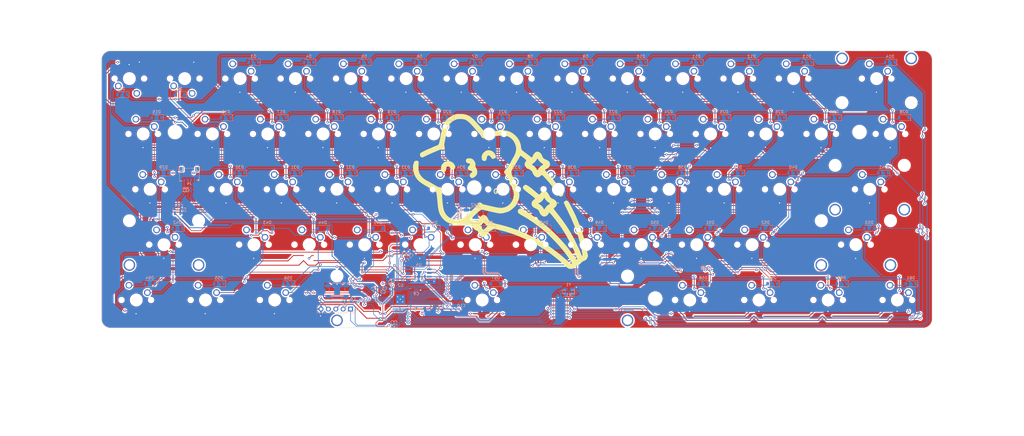
<source format=kicad_pcb>
(kicad_pcb (version 20221018) (generator pcbnew)
  (layers (0 "F.Cu" signal) (31 "B.Cu" signal) (34 "B.Paste" user) (35 "F.Paste" user) (36 "B.SilkS" user "B.Silkscreen") (37 "F.SilkS" user "F.Silkscreen") (38 "B.Mask" user) (39 "F.Mask" user) (44 "Edge.Cuts" user))
  (net 0 "")
  (net 1 "+1V1")
  (net 2 "GND")
  (net 3 "+3V3")
  (net 4 "XIN")
  (net 5 "Net-(C2-Pad2)")
  (net 6 "+5V")
  (net 7 "R1")
  (net 8 "R2")
  (net 9 "R3")
  (net 10 "R4")
  (net 11 "R5")
  (net 12 "C1")
  (net 13 "C2")
  (net 14 "C3")
  (net 15 "C4")
  (net 16 "C5")
  (net 17 "C6")
  (net 18 "C7")
  (net 19 "C8")
  (net 20 "C9")
  (net 21 "C10")
  (net 22 "C11")
  (net 23 "C12")
  (net 24 "C13")
  (net 25 "C14")
  (net 26 "Net-(U2-USB_DP)")
  (net 27 "Net-(U2-USB_DM)")
  (net 28 "Net-(R7-Pad1)")
  (net 29 "Net-(L1-DOUT)")
  (net 40 "SWC")
  (net 41 "SWD")
  (net 42 "RESET")
  (net 43 "D-")
  (net 44 "D+")
  (net 45 "XOUT")
  (net 46 "Q_SEL")
  (net 47 "Net-(R9-Pad1)")
  (net 48 "Q_I01")
  (net 49 "Q_I02")
  (net 50 "Q_I00")
  (net 51 "Q_CLK")
  (net 52 "Q_I03")
  (net 53 "Net-(D13-A)")
  (net 54 "Net-(D14-A)")
  (net 55 "Net-(D15-A)")
  (net 56 "Net-(D16-A)")
  (net 57 "Net-(D17-A)")
  (net 58 "Net-(D18-A)")
  (net 59 "Net-(D19-A)")
  (net 60 "Net-(D20-A)")
  (net 61 "Net-(D21-A)")
  (net 62 "Net-(D22-A)")
  (net 63 "Net-(D23-A)")
  (net 64 "Net-(D24-A)")
  (net 65 "Net-(D25-A)")
  (net 66 "Net-(D26-A)")
  (net 67 "Net-(D39-A)")
  (net 68 "Net-(D40-A)")
  (net 69 "Net-(D41-A)")
  (net 70 "Net-(D42-A)")
  (net 71 "Net-(D43-A)")
  (net 72 "Net-(D44-A)")
  (net 73 "Net-(D45-A)")
  (net 74 "Net-(D46-A)")
  (net 75 "Net-(D47-A)")
  (net 76 "Net-(D48-A)")
  (net 77 "Net-(D49-A)")
  (net 78 "Net-(D50-A)")
  (net 79 "Net-(D51-A)")
  (net 80 "Net-(D52-A)")
  (net 81 "Net-(D1-A)")
  (net 82 "Net-(D2-A)")
  (net 83 "Net-(D3-A)")
  (net 84 "Net-(D4-A)")
  (net 85 "Net-(D5-A)")
  (net 86 "Net-(D6-A)")
  (net 87 "Net-(D7-A)")
  (net 88 "Net-(D8-A)")
  (net 89 "Net-(D9-A)")
  (net 90 "Net-(D10-A)")
  (net 91 "Net-(D11-A)")
  (net 92 "Net-(D12-A)")
  (net 93 "Net-(D27-A)")
  (net 94 "Net-(D28-A)")
  (net 95 "Net-(D29-A)")
  (net 96 "Net-(D30-A)")
  (net 97 "Net-(D31-A)")
  (net 98 "Net-(D32-A)")
  (net 99 "Net-(D33-A)")
  (net 100 "Net-(D34-A)")
  (net 101 "Net-(D35-A)")
  (net 102 "Net-(D36-A)")
  (net 103 "Net-(D37-A)")
  (net 104 "Net-(D38-A)")
  (net 105 "Net-(D53-A)")
  (net 106 "Net-(D54-A)")
  (net 107 "Net-(D55-A)")
  (net 108 "Net-(D56-A)")
  (net 109 "Net-(D57-A)")
  (net 110 "Net-(D58-A)")
  (net 111 "Net-(D59-A)")
  (net 112 "Net-(D60-A)")
  (net 113 "Net-(D61-A)")
  (net 114 "Net-(L1-DIN)")
  (net 115 "Net-(L2-DOUT)")
  (net 116 "Net-(L3-DOUT)")
  (net 117 "Net-(L4-DOUT)")
  (net 118 "Net-(L5-DOUT)")
  (net 119 "Net-(L6-DOUT)")
  (net 120 "Net-(L7-DOUT)")
  (net 121 "Net-(L8-DOUT)")
  (net 122 "Net-(L10-DIN)")
  (net 123 "Net-(L10-DOUT)")
  (net 124 "Net-(L11-DOUT)")
  (net 125 "Net-(L12-DOUT)")
  (net 126 "Net-(L13-DOUT)")
  (net 127 "Net-(L14-DOUT)")
  (net 128 "Net-(L15-DOUT)")
  (net 129 "Net-(L16-DOUT)")
  (net 130 "Net-(L17-DOUT)")
  (net 131 "Net-(L18-DOUT)")
  (net 132 "Net-(L19-DOUT)")
  (net 133 "Net-(L20-DOUT)")
  (net 134 "Net-(L21-DOUT)")
  (net 135 "Net-(L22-DOUT)")
  (net 136 "Net-(L23-DOUT)")
  (net 137 "Net-(L24-DOUT)")
  (net 138 "Net-(L25-DOUT)")
  (net 139 "Net-(L26-DOUT)")
  (net 140 "Net-(L27-DOUT)")
  (net 141 "Net-(L28-DOUT)")
  (net 142 "Net-(L29-DOUT)")
  (net 143 "Net-(L30-DOUT)")
  (net 144 "Net-(L31-DOUT)")
  (net 145 "Net-(L32-DOUT)")
  (net 146 "Net-(L33-DOUT)")
  (net 147 "Net-(L34-DOUT)")
  (net 148 "Net-(L35-DOUT)")
  (net 149 "Net-(L36-DOUT)")
  (net 150 "Net-(L37-DOUT)")
  (net 151 "Net-(L38-DOUT)")
  (net 152 "Net-(L39-DOUT)")
  (net 153 "Net-(L40-DOUT)")
  (net 154 "Net-(L41-DOUT)")
  (net 155 "Net-(L42-DOUT)")
  (net 156 "Net-(L43-DOUT)")
  (net 157 "Net-(L44-DOUT)")
  (net 158 "Net-(L45-DOUT)")
  (net 159 "Net-(L46-DOUT)")
  (net 160 "Net-(L47-DOUT)")
  (net 161 "Net-(L48-DOUT)")
  (net 162 "Net-(L49-DOUT)")
  (net 163 "Net-(L50-DOUT)")
  (net 164 "Net-(L51-DOUT)")
  (net 165 "Net-(L52-DOUT)")
  (net 166 "Net-(L53-DOUT)")
  (net 167 "Net-(L54-DOUT)")
  (net 168 "Net-(L55-DOUT)")
  (net 169 "Net-(L56-DOUT)")
  (net 170 "Net-(L57-DOUT)")
  (net 171 "Net-(L58-DOUT)")
  (net 172 "Net-(L59-DOUT)")
  (net 173 "Net-(L60-DOUT)")
  (net 174 "Net-(U2-GPIO9)")
  (footprint "logo.preety:star go brrrr" (layer "F.Cu") (at 145.25625 -67.46875)
    (fp_text reference "G***")
    (fp_text value "LOGO" hide)
  )
  (footprint "Diode_SMD:D_SOD-123" (layer "B.Cu") (at 165.0375 -92.86875 180)
    (fp_text reference "D22")
    (fp_text value "D_Small")
  )
  (footprint "Resistor_SMD:R_0402_1005Metric" (layer "B.Cu") (at 37.691991 -68.077029 -90)
    (fp_text reference "R3")
    (fp_text value "27")
  )
  (footprint "PCM_marbastlib-mx:SW_MX_1u" (layer "B.Cu") (at 98.499173 -49.152242 180)
    (fp_text reference "MX45" hide)
    (fp_text value "MX_SW_HS" hide)
  )
  (footprint "Capacitor_SMD:C_0402_1005Metric" (layer "B.Cu") (at 165.957185 -32.848742 90)
    (fp_text reference "C1")
    (fp_text value "22p")
  )
  (footprint "Diode_SMD:D_SOD-123" (layer "B.Cu") (at 260.2875 -92.86875 180)
    (fp_text reference "D27")
    (fp_text value "D_Small")
  )
  (footprint "Diode_SMD:D_SOD-123" (layer "B.Cu") (at 284.1 -92.86875 180)
    (fp_text reference "D28")
    (fp_text value "D_Small")
  )
  (footprint "Diode_SMD:D_SOD-123" (layer "B.Cu") (at 238.85625 -35.71875 180)
    (fp_text reference "D59")
    (fp_text value "D_Small")
  )
  (footprint "PCM_marbastlib-mx:SW_MX_1u" (layer "B.Cu") (at 227.086673 -106.302242 180)
    (fp_text reference "MX12" hide)
    (fp_text value "MX_SW_HS" hide)
  )
  (footprint "Diode_SMD:D_SOD-123" (layer "B.Cu") (at 241.2375 -92.86875 180)
    (fp_text reference "D26")
    (fp_text value "D_Small")
  )
  (footprint "PCM_marbastlib-mx:SW_MX_1u" (layer "B.Cu") (at 108.024173 -68.202242 180)
    (fp_text reference "MX33" hide)
    (fp_text value "MX_SW_HS" hide)
  )
  (footprint "PCM_marbastlib-mx:STAB_MX_P_2.25u" (layer "B.Cu") (at 272.341186 -68.177564)
    (fp_text reference "S4" hide)
    (fp_text value "MX_stab(2u)")
  )
  (footprint "PCM_marbastlib-mx:SW_MX_1u" (layer "B.Cu") (at 122.311673 -87.252242 180)
    (fp_text reference "MX20" hide)
    (fp_text value "MX_SW_HS" hide)
  )
  (footprint "Capacitor_SMD:C_0402_1005Metric" (layer "B.Cu") (at 106.140064 -36.197328 90)
    (fp_text reference "C8")
    (fp_text value "100n")
  )
  (footprint "PCM_marbastlib-mx:SW_MX_1u" (layer "B.Cu") (at 136.599173 -49.152242 180)
    (fp_text reference "MX47" hide)
    (fp_text value "MX_SW_HS" hide)
  )
  (footprint "Capacitor_SMD:C_0402_1005Metric" (layer "B.Cu") (at 171.45 -32.8575 -90)
    (fp_text reference "C2")
    (fp_text value "22p")
  )
  (footprint "PCM_marbastlib-mx:SW_MX_1u" (layer "B.Cu") (at 60.399173 -49.152242 180)
    (fp_text reference "MX43" hide)
    (fp_text value "MX_SW_HS" hide)
  )
  (footprint "Diode_SMD:D_SOD-123" (layer "B.Cu") (at 60.2625 -111.91875 180)
    (fp_text reference "D3")
    (fp_text value "D_Small")
  )
  (footprint "Diode_SMD:D_SOD-123" (layer "B.Cu") (at 131.7 -73.81875 180)
    (fp_text reference "D34")
    (fp_text value "D_Small")
  )
  (footprint "PCM_marbastlib-mx:SW_MX_1.75u" (layer "B.Cu") (at 24.680423 -68.202242 180)
    (fp_text reference "MX29" hide)
    (fp_text value "MX_SW_HS" hide)
  )
  (footprint "Capacitor_SMD:C_0402_1005Metric" (layer "B.Cu") (at 116.302741 -33.461722)
    (fp_text reference "C9")
    (fp_text value "100n")
  )
  (footprint "Diode_SMD:D_SOD-123" (layer "B.Cu") (at 24.54375 -35.71875 180)
    (fp_text reference "D54")
    (fp_text value "D_Small")
  )
  (footprint "Diode_SMD:D_SOD-123" (layer "B.Cu") (at 65.025 -54.76875 180)
    (fp_text reference "D43")
    (fp_text value "D_Small")
  )
  (footprint "Diode_SMD:D_SOD-123" (layer "B.Cu") (at 88.8375 -92.86875 180)
    (fp_text reference "D18")
    (fp_text value "D_Small")
  )
  (footprint "Capacitor_SMD:C_0402_1005Metric" (layer "B.Cu") (at 110.319522 -21.724441 -90)
    (fp_text reference "C15")
    (fp_text value "1u")
  )
  (footprint "PCM_marbastlib-mx:SW_MX_1u" (layer "B.Cu") (at 127.074173 -68.202242 180)
    (fp_text reference "MX34" hide)
    (fp_text value "MX_SW_HS" hide)
  )
  (footprint "Diode_SMD:D_SOD-123" (layer "B.Cu") (at 188.85 -73.81875 180)
    (fp_text reference "D37")
    (fp_text value "D_Small")
  )
  (footprint "PCM_marbastlib-mx:SW_MX_1u" (layer "B.Cu") (at 103.261673 -87.252242 180)
    (fp_text reference "MX19" hide)
    (fp_text value "MX_SW_HS" hide)
  )
  (footprint "PCM_marbastlib-mx:SW_MX_1u" (layer "B.Cu") (at 155.649173 -49.152242 180)
    (fp_text reference "MX48" hide)
    (fp_text value "MX_SW_HS" hide)
  )
  (footprint "PCM_marbastlib-mx:SW_MX_1u" (layer "B.Cu") (at 84.211673 -87.252242 180)
    (fp_text reference "MX18" hide)
    (fp_text value "MX_SW_HS" hide)
  )
  (footprint "Diode_SMD:D_SOD-123" (layer "B.Cu") (at 262.66875 -35.71875 180)
    (fp_text reference "D60")
    (fp_text value "D_Small")
  )
  (footprint "PCM_marbastlib-mx:SW_MX_1u" (layer "B.Cu") (at 198.511673 -87.252242 180)
    (fp_text reference "MX24" hide)
    (fp_text value "MX_SW_HS" hide)
  )
  (footprint "PCM_marbastlib-mx:SW_MX_1u" (layer "B.Cu") (at 69.924173 -68.202242 180)
    (fp_text reference "MX31" hide)
    (fp_text value "MX_SW_HS" hide)
  )
  (footprint "Resistor_SMD:R_0402_1005Metric" (layer "B.Cu") (at 38.729499 -68.077029 -90)
    (fp_text reference "R2")
    (fp_text value "27")
  )
  (footprint "Resistor_SMD:R_0402_1005Metric" (layer "B.Cu") (at 131.107397 -57.354142 180)
    (fp_text reference "R9")
    (fp_text value "1k")
  )
  (footprint "Diode_SMD:D_SOD-123" (layer "B.Cu") (at 198.375 -54.76875 180)
    (fp_text reference "D50")
    (fp_text value "D_Small")
  )
  (footprint "Diode_SMD:D_SOD-123" (layer "B.Cu") (at 48.35625 -35.71875 180)
    (fp_text reference "D55")
    (fp_text value "D_Small")
  )
  (footprint "Capacitor_SMD:C_0402_1005Metric" (layer "B.Cu") (at 131.7625 -29.36875)
    (fp_text reference "C10")
    (fp_text value "100n")
  )
  (footprint "PCM_marbastlib-mx:SW_MX_1u" (layer "B.Cu") (at 17.536673 -106.302242)
    (fp_text reference "MX1" hide)
    (fp_text value "MX_SW_HS" hide)
  )
  (footprint "Diode_SMD:D_SOD-123" (layer "B.Cu") (at 250.7625 -111.91875 180)
    (fp_text reference "D13")
    (fp_text value "D_Small")
  )
  (footprint "PCM_marbastlib-mx:SW_MX_1u" (layer "B.Cu") (at 267.567923 -49.152242 180)
    (fp_text reference "MX53" hide)
    (fp_text value "MX_SW_HS" hide)
  )
  (footprint "Capacitor_SMD:C_0603_1608Metric" (layer "B.Cu") (at 104.788831 -34.347814)
    (fp_text reference "C3")
    (fp_text value "10u")
  )
  (footprint "Diode_SMD:D_SOD-123" (layer "B.Cu") (at 236.475 -54.76875 180)
    (fp_text reference "D52")
    (fp_text value "D_Small")
  )
  (footprint "Diode_SMD:D_SOD-123" (layer "B.Cu") (at 145.9875 -92.86875 180)
    (fp_text reference "D21")
    (fp_text value "D_Small")
  )
  (footprint "PCM_marbastlib-mx:SW_MX_1u" (layer "B.Cu") (at 179.461673 -87.252242 180)
    (fp_text reference "MX23" hide)
    (fp_text value "MX_SW_HS" hide)
  )
  (footprint "PCM_marbastlib-mx:SW_MX_1u" (layer "B.Cu") (at 93.736673 -106.302242 180)
    (fp_text reference "MX5" hide)
    (fp_text value "MX_SW_HS" hide)
  )
  (footprint "Diode_SMD:D_SOD-123" (layer "B.Cu") (at 212.6625 -111.91875 180)
    (fp_text reference "D11")
    (fp_text value "D_Small")
  )
  (footprint "PCM_marbastlib-mx:SW_MX_1u" (layer "B.Cu") (at 212.799173 -49.152242 180)
    (fp_text reference "MX51" hide)
    (fp_text value "MX_SW_HS" hide)
  )
  (footprint "PCM_marbastlib-mx:SW_MX_1u" (layer "B.Cu") (at 255.661673 -87.252242 180)
    (fp_text reference "MX27" hide)
    (fp_text value "MX_SW_HS" hide)
  )
  (footprint "Diode_SMD:D_SOD-123" (layer "B.Cu") (at 215.04375 -35.71875 180)
    (fp_text reference "D58")
    (fp_text value "D_Small")
  )
  (footprint "Diode_SMD:D_SOD-123" (layer "B.Cu") (at 55.5 -73.81875 180)
    (fp_text reference "D30")
    (fp_text value "D_Small")
  )
  (footprint "PCM_marbastlib-mx:SW_MX_1u" (layer "B.Cu") (at 150.886673 -106.302242 180)
    (fp_text reference "MX8" hide)
    (fp_text value "MX_SW_HS" hide)
  )
  (footprint "Diode_SMD:D_SOD-123" (layer "B.Cu") (at 136.4625 -111.91875 180)
    (fp_text reference "D7")
    (fp_text value "D_Small")
  )
  (footprint "Diode_SMD:D_SOD-123" (layer "B.Cu") (at 155.5125 -111.91875 180)
    (fp_text reference "D8")
    (fp_text value "D_Small")
  )
  (footprint "PCM_marbastlib-mx:SW_MX_1u" (layer "B.Cu") (at 174.699173 -49.152242 180)
    (fp_text reference "MX49" hide)
    (fp_text value "MX_SW_HS" hide)
  )
  (footprint "PCM_marbastlib-mx:SW_MX_1u" (layer "B.Cu") (at 131.836673 -106.302242 180)
    (fp_text reference "MX7" hide)
    (fp_text value "MX_SW_HS" hide)
  )
  (footprint "Diode_SMD:D_SOD-123" (layer "B.Cu") (at 112.65 -73.81875 180)
    (fp_text reference "D33")
    (fp_text value "D_Small")
  )
  (footprint "PCM_marbastlib-mx:SW_MX_1u" (layer "B.Cu") (at 29.442923 -49.152242 180)
    (fp_text reference "MX42" hide)
    (fp_text value "MX_SW_HS" hide)
  )
  (footprint "Diode_SMD:D_SOD-123" (layer "B.Cu") (at 272.19375 -54.76875 180)
    (fp_text reference "D53")
    (fp_text value "D_Small")
  )
  (footprint "Diode_SMD:D_SOD-123" (layer "B.Cu") (at 69.7875 -92.86875 180)
    (fp_text reference "D17")
    (fp_text value "D_Small")
  )
  (footprint "Diode_SMD:D_SOD-123" (layer "B.Cu") (at 29.30625 -73.81875 180)
    (fp_text reference "D29")
    (fp_text value "D_Small")
  )
  (footprint "Resistor_SMD:R_0402_1005Metric" (layer "B.Cu") (at 91.599771 -29.634318)
    (fp_text reference "R6")
    (fp_text value "5.1k")
  )
  (footprint "Resistor_SMD:R_0402_1005Metric" (layer "B.Cu") (at 131.092569 -58.460943 180)
    (fp_text reference "R8")
    (fp_text value "5.1k")
  )
  (footprint "Capacitor_SMD:C_0402_1005Metric" (layer "B.Cu") (at 113.287852 -45.746783 45)
    (fp_text reference "C11")
    (fp_text value "1u")
  )
  (footprint "PCM_marbastlib-mx:SW_MX_1u" (layer "B.Cu") (at 88.974173 -68.202242 180)
    (fp_text reference "MX32" hide)
    (fp_text value "MX_SW_HS" hide)
  )
  (footprint "Diode_SMD:D_SOD-123" (layer "B.Cu") (at 143.60625 -35.71875 180)
    (fp_text reference "D57")
    (fp_text value "D_Small")
  )
  (footprint "PCM_marbastlib-mx:STAB_MX_P_6.25u" (layer "B.Cu") (at 138.991186 -30.077564)
    (fp_text reference "S1" hide)
    (fp_text value "MX_stab(6.25)")
  )
  (footprint "Diode_SMD:D_SOD-123" (layer "B.Cu") (at 34.06875 -54.76875 180)
    (fp_text reference "D42")
    (fp_text value "D_Small")
  )
  (footprint "Diode_SMD:D_SOD-123" (layer "B.Cu") (at 203.1375 -92.86875 180)
    (fp_text reference "D24")
    (fp_text value "D_Small")
  )
  (footprint "PCM_marbastlib-mx:SW_MX_1u" (layer "B.Cu") (at 169.936673 -106.302242 180)
    (fp_text reference "MX9" hide)
    (fp_text value "MX_SW_HS" hide)
  )
  (footprint "Diode_SMD:D_SOD-123" (layer "B.Cu") (at 184.0875 -92.86875 180)
    (fp_text reference "D23")
    (fp_text value "D_Small")
  )
  (footprint "Diode_SMD:D_SOD-123" (layer "B.Cu") (at 26.925 -92.86875 180)
    (fp_text reference "D15")
    (fp_text value "D_Small")
  )
  (footprint "PCM_marbastlib-mx:SW_MX_1u" (layer "B.Cu") (at 46.111673 -87.252242 180)
    (fp_text reference "MX16" hide)
    (fp_text value "MX_SW_HS" hide)
  )
  (footprint "Capacitor_SMD:C_0402_1005Metric" (layer "B.Cu") (at 34.598593 -63.71088)
    (fp_text reference "C14")
    (fp_text value "1u")
  )
  (footprint "Diode_SMD:D_SOD-123" (layer "B.Cu") (at 193.6125 -111.91875 180)
    (fp_text reference "D10")
    (fp_text value "D_Small")
  )
  (footprint "Diode_SMD:D_SOD-123" (layer "B.Cu") (at 174.5625 -111.91875 180)
    (fp_text reference "D9")
    (fp_text value "D_Small")
  )
  (footprint "Diode_SMD:D_SOD-123" (layer "B.Cu") (at 222.1875 -92.86875 180)
    (fp_text reference "D25")
    (fp_text value "D_Small")
  )
  (footprint "Capacitor_SMD:C_0402_1005Metric" (layer "B.Cu") (at 109.259146 -21.726443 -90)
    (fp_text reference "C13")
    (fp_text value "100n")
  )
  (footprint "Diode_SMD:D_SOD-123" (layer "B.Cu") (at 15.08125 -100.80625 180)
    (fp_text reference "D1")
    (fp_text value "D_Small")
  )
  (footprint "Button_Switch_SMD:SW_SPST_SKQG_WithoutStem" (layer "B.Cu") (at 89.017315 -33.135699 180)
    (fp_text reference "SW1")
    (fp_text value "SW_Push")
  )
  (footprint "PCM_marbastlib-mx:SW_MX_1.25u" (layer "B.Cu") (at 67.542923 -30.102242 180)
    (fp_text reference "MX56" hide)
    (fp_text value "MX_SW_HS" hide)
  )
  (footprint "Package_SO:SOIC-8_5.23x5.23mm_P1.27mm" (layer "B.Cu") (at 117.142155 -38.759491 180)
    (fp_text reference "U4")
    (fp_text value "W25Q128JVS")
  )
  (footprint "PCM_marbastlib-mx:SW_MX_1u" (layer "B.Cu") (at 79.449173 -49.152242 180)
    (fp_text reference "MX44" hide)
    (fp_text value "MX_SW_HS" hide)
  )
  (footprint "PCM_marbastlib-mx:SW_MX_1u" (layer "B.Cu") (at 36.586673 -106.302242)
    (fp_text reference "MX2" hide)
    (fp_text value "MX_SW_HS" hide)
  )
  (footprint "Diode_SMD:D_SOD-123" (layer "B.Cu") (at 107.8875 -92.86875 180)
    (fp_text reference "D19")
    (fp_text value "D_Small")
  )
  (footprint "PCM_marbastlib-mx:SW_MX_1.25u" (layer "B.Cu") (at 281.855423 -30.102242 180)
    (fp_text reference "MX61" hide)
    (fp_text value "MX_SW_HS" hide)
  )
  (footprint "Button_Switch_SMD:SW_SPST_SKQG_WithoutStem" (layer "B.Cu") (at 136.6 -59.26875 180)
    (fp_text reference "SW2")
    (fp_text value "SW_Push")
  )
  (footprint "Crystal:Crystal_SMD_3225-4Pin_3.2x2.5mm" (layer "B.Cu") (at 168.702638 -32.951621 180)
    (fp_text reference "Y1")
    (fp_text value "Crystal_GND24")
  )
  (footprint "Package_DFN_QFN:QFN-56-1EP_7x7mm_P0.4mm_EP3.2x3.2mm" (layer "B.Cu") (at 110.8625 -30.375 180)
    (fp_text reference "U2")
    (fp_text value "RP2040")
  )
  (footprint "Diode_SMD:D_SOD-123" (layer "B.Cu") (at 103.125 -54.76875 180)
    (fp_text reference "D45")
    (fp_text value "D_Small")
  )
  (footprint "PCM_marbastlib-mx:SW_MX_1.5u" (layer "B.Cu") (at 22.299173 -87.252242 180)
    (fp_text reference "MX15" hide)
    (fp_text value "MX_SW_HS" hide)
  )
  (footprint "PCM_marbastlib-mx:SW_MX_1u" (layer "B.Cu") (at 117.549173 -49.152242 180)
    (fp_text reference "MX46" hide)
    (fp_text value "MX_SW_HS" hide)
  )
  (footprint "Diode_SMD:D_SOD-123" (layer "B.Cu") (at 276.95625 -73.81875 180)
    (fp_text reference "D41")
    (fp_text value "D_Small")
  )
  (footprint "Diode_SMD:D_SOD-123" (layer "B.Cu") (at 279.3375 -111.91875 180)
    (fp_text reference "D14")
    (fp_text value "D_Small")
  )
  (footprint "PCM_marbastlib-mx:SW_MX_1u" (layer "B.Cu") (at 65.161673 -87.252242 180)
    (fp_text reference "MX17" hide)
    (fp_text value "MX_SW_HS" hide)
  )
  (footprint "Diode_SMD:D_SOD-123" (layer "B.Cu") (at 74.55 -73.81875 180)
    (fp_text reference "D31")
    (fp_text value "D_Small")
  )
  (footprint "Resistor_SMD:R_0402_1005Metric" (layer "B.Cu") (at 131.071689 -59.541266 180)
    (fp_text reference "R7")
    (fp_text value "5.1k")
  )
  (footprint "Diode_SMD:D_SOD-123" (layer "B.Cu") (at 150.75 -73.81875 180)
    (fp_text reference "D35")
    (fp_text value "D_Small")
  )
  (footprint "Capacitor_SMD:C_0402_1005Metric" (layer "B.Cu") (at 111.846555 -41.142487 -90)
    (fp_text reference "C16")
    (fp_text value "1u")
  )
  (footprint "PCM_marbastlib-mx:SW_MX_1u" (layer "B.Cu") (at 138.980423 -30.102242 180)
    (fp_text reference "MX57" hide)
    (fp_text value "MX_SW_HS" hide)
  )
  (footprint "PCM_marbastlib-mx:SW_MX_1u" (layer "B.Cu") (at 272.330423 -68.202242 180)
    (fp_text reference "MX41" hide)
    (fp_text value "MX_SW_HS" hide)
  )
  (footprint "Package_TO_SOT_SMD:SOT-23-3" (layer "B.Cu") (at 34.13125 -61.11875 90)
    (fp_text reference "U1")
    (fp_text value "XC6206PxxxMR")
  )
  (footprint "Diode_SMD:D_SOD-123" (layer "B.Cu") (at 217.425 -54.76875 180)
    (fp_text reference "D51")
    (fp_text value "D_Small")
  )
  (footprint "Diode_SMD:D_SOD-123" (layer "B.Cu") (at 160.275 -54.76875 180)
    (fp_text reference "D48")
    (fp_text value "D_Small")
  )
  (footprint "Capacitor_SMD:C_0402_1005Metric" (layer "B.Cu") (at 105.340718 -32.974988 180)
    (fp_text reference "C5")
    (fp_text value "100n")
  )
  (footprint "PCM_marbastlib-mx:SW_MX_1u" (layer "B.Cu") (at 141.361673 -87.252242 180)
    (fp_text reference "MX21" hide)
    (fp_text value "MX_SW_HS" hide)
  )
  (footprint "PCM_marbastlib-mx:SW_MX_1.25u" (layer "B.Cu") (at 210.417923 -30.102242 180)
    (fp_text reference "MX58" hide)
    (fp_text value "MX_SW_HS" hide)
  )
  (footprint "PCM_marbastlib-mx:SW_MX_1u" (layer "B.Cu") (at 165.174173 -68.202242 180)
    (fp_text reference "MX36" hide)
    (fp_text value "MX_SW_HS" hide)
  )
  (footprint "PCM_marbastlib-mx:SW_MX_1u" (layer "B.Cu") (at 222.324173 -68.202242 180)
    (fp_text reference "MX39" hide)
    (fp_text value "MX_SW_HS" hide)
  )
  (footprint "PCM_marbastlib-mx:SW_MX_1u" (layer "B.Cu") (at 231.849173 -49.152242 180)
    (fp_text reference "MX52" hide)
    (fp_text value "MX_SW_HS" hide)
  )
  (footprint "PCM_marbastlib-mx:SW_MX_1u" (layer "B.Cu") (at 50.874173 -68.202242 180)
    (fp_text reference "MX30" hide)
    (fp_text value "MX_SW_HS" hide)
  )
  (footprint "PCM_marbastlib-mx:SW_MX_1u" (layer "B.Cu") (at 184.224173 -68.202242 180)
    (fp_text reference "MX37" hide)
    (fp_text value "MX_SW_HS" hide)
  )
  (footprint "PCM_marbastlib-mx:SW_MX_1.25u" (layer "B.Cu") (at 258.042923 -30.102242 180)
    (fp_text reference "MX60" hide)
    (fp_text value "MX_SW_HS" hide)
  )
  (footprint "Diode_SMD:D_SOD-123" (layer "B.Cu") (at 84.075 -54.76875 180)
    (fp_text reference "D44")
    (fp_text value "D_Small")
  )
  (footprint "Diode_SMD:D_SOD-123" (layer "B.Cu") (at 226.95 -73.81875 180)
    (fp_text reference "D39")
    (fp_text value "D_Small")
  )
  (footprint "Diode_SMD:D_SOD-123" (layer "B.Cu") (at 141.225 -54.76875 180)
    (fp_text reference "D47")
    (fp_text value "D_Small")
  )
  (footprint "PCM_marbastlib-mx:SW_MX_1u" (layer "B.Cu") (at 217.561673 -87.252242 180)
    (fp_text reference "MX25" hide)
    (fp_text value "MX_SW_HS" hide)
  )
  (footprint "Diode_SMD:D_SOD-123" (layer "B.Cu") (at 207.9 -73.81875 180)
    (fp_text reference "D38")
    (fp_text value "D_Small")
  )
  (footprint "Diode_SMD:D_SOD-123" (layer "B.Cu") (at 122.175 -54.76875 180)
    (fp_text reference "D46")
    (fp_text value "D_Small")
  )
  (footprint "Capacitor_SMD:C_0402_1005Metric" (layer "B.Cu") (at 107.15625 -36.19875 90)
    (fp_text reference "C12")
    (fp_text value "100n")
  )
  (footprint "Diode_SMD:D_SOD-123" (layer "B.Cu") (at 98.3625 -111.91875 180)
    (fp_text reference "D5")
    (fp_text value "D_Small")
  )
  (footprint "Connector_PinHeader_2.54mm:PinHeader_1x05_P2.54mm_Vertical" (layer "B.Cu") (at 93.6625 -26.9875 90)
    (fp_text reference "J1")
    (fp_text value "Conn_01x05")
  )
  (footprint "Capacitor_SMD:C_0402_1005Metric" (layer "B.Cu") (at 102.580707 -33.828343 -90)
    (fp_text reference "C4")
    (fp_text value "1u")
  )
  (footprint "PCM_marbastlib-mx:STAB_MX_P_2u" (layer "B.Cu") (at 274.722436 -106.277564 180)
    (fp_text reference "S5" hide)
    (fp_text value "MX_stab(2u)")
  )
  (footprint "PCM_marbastlib-mx:SW_MX_1u" (layer "B.Cu") (at 188.986673 -106.302242 180)
    (fp_text reference "MX10" hide)
    (fp_text value "MX_SW_HS" hide)
  )
  (footprint "PCM_marbastlib-mx:SW_MX_1u" (layer "B.Cu") (at 74.686673 -106.302242 180)
    (fp_text reference "MX4" hide)
    (fp_text value "MX_SW_HS" hide)
  )
  (footprint "Capacitor_SMD:C_0402_1005Metric" (layer "B.Cu") (at 112.516984 -46.506475 45)
    (fp_text reference "C7")
    (fp_text value "100n")
  )
  (footprint "PCM_marbastlib-mx:SW_MX_1u" (layer "B.Cu") (at 246.136673 -106.302242 180)
    (fp_text reference "MX13" hide)
    (fp_text value "MX_SW_HS" hide)
  )
  (footprint "PCM_marbastlib-mx:SW_MX_1.25u" (layer "B.Cu") (at 43.730423 -30.102242 180)
    (fp_text reference "MX55" hide)
    (fp_text value "MX_SW_HS" hide)
  )
  (footprint "Diode_SMD:D_SOD-123" (layer "B.Cu") (at 93.6 -73.81875 180)
    (fp_text reference "D32")
    (fp_text value "D_Small")
  )
  (footprint "Diode_SMD:D_SOD-123" (layer "B.Cu") (at 246 -73.81875 180)
    (fp_text reference "D40")
    (fp_text value "D_Small")
  )
  (footprint "PCM_marbastlib-mx:SW_MX_1u" (layer "B.Cu") (at 55.636673 -106.302242 180)
    (fp_text reference "MX3" hide)
    (fp_text value "MX_SW_HS" hide)
  )
  (footprint "PCM_marbastlib-mx:SW_MX_1u" (layer "B.Cu") (at 160.411673 -87.252242 180)
    (fp_text reference "MX22" hide)
    (fp_text value "MX_SW_HS" hide)
  )
  (footprint "Diode_SMD:D_SOD-123" (layer "B.Cu") (at 231.7125 -111.91875 180)
    (fp_text reference "D12")
    (fp_text value "D_Small")
  )
  (footprint "PCM_marbastlib-mx:SW_MX_1u" (layer "B.Cu") (at 208.036673 -106.302242 180)
    (fp_text reference "MX11" hide)
    (fp_text value "MX_SW_HS" hide)
  )
  (footprint "Diode_SMD:D_SOD-123" (layer "B.Cu") (at 169.8 -73.81875 180)
    (fp_text reference "D36")
    (fp_text value "D_Small")
  )
  (footprint "PCM_marbastlib-mx:SW_MX_1.25u" (layer "B.Cu") (at 19.917923 -30.102242 180)
    (fp_text reference "MX54" hide)
    (fp_text value "MX_SW_HS" hide)
  )
  (footprint "PCM_marbastlib-mx:SW_MX_1.25u" (layer "B.Cu") (at 234.230423 -30.102242 180)
    (fp_text reference "MX59" hide)
    (fp_text value "MX_SW_HS" hide)
  )
  (footprint "Diode_SMD:D_SOD-123" (layer "B.Cu") (at 50.7375 -92.86875 180)
    (fp_text reference "D16")
    (fp_text value "D_Small")
  )
  (footprint "Diode_SMD:D_SOD-123" (layer "B.Cu") (at 34.77829 -100.820964 180)
    (fp_text reference "D2")
    (fp_text value "D_Small")
  )
  (footprint "Capacitor_SMD:C_0402_1005Metric" (layer "B.Cu") (at 94.45625 -29.36875 180)
    (fp_text reference "C6")
    (fp_text value "100n")
  )
  (footprint "Diode_SMD:D_SOD-123" (layer "B.Cu") (at 117.4125 -111.91875 180)
    (fp_text reference "D6")
    (fp_text value "D_Small")
  )
  (footprint "PCM_marbastlib-mx:SW_MX_1u" (layer "B.Cu") (at 236.611673 -87.252242 180)
    (fp_text reference "MX26" hide)
    (fp_text value "MX_SW_HS" hide)
  )
  (footprint "Diode_SMD:D_SOD-123" (layer "B.Cu") (at 126.9375 -92.86875 180)
    (fp_text reference "D20")
    (fp_text value "D_Small")
  )
  (footprint "PCM_marbastlib-mx:SW_MX_1u" (layer "B.Cu") (at 193.749173 -49.152242 180)
    (fp_text reference "MX50" hide)
    (fp_text value "MX_SW_HS" hide)
  )
  (footprint "PCM_marbastlib-various:Molex_Pico-EZmate_78171-0004_1x04-1MP_P1.20mm_Vertical" (layer "B.Cu") (at 38.177166 -73.311628)
    (fp_text reference "J4")
    (fp_text value "Conn_01x04_Socket")
  )
  (footprint "PCM_marbastlib-mx:SW_MX_1u" (layer "B.Cu") (at 203.274173 -68.202242 180)
    (fp_text reference "MX38" hide)
    (fp_text value "MX_SW_HS" hide)
  )
  (footprint "PCM_marbastlib-mx:SW_MX_1u" (layer "B.Cu") (at 146.124173 -68.202242 180)
    (fp_text reference "MX35" hide)
    (fp_text value "MX_SW_HS" hide)
  )
  (footprint "PCM_marbastlib-mx:SW_MX_1u" (layer "B.Cu") (at 241.374173 -68.202242 180)
    (fp_text reference "MX40" hide)
    (fp_text value "MX_SW_HS" hide)
  )
  (footprint "PCM_marbastlib-mx:SW_MX_1u" (layer "B.Cu") (at 274.711673 -106.302242 180)
    (fp_text reference "MX14" hide)
    (fp_text value "MX_SW_HS" hide)
  )
  (footprint "Resistor_SMD:R_0402_1005Metric" (layer "B.Cu") (at 168.741037 -30.676277 180)
    (fp_text reference "R1")
    (fp_text value "1k")
  )
  (footprint "Diode_SMD:D_SOD-123" (layer "B.Cu") (at 286.48125 -35.71875 180)
    (fp_text reference "D61")
    (fp_text value "D_Small")
  )
  (footprint "Diode_SMD:D_SOD-123" (layer "B.Cu") (at 179.325 -54.76875 180)
    (fp_text reference "D49")
    (fp_text value "D_Small")
  )
  (footprint "Diode_SMD:D_SOD-123" (layer "B.Cu") (at 79.3125 -111.91875 180)
    (fp_text reference "D4")
    (fp_text value "D_Small")
  )
  (footprint "Diode_SMD:D_SOD-123" (layer "B.Cu") (at 72.16875 -35.71875 180)
    (fp_text reference "D56")
    (fp_text value "D_Small")
  )
  (footprint "PCM_marbastlib-mx:SW_MX_1.5u" (layer "B.Cu") (at 279.474173 -87.252242 180)
    (fp_text reference "MX28" hide)
    (fp_text value "MX_SW_HS" hide)
  )
  (footprint "PCM_marbastlib-mx:STAB_MX_P_2.25u" (layer "B.Cu") (at 29.453686 -49.127564)
    (fp_text reference "S2" hide)
    (fp_text value "MX_stab(2u)")
  )
  (footprint "PCM_marbastlib-mx:STAB_MX_P_2.75u" (layer "B.Cu") (at 267.578686 -49.127564)
    (fp_text reference "S3" hide)
    (fp_text value "MX_stab(2u)")
  )
  (footprint "PCM_marbastlib-mx:SW_MX_1u" (layer "B.Cu") (at 112.786673 -106.302242 180)
    (fp_text reference "MX6" hide)
    (fp_text value "MX_SW_HS" hide)
  )
  (gr_arc (start 293.772436 -23.552564) (mid 292.89375 -21.43125) (end 290.772436 -20.552564) (stroke (width 0.1)) (layer "Edge.Cuts"))
  (gr_circle (center 136.23922 -68.794737) (end 138.73922 -68.794737) (stroke (width 0.1)) (fill none) (layer "Edge.Cuts"))
  (gr_arc (start 11.022436 -20.552564) (mid 8.901116 -21.431244) (end 8.022436 -23.552564) (stroke (width 0.1)) (layer "Edge.Cuts"))
  (gr_arc (start 8.022436 -112.802564) (mid 8.901116 -114.923884) (end 11.022436 -115.802564) (stroke (width 0.1)) (layer "Edge.Cuts"))
  (gr_circle (center 33.23922 -87.894737) (end 35.73922 -87.894737) (stroke (width 0.1)) (fill none) (layer "Edge.Cuts"))
  (gr_circle (center 268.822436 -87.902564) (end 271.322436 -87.902564) (stroke (width 0.1)) (fill none) (layer "Edge.Cuts"))
  (gr_line (start 8.022436 -23.552564) (end 8.022436 -112.802564) (stroke (width 0.1)) (layer "Edge.Cuts"))
  (gr_line (start 11.022436 -115.802564) (end 290.772436 -115.802564) (stroke (width 0.1)) (layer "Edge.Cuts"))
  (gr_circle (center 198.534178 -30.589258) (end 201.034178 -30.589258) (stroke (width 0.1)) (fill none) (layer "Edge.Cuts"))
  (gr_line (start 293.772436 -112.802564) (end 293.772436 -23.552564) (stroke (width 0.1)) (layer "Edge.Cuts"))
  (gr_arc (start 290.772436 -115.802564) (mid 292.893779 -114.923907) (end 293.772436 -112.802564) (stroke (width 0.1)) (layer "Edge.Cuts"))
  (gr_line (start 290.772436 -20.552564) (end 11.022436 -20.552564) (stroke (width 0.1)) (layer "Edge.Cuts"))
  (segment (start 104.420265 -23.01875) (end 103.1875 -23.01875) (width 0.2) (layer "F.Cu") (net 1))
  (segment (start 102.39375 -21.43125) (end 102.884057 -20.940943) (width 0.2) (layer "F.Cu") (net 1))
  (segment (start 108.072068 -31.872068) (end 104.775 -28.575) (width 0.2) (layer "F.Cu") (net 1))
  (segment (start 103.1875 -23.01875) (end 102.39375 -22.225) (width 0.2) (layer "F.Cu") (net 1))
  (segment (start 104.775 -28.575) (end 104.775 -23.373485) (width 0.2) (layer "F.Cu") (net 1))
  (segment (start 102.884057 -20.940943) (end 106.35796 -20.940943) (width 0.2) (layer "F.Cu") (net 1))
  (segment (start 106.35796 -20.940943) (end 106.782751 -21.365734) (width 0.2) (layer "F.Cu") (net 1))
  (segment (start 104.775 -23.373485) (end 104.420265 -23.01875) (width 0.2) (layer "F.Cu") (net 1))
  (segment (start 108.072068 -35.047068) (end 108.072068 -31.872068) (width 0.2) (layer "F.Cu") (net 1))
  (segment (start 102.39375 -22.225) (end 102.39375 -21.43125) (width 0.2) (layer "F.Cu") (net 1))
  (via (at 111.16116 -43.62009) (size 0.8) (drill 0.4) (layers "F.Cu" "B.Cu") (net 1))
  (via (at 106.782751 -21.365734) (size 0.8) (drill 0.4) (layers "F.Cu" "B.Cu") (net 1))
  (via (at 108.072068 -35.047068) (size 0.8) (drill 0.4) (layers "F.Cu" "B.Cu") (net 1))
  (segment (start 107.827932 -35.047068) (end 107.15625 -35.71875) (width 0.2) (layer "B.Cu") (net 1))
  (segment (start 109.259146 -22.740396) (end 109.259146 -22.206443) (width 0.2) (layer "B.Cu") (net 1))
  (segment (start 111.0625 -33.280025) (end 111.0625 -33.8125) (width 0.2) (layer "B.Cu") (net 1))
  (segment (start 109.267525 -33.075) (end 110.857475 -33.075) (width 0.2) (layer "B.Cu") (net 1))
  (segment (start 108.072068 -35.047068) (end 108.360407 -35.047068) (width 0.2) (layer "B.Cu") (net 1))
  (segment (start 107.62346 -22.206443) (end 106.782751 -21.365734) (width 0.2) (layer "B.Cu") (net 1))
  (segment (start 110.2625 -26.9375) (end 110.2625 -23.74375) (width 0.2) (layer "B.Cu") (net 1))
  (segment (start 109.0625 -33.280025) (end 109.267525 -33.075) (width 0.2) (layer "B.Cu") (net 1))
  (segment (start 111.0625 -43.521431) (end 111.16116 -43.62009) (width 0.2) (layer "B.Cu") (net 1))
  (segment (start 109.259146 -22.206443) (end 107.62346 -22.206443) (width 0.2) (layer "B.Cu") (net 1))
  (segment (start 109.0625 -33.8125) (end 109.0625 -34.344975) (width 0.2) (layer "B.Cu") (net 1))
  (segment (start 110.857475 -33.075) (end 111.0625 -33.280025) (width 0.2) (layer "B.Cu") (net 1))
  (segment (start 109.0625 -33.8125) (end 109.0625 -33.280025) (width 0.2) (layer "B.Cu") (net 1))
  (segment (start 108.360407 -35.047068) (end 109.0625 -34.344975) (width 0.2) (layer "B.Cu") (net 1))
  (segment (start 111.0625 -33.8125) (end 111.0625 -43.52143) (width 0.2) (layer "B.Cu") (net 1))
  (segment (start 110.2625 -23.74375) (end 109.259146 -22.740396) (width 0.2) (layer "B.Cu") (net 1))
  (segment (start 108.072068 -35.047068) (end 107.827932 -35.047068) (width 0.2) (layer "B.Cu") (net 1))
  (segment (start 111.16116 -43.62009) (end 112.948441 -45.407372) (width 0.2) (layer "B.Cu") (net 1))
  (segment (start 111.0625 -43.52143) (end 111.16116 -43.62009) (width 0.2) (layer "B.Cu") (net 1))
  (segment (start 147.8 -64.375) (end 146.925 -64.375) (width 0.25) (layer "F.Cu") (net 2))
  (segment (start 26.35625 -64.375) (end 25.48125 -64.375) (width 0.25) (layer "F.Cu") (net 2))
  (segment (start 111.617028 -31.197732) (end 110.7785 -30.359204) (width 0.2) (layer "F.Cu") (net 2))
  (segment (start 242.175 -64.375) (end 241.3 -63.5) (width 0.25) (layer "F.Cu") (net 2))
  (segment (start 238.2875 -83.425) (end 237.181652 -83.425) (width 0.25) (layer "F.Cu") (net 2))
  (segment (start 68.425 -26.35625) (end 67.46875 -25.4) (width 0.25) (layer "F.Cu") (net 2))
  (segment (start 259.55625 -26.35625) (end 258.13125 -26.35625) (width 0.25) (layer "F.Cu") (net 2))
  (segment (start 104.9375 -83.425) (end 104.0625 -83.425) (width 0.25) (layer "F.Cu") (net 2))
  (segment (start 170.7375 -102.475) (end 169.8625 -101.6) (width 0.25) (layer "F.Cu") (net 2))
  (segment (start 80.33125 -45.40625) (end 79.375 -44.45) (width 0.25) (layer "F.Cu") (net 2))
  (segment (start 273.13125 -64.375) (end 272.25625 -63.5) (width 0.25) (layer "F.Cu") (net 2))
  (segment (start 85.0125 -83.425) (end 84.1375 -82.55) (width 0.25) (layer "F.Cu") (net 2))
  (segment (start 257.3375 -83.425) (end 256.4625 -83.425) (width 0.25) (layer "F.Cu") (net 2))
  (segment (start 65.9625 -83.425) (end 65.0875 -82.55) (width 0.25) (layer "F.Cu") (net 2))
  (segment (start 237.181652 -83.425) (end 236.422076 -82.665424) (width 0.25) (layer "F.Cu") (net 2))
  (segment (start 62.075 -45.325) (end 61.2 -45.325) (width 0.25) (layer "F.Cu") (net 2))
  (segment (start 110.743317 -30.359204) (end 109.852014 -29.467901) (width 0.2) (layer "F.Cu") (net 2))
  (segment (start 283.36875 -26.35625) (end 281.94375 -26.35625) (width 0.25) (layer "F.Cu") (net 2))
  (segment (start 243.05 -64.375) (end 242.175 -64.375) (width 0.25) (layer "F.Cu") (net 2))
  (segment (start 109.881333 -31.244643) (end 109.881333 -29.49722) (width 0.2) (layer "F.Cu") (net 2))
  (segment (start 20.956974 -112) (end 20.970776 -111.986198) (width 0.3) (layer "F.Cu") (net 2))
  (segment (start 204.15625 -64.45625) (end 203.2 -63.5) (width 0.25) (layer "F.Cu") (net 2))
  (segment (start 66.8375 -83.425) (end 65.9625 -83.425) (width 0.25) (layer "F.Cu") (net 2))
  (segment (start 181.1375 -83.425) (end 180.2625 -83.425) (width 0.25) (layer "F.Cu") (net 2))
  (segment (start 110.7785 -30.359204) (end 110.743317 -30.359204) (width 0.2) (layer "F.Cu") (net 2))
  (segment (start 89.775 -64.375) (end 88.9 -63.5) (width 0.25) (layer "F.Cu") (net 2))
  (segment (start 280.275 -83.425) (end 279.4 -82.55) (width 0.25) (layer "F.Cu") (net 2))
  (segment (start 108.825 -64.375) (end 107.95 -63.5) (width 0.25) (layer "F.Cu") (net 2))
  (segment (start 111.675666 -31.197732) (end 111.617028 -31.197732) (width 0.2) (layer "F.Cu") (net 2))
  (segment (start 47.7875 -83.425) (end 46.9125 -83.425) (width 0.25) (layer "F.Cu") (net 2))
  (segment (start 31.11875 -45.325) (end 30.24375 -45.325) (width 0.25) (layer "F.Cu") (net 2))
  (segment (start 21.43125 -26.35625) (end 20.8 -26.35625) (width 0.25) (layer "F.Cu") (net 2))
  (segment (start 233.6875 -45.40625) (end 232.73125 -45.40625) (width 0.25) (layer "F.Cu") (net 2))
  (segment (start 199.3125 -83.425) (end 198.4375 -82.55) (width 0.25) (layer "F.Cu") (net 2))
  (segment (start 45.40625 -26.275) (end 44.53125 -26.275) (width 0.25) (layer "F.Cu") (net 2))
  (segment (start 38.1 -111.91875) (end 39.6875 -111.91875) (width 0.3) (layer "F.Cu") (net 2))
  (segment (start 127.95625 -64.45625) (end 127 -63.5) (width 0.25) (layer "F.Cu") (net 2))
  (segment (start 190.6625 -102.475) (end 189.7875 -102.475) (width 0.25) (layer "F.Cu") (net 2))
  (segment (start 269.24375 -45.325) (end 268.36875 -45.325) (width 0.25) (layer "F.Cu") (net 2))
  (segment (start 194.55 -45.325) (end 193.675 -44.45) (width 0.25) (layer "F.Cu") (net 2))
  (segment (start 109.7 -64.375) (end 108.825 -64.375) (width 0.25) (layer "F.Cu") (net 2))
  (segment (start 18.3375 -112) (end 17.4625 -111.125) (width 0.3) (layer "F.Cu") (net 2))
  (segment (start 223.125 -64.375) (end 222.25 -63.5) (width 0.25) (layer "F.Cu") (net 2))
  (segment (start 111.628755 -31.244643) (end 111.675666 -31.197732) (width 0.2) (layer "F.Cu") (net 2))
  (segment (start 109.881333 -31.244643) (end 111.628755 -31.244643) (width 0.2) (layer "F.Cu") (net 2))
  (segment (start 56.4375 -102.475) (end 55.5625 -101.6) (width 0.25) (layer "F.Cu") (net 2))
  (segment (start 171.6125 -102.475) (end 170.7375 -102.475) (width 0.25) (layer "F.Cu") (net 2))
  (segment (start 161.925 -83.50625) (end 161.29375 -83.50625) (width 0.25) (layer "F.Cu") (net 2))
  (segment (start 95.4125 -102.475) (end 94.5375 -102.475) (width 0.25) (layer "F.Cu") (net 2))
  (segment (start 52.7125 -64.45625) (end 51.75625 -64.45625) (width 0.25) (layer "F.Cu") (net 2))
  (segment (start 142.24375 -83.50625) (end 141.2875 -82.55) (width 0.25) (layer "F.Cu") (net 2))
  (segment (start 227.8875 -102.475) (end 227.0125 -101.6) (width 0.25) (layer "F.Cu") (net 2))
  (segment (start 200.1875 -83.425) (end 199.3125 -83.425) (width 0.25) (layer "F.Cu") (net 2))
  (segment (start 232.73125 -45.40625) (end 231.775 -44.45) (width 0.25) (layer "F.Cu") (net 2))
  (segment (start 83.5025 -26.9875) (end 83.5025 -24.765) (width 0.25) (layer "F.Cu") (net 2))
  (segment (start 138.275 -45.325) (end 137.4 -45.325) (width 0.25) (layer "F.Cu") (net 2))
  (segment (start 166.85 -64.375) (end 165.975 -64.375) (width 0.25) (layer "F.Cu") (net 2))
  (segment (start 133.5125 -102.475) (end 132.6375 -102.475) (width 0.25) (layer "F.Cu") (net 2))
  (segment (start 111.634619 -31.156685) (end 111.675666 -31.197732) (width 0.2) (layer "F.Cu") (net 2))
  (segment (start 185.025 -64.375) (end 184.15 -63.5) (width 0.25) (layer "F.Cu") (net 2))
  (segment (start 146.925 -64.375) (end 146.05 -63.5) (width 0.25) (layer "F.Cu") (net 2))
  (segment (start 165.975 -64.375) (end 165.1 -63.5) (width 0.25) (layer "F.Cu") (net 2))
  (segment (start 30.24375 -45.325) (end 29.36875 -44.45) (width 0.25) (layer "F.Cu") (net 2))
  (segment (start 195.425 -45.325) (end 194.55 -45.325) (width 0.25) (layer "F.Cu") (net 2))
  (segment (start 256.4625 -83.425) (end 255.5875 -82.55) (width 0.25) (layer "F.Cu") (net 2))
  (segment (start 224 -64.375) (end 223.125 -64.375) (width 0.25) (layer "F.Cu") (net 2))
  (segment (start 214.475 -45.325) (end 213.6 -45.325) (width 0.25) (layer "F.Cu") (net 2))
  (segment (start 112.686112 -43.414765) (end 112.846347 -43.575) (width 0.2) (layer "F.Cu") (net 2))
  (segment (start 104.0625 -83.425) (end 103.1875 -82.55) (width 0.25) (layer "F.Cu") (net 2))
  (segment (start 90.65 -64.375) (end 89.775 -64.375) (width 0.25) (layer "F.Cu") (net 2))
  (segment (start 99.38125 -45.40625) (end 98.425 -44.45) (width 0.25) (layer "F.Cu") (net 2))
  (segment (start 281.94375 -26.35625) (end 281.78125 -26.19375) (width 0.25) (layer "F.Cu") (net 2))
  (segment (start 20.8 -26.35625) (end 19.84375 -25.4) (width 0.25) (layer "F.Cu") (net 2))
  (segment (start 44.53125 -26.275) (end 43.65625 -25.4) (width 0.25) (layer "F.Cu") (net 2))
  (segment (start 276.3875 -102.475) (end 275.5125 -102.475) (width 0.25) (layer "F.Cu") (net 2))
  (segment (start 94.5375 -102.475) (end 93.6625 -101.6) (width 0.25) (layer "F.Cu") (net 2))
  (segment (start 151.6875 -102.475) (end 150.8125 -101.6) (width 0.25) (layer "F.Cu") (net 2))
  (segment (start 70.725 -64.375) (end 69.85 -63.5) (width 0.25) (layer "F.Cu") (net 2))
  (segment (start 138.9875 -26.275) (end 138.90625 -26.19375) (width 0.25) (layer "F.Cu") (net 2))
  (segment (start 71.6 -64.375) (end 70.725 -64.375) (width 0.25) (layer "F.Cu") (net 2))
  (segment (start 69.05625 -26.35625) (end 68.425 -26.35625) (width 0.25) (layer "F.Cu") (net 2))
  (segment (start 111.634619 -29.479629) (end 111.634619 -31.156685) (width 0.2) (layer "F.Cu") (net 2))
  (segment (start 123.1125 -83.425) (end 122.2375 -82.55) (width 0.25) (layer "F.Cu") (net 2))
  (segment (start 213.6 -45.325) (end 212.725 -44.45) (width 0.25) (layer "F.Cu") (net 2))
  (segment (start 211.93125 -26.35625) (end 210.50625 -26.35625) (width 0.25) (layer "F.Cu") (net 2))
  (segment (start 109.881333 -29.49722) (end 109.852014 -29.467901) (width 0.2) (layer "F.Cu") (net 2))
  (segment (start 19.2125 -112) (end 20.956974 -112) (width 0.3) (layer "F.Cu") (net 2))
  (segment (start 51.75625 -64.45625) (end 50.8 -63.5) (width 0.25) (layer "F.Cu") (net 2))
  (segment (start 83.5025 -24.765) (end 83.34375 -24.60625) (width 0.25) (layer "F.Cu") (net 2))
  (segment (start 100.0125 -45.40625) (end 99.38125 -45.40625) (width 0.25) (layer "F.Cu") (net 2))
  (segment (start 176.375 -45.325) (end 175.5 -45.325) (width 0.25) (layer "F.Cu") (net 2))
  (segment (start 110.7785 -30.359204) (end 110.766772 -30.359204) (width 0.2) (layer "F.Cu") (net 2))
  (segment (start 175.5 -45.325) (end 174.625 -44.45) (width 0.25) (layer "F.Cu") (net 2))
  (segment (start 19.2125 -112) (end 18.3375 -112) (width 0.3) (layer "F.Cu") (net 2))
  (segment (start 118.35 -45.325) (end 117.475 -44.45) (width 0.25) (layer "F.Cu") (net 2))
  (segment (start 258.13125 -26.35625) (end 257.96875 -26.19375) (width 0.25) (layer "F.Cu") (net 2))
  (segment (start 180.2625 -83.425) (end 179.3875 -82.55) (width 0.25) (layer "F.Cu") (net 2))
  (segment (start 209.7125 -102.475) (end 208.8375 -102.475) (width 0.25) (layer "F.Cu") (net 2))
  (segment (start 132.6375 -102.475) (end 131.7625 -101.6) (width 0.25) (layer "F.Cu") (net 2))
  (segment (start 204.7875 -64.45625) (end 204.15625 -64.45625) (width 0.25) (layer "F.Cu") (net 2))
  (segment (start 152.5625 -102.475) (end 151.6875 -102.475) (width 0.25) (layer "F.Cu") (net 2))
  (segment (start 235.90625 -26.275) (end 234.2375 -26.275) (width 0.25) (layer "F.Cu") (net 2))
  (segment (start 46.9125 -83.425) (end 46.0375 -82.55) (width 0.25) (layer "F.Cu") (net 2))
  (segment (start 61.2 -45.325) (end 60.325 -44.45) (width 0.25) (layer "F.Cu") (net 2))
  (segment (start 228.7625 -102.475) (end 227.8875 -102.475) (width 0.25) (layer "F.Cu") (net 2))
  (segment (start 114.4625 -102.475) (end 113.5875 -102.475) (width 0.25) (layer "F.Cu") (net 2))
  (segment (start 157.325 -45.325) (end 156.45 -45.325) (width 0.25) (layer "F.Cu") (net 2))
  (segment (start 275.5125 -102.475) (end 274.6375 -101.6) (width 0.25) (layer "F.Cu") (net 2))
  (segment (start 247.8125 -102.475) (end 246.9375 -102.475) (width 0.25) (layer "F.Cu") (net 2))
  (segment (start 218.593348 -83.425) (end 217.602924 -82.434576) (width 0.25) (layer "F.Cu") (net 2))
  (segment (start 142.875 -83.50625) (end 142.24375 -83.50625) (width 0.25) (layer "F.Cu") (net 2))
  (segment (start 109.852014 -29.467901) (end 111.622891 -29.467901) (width 0.2) (layer "F.Cu") (net 2))
  (segment (start 281.15 -83.425) (end 280.275 -83.425) (width 0.25) (layer "F.Cu") (net 2))
  (segment (start 80.9625 -45.40625) (end 80.33125 -45.40625) (width 0.25) (layer "F.Cu") (net 2))
  (segment (start 75.4875 -102.475) (end 74.6125 -101.6) (width 0.25) (layer "F.Cu") (net 2))
  (segment (start 268.36875 -45.325) (end 267.49375 -44.45) (width 0.25) (layer "F.Cu") (net 2))
  (segment (start 185.9 -64.375) (end 185.025 -64.375) (width 0.25) (layer "F.Cu") (net 2))
  (segment (start 57.3125 -102.475) (end 56.4375 -102.475) (width 0.25) (layer "F.Cu") (net 2))
  (segment (start 219.2375 -83.425) (end 218.593348 -83.425) (width 0.25) (layer "F.Cu") (net 2))
  (segment (start 189.7875 -102.475) (end 188.9125 -101.6) (width 0.25) (layer "F.Cu") (net 2))
  (segment (start 274.00625 -64.375) (end 273.13125 -64.375) (width 0.25) (layer "F.Cu") (net 2))
  (segment (start 246.9375 -102.475) (end 246.0625 -101.6) (width 0.25) (layer "F.Cu") (net 2))
  (segment (start 76.3625 -102.475) (end 75.4875 -102.475) (width 0.25) (layer "F.Cu") (net 2))
  (segment (start 113.5875 -102.475) (end 112.7125 -101.6) (width 0.25) (layer "F.Cu") (net 2))
  (segment (start 110.766772 -30.359204) (end 109.881333 -31.244643) (width 0.2) (layer "F.Cu") (net 2))
  (segment (start 119.225 -45.325) (end 118.35 -45.325) (width 0.25) (layer "F.Cu") (net 2))
  (segment (start 156.45 -45.325) (end 155.575 -44.45) (width 0.25) (layer "F.Cu") (net 2))
  (segment (start 128.9125 -64.45625) (end 127.95625 -64.45625) (width 0.25) (layer "F.Cu") (net 2))
  (segment (start 20.475 -81.675) (end 21.35 -81.675) (width 0.25) (layer "F.Cu") (net 2))
  (segment (start 21.35 -81.675) (end 22.225 -82.55) (width 0.25) (layer "F.Cu") (net 2))
  (segment (start 234.2375 -26.275) (end 234.15625 -26.19375) (width 0.25) (layer "F.Cu") (net 2))
  (segment (start 140.65625 -26.275) (end 138.9875 -26.275) (width 0.25) (layer "F.Cu") (net 2))
  (segment (start 25.48125 -64.375) (end 24.60625 -63.5) (width 0.25) (layer "F.Cu") (net 2))
  (segment (start 111.622891 -29.467901) (end 111.634619 -29.479629) (width 0.2) (layer "F.Cu") (net 2))
  (segment (start 85.8875 -83.425) (end 85.0125 -83.425) (width 0.25) (layer "F.Cu") (net 2))
  (segment (start 210.50625 -26.35625) (end 210.34375 -26.19375) (width 0.25) (layer "F.Cu") (net 2))
  (segment (start 208.8375 -102.475) (end 207.9625 -101.6) (width 0.25) (layer "F.Cu") (net 2))
  (segment (start 123.9875 -83.425) (end 123.1125 -83.425) (width 0.25) (layer "F.Cu") (net 2))
  (segment (start 161.29375 -83.50625) (end 160.3375 -82.55) (width 0.25) (layer "F.Cu") (net 2))
  (segment (start 137.4 -45.325) (end 136.525 -44.45) (width 0.25) (layer "F.Cu") (net 2))
  (via (at 103.98125 -31.75) (size 0.8) (drill 0.4) (layers "F.Cu" "B.Cu") (net 2))
  (via (at 122.376631 -36.525294) (size 0.8) (drill 0.4) (layers "F.Cu" "B.Cu") (net 2))
  (via (at 227.0125 -101.6) (size 0.8) (drill 0.4) (layers "F.Cu" "B.Cu") (net 2))
  (via (at 132.091408 -30.568703) (size 0.8) (drill 0.4) (layers "F.Cu" "B.Cu") (net 2))
  (via (at 109.881333 -31.244643) (size 0.8) (drill 0.4) (layers "F.Cu" "B.Cu") (net 2))
  (via (at 169.8625 -101.6) (size 0.8) (drill 0.4) (layers "F.Cu" "B.Cu") (net 2))
  (via (at 41.275 -71.4375) (size 0.8) (drill 0.4) (layers "F.Cu" "B.Cu") (net 2))
  (via (at 17.4625 -111.125) (size 0.8) (drill 0.4) (layers "F.Cu" "B.Cu") (net 2))
  (via (at 114.113457 -47.37688) (size 0.8) (drill 0.4) (layers "F.Cu" "B.Cu") (net 2))
  (via (at 89.017315 -35.516949) (size 0.8) (drill 0.4) (layers "F.Cu" "B.Cu") (net 2))
  (via (at 60.325 -44.45) (size 0.8) (drill 0.4) (layers "F.Cu" "B.Cu") (net 2))
  (via (at 19.84375 -25.4) (size 0.8) (drill 0.4) (layers "F.Cu" "B.Cu") (net 2))
  (via (at 98.425 -44.45) (size 0.8) (drill 0.4) (layers "F.Cu" "B.Cu") (net 2))
  (via (at 165.1 -63.5) (size 0.8) (drill 0.4) (layers "F.Cu" "B.Cu") (net 2))
  (via (at 20.970776 -111.986198) (size 0.8) (drill 0.4) (layers "F.Cu" "B.Cu") (net 2))
  (via (at 112.686112 -43.414765) (size 0.8) (drill 0.4) (layers "F.Cu" "B.Cu") (net 2))
  (via (at 203.2 -63.5) (size 0.8) (drill 0.4) (layers "F.Cu" "B.Cu") (net 2))
  (via (at 112.7125 -101.6) (size 0.8) (drill 0.4) (layers "F.Cu" "B.Cu") (net 2))
  (via (at 111.675666 -31.197732) (size 0.8) (drill 0.4) (layers "F.Cu" "B.Cu") (net 2))
  (via (at 193.675 -44.45) (size 0.8) (drill 0.4) (layers "F.Cu" "B.Cu") (net 2))
  (via (at 103.1875 -82.55) (size 0.8) (drill 0.4) (layers "F.Cu" "B.Cu") (net 2))
  (via (at 69.85 -63.5) (size 0.8) (drill 0.4) (layers "F.Cu" "B.Cu") (net 2))
  (via (at 119.099721 -24.903011) (size 0.8) (drill 0.4) (layers "F.Cu" "B.Cu") (net 2))
  (via (at 50.8 -63.5) (size 0.8) (drill 0.4) (layers "F.Cu" "B.Cu") (net 2))
  (via (at 35.71875 -61.9125) (size 0.8) (drill 0.4) (layers "F.Cu" "B.Cu") (net 2))
  (via (at 257.96875 -26.19375) (size 0.8) (drill 0.4) (layers "F.Cu" "B.Cu") (net 2))
  (via (at 93.6625 -101.6) (size 0.8) (drill 0.4) (layers "F.Cu" "B.Cu") (net 2))
  (via (at 184.15 -63.5) (size 0.8) (drill 0.4) (layers "F.Cu" "B.Cu") (net 2))
  (via (at 231.775 -44.45) (size 0.8) (drill 0.4) (layers "F.Cu" "B.Cu") (net 2))
  (via (at 188.9125 -101.6) (size 0.8) (drill 0.4) (layers "F.Cu" "B.Cu") (net 2))
  (via (at 236.422076 -82.665424) (size 0.8) (drill 0.4) (layers "F.Cu" "B.Cu") (net 2))
  (via (at 83.34375 -24.60625) (size 0.8) (drill 0.4) (layers "F.Cu" "B.Cu") (net 2))
  (via (at 241.3 -63.5) (size 0.8) (drill 0.4) (layers "F.Cu" "B.Cu") (net 2))
  (via (at 107.95 -63.5) (size 0.8) (drill 0.4) (layers "F.Cu" "B.Cu") (net 2))
  (via (at 22.225 -82.55) (size 0.8) (drill 0.4) (layers "F.Cu" "B.Cu") (net 2))
  (via (at 109.852014 -29.467901) (size 0.8) (drill 0.4) (layers "F.Cu" "B.Cu") (net 2))
  (via (at 39.6875 -111.91875) (size 0.8) (drill 0.4) (layers "F.Cu" "B.Cu") (net 2))
  (via (at 207.9625 -101.6) (size 0.8) (drill 0.4) (layers "F.Cu" "B.Cu") (net 2))
  (via (at 171.390138 -34.482871) (size 0.8) (drill 0.4) (layers "F.Cu" "B.Cu") (net 2))
  (via (at 138.90625 -26.19375) (size 0.8) (drill 0.4) (layers "F.Cu" "B.Cu") (net 2))
  (via (at 43.65625 -25.4) (size 0.8) (drill 0.4) (layers "F.Cu" "B.Cu") (net 2))
  (via (at 24.60625 -63.5) (size 0.8) (drill 0.4) (layers "F.Cu" "B.Cu") (net 2))
  (via (at 281.78125 -26.19375) (size 0.8) (drill 0.4) (layers "F.Cu" "B.Cu") (net 2))
  (via (at 198.4375 -82.55) (size 0.8) (drill 0.4) (layers "F.Cu" "B.Cu") (net 2))
  (via (at 246.0625 -101.6) (size 0.8) (drill 0.4) (layers "F.Cu" "B.Cu") (net 2))
  (via (at 96.8375 -30.1625) (size 0.8) (drill 0.4) (layers "F.Cu" "B.Cu") (net 2))
  (via (at 55.5625 -101.6) (size 0.8) (drill 0.4) (layers "F.Cu" "B.Cu") (net 2))
  (via (at 222.25 -63.5) (size 0.8) (drill 0.4) (layers "F.Cu" "B.Cu") (net 2))
  (via (at 65.0875 -82.55) (size 0.8) (drill 0.4) (layers "F.Cu" "B.Cu") (net 2))
  (via (at 29.36875 -44.45) (size 0.8) (drill 0.4) (layers "F.Cu" "B.Cu") (net 2))
  (via (at 112.541264 -22.363666) (size 0.8) (drill 0.4) (layers "F.Cu" "B.Cu") (net 2))
  (via (at 255.5875 -82.55) (size 0.8) (drill 0.4) (layers "F.Cu" "B.Cu") (net 2))
  (via (at 136.525 -61.3875) (size 0.8) (drill 0.4) (layers "F.Cu" "B.Cu") (net 2))
  (via (at 110.7785 -30.359204) (size 0.8) (drill 0.4) (layers "F.Cu" "B.Cu") (net 2))
  (via (at 88.9 -63.5) (size 0.8) (drill 0.4) (layers "F.Cu" "B.Cu") (net 2))
  (via (at 111.634619 -29.479629) (size 0.8) (drill 0.4) (layers "F.Cu" "B.Cu") (net 2))
  (via (at 279.4 -82.55) (size 0.8) (drill 0.4) (layers "F.Cu" "B.Cu") (net 2))
  (via (at 212.725 -44.45) (size 0.8) (drill 0.4) (layers "F.Cu" "B.Cu") (net 2))
  (via (at 150.8125 -101.6) (size 0.8) (drill 0.4) (layers "F.Cu" "B.Cu") (net 2))
  (via (at 272.25625 -63.5) (size 0.8) (drill 0.4) (layers "F.Cu" "B.Cu") (net 2))
  (via (at 67.46875 -25.4) (size 0.8) (drill 0.4) (layers "F.Cu" "B.Cu") (net 2))
  (via (at 160.3375 -82.55) (size 0.8) (drill 0.4) (layers "F.Cu" "B.Cu") (net 2))
  (via (at 131.7625 -101.6) (size 0.8) (drill 0.4) (layers "F.Cu" "B.Cu") (net 2))
  (via (at 127 -63.5) (size 0.8) (drill 0.4) (layers "F.Cu" "B.Cu") (net 2))
  (via (at 106.509485 -38.002554) (size 0.8) (drill 0.4) (layers "F.Cu" "B.Cu") (net 2))
  (via (at 274.6375 -101.6) (size 0.8) (drill 0.4) (layers "F.Cu" "B.Cu") (net 2))
  (via (at 179.3875 -82.55) (size 0.8) (drill 0.4) (layers "F.Cu" "B.Cu") (net 2))
  (via (at 267.49375 -44.45) (size 0.8) (drill 0.4) (layers "F.Cu" "B.Cu") (net 2))
  (via (at 136.525 -44.45) (size 0.8) (drill 0.4) (layers "F.Cu" "B.Cu") (net 2))
  (via (at 107.95 -21.43125) (size 0.8) (drill 0.4) (layers "F.Cu" "B.Cu") (net 2))
  (via (at 117.475 -44.45) (size 0.8) (drill 0.4) (layers "F.Cu" "B.Cu") (net 2))
  (via (at 141.2875 -82.55) (size 0.8) (drill 0.4) (layers "F.Cu" "B.Cu") (net 2))
  (via (at 234.15625 -26.19375) (size 0.8) (drill 0.4) (layers "F.Cu" "B.Cu") (net 2))
  (via (at 74.6125 -101.6) (size 0.8) (drill 0.4) (layers "F.Cu" "B.Cu") (net 2))
  (via (at 217.602924 -82.434576) (size 0.8) (drill 0.4) (layers "F.Cu" "B.Cu") (net 2))
  (via (at 174.625 -44.45) (size 0.8) (drill 0.4) (layers "F.Cu" "B.Cu") (net 2))
  (via (at 122.2375 -82.55) (size 0.8) (drill 0.4) (layers "F.Cu" "B.Cu") (net 2))
  (via (at 46.0375 -82.55) (size 0.8) (drill 0.4) (layers "F.Cu" "B.Cu") (net 2))
  (via (at 146.05 -63.5) (size 0.8) (drill 0.4) (layers "F.Cu" "B.Cu") (net 2))
  (via (at 155.575 -44.45) (size 0.8) (drill 0.4) (layers "F.Cu" "B.Cu") (net 2))
  (via (at 210.34375 -26.19375) (size 0.8) (drill 0.4) (layers "F.Cu" "B.Cu") (net 2))
  (via (at 107.198646 -33.941297) (size 0.8) (drill 0.4) (layers "F.Cu" "B.Cu") (net 2))
  (via (at 117.759908 -33.479576) (size 0.8) (drill 0.4) (layers "F.Cu" "B.Cu") (net 2))
  (via (at 165.1 -30.95625) (size 0.8) (drill 0.4) (layers "F.Cu" "B.Cu") (net 2))
  (via (at 79.375 -44.45) (size 0.8) (drill 0.4) (layers "F.Cu" "B.Cu") (net 2))
  (via (at 84.1375 -82.55) (size 0.8) (drill 0.4) (layers "F.Cu" "B.Cu") (net 2))
  (segment (start 165.957185 -32.368742) (end 167.335517 -32.368742) (width 0.25) (layer "B.Cu") (net 2))
  (segment (start 120.16875 -25.97204) (end 119.099721 -24.903011) (width 0.2) (layer "B.Cu") (net 2))
  (segment (start 92.117315 -34.985699) (end 89.548565 -34.985699) (width 0.25) (layer "B.Cu") (net 2))
  (segment (start 136.79375 -61.11875) (end 139.7 -61.11875) (width 0.2) (layer "B.Cu") (net 2))
  (segment (start 110.342423 -21.250304) (end 110.342568 -21.250159) (width 0.2) (layer "B.Cu") (net 2))
  (segment (start 120.16875 -26.48125) (end 120.16875 -25.97204) (width 0.2) (layer "B.Cu") (net 2))
  (segment (start 111.846555 -42.575208) (end 112.686112 -43.414765) (width 0.2) (layer "B.Cu") (net 2))
  (segment (start 170.985879 -33.801621) (end 171.45 -33.3375) (width 0.25) (layer "B.Cu") (net 2))
  (segment (start 136.25625 -61.11875) (end 136.525 -61.3875) (width 0.2) (layer "B.Cu") (net 2))
  (segment (start 35.078593 -63.71088) (end 35.078593 -62.552657) (width 0.25) (layer "B.Cu") (net 2))
  (segment (start 120.742155 -36.854491) (end 122.047434 -36.854491) (width 0.2) (layer "B.Cu") (net 2))
  (segment (start 35.08125 -59.98125) (end 35.08125 -61.275) (width 0.25) (layer "B.Cu") (net 2))
  (segment (start 133.5 -61.11875) (end 136.25625 -61.11875) (width 0.2) (layer "B.Cu") (net 2))
  (segment (start 105.563831 -34.347814) (end 106.792129 -34.347814) (width 0.3) (layer "B.Cu") (net 2))
  (segment (start 136.525 -61.3875) (end 136.79375 -61.11875) (width 0.2) (layer "B.Cu") (net 2))
  (segment (start 165.957185 -31.813435) (end 165.1 -30.95625) (width 0.25) (layer "B.Cu") (net 2))
  (segment (start 132.2425 -29.36875) (end 132.2425 -30.417611) (width 0.2) (layer "B.Cu") (net 2))
  (segment (start 117.742054 -33.461722) (end 117.759908 -33.479576) (width 0.2) (layer "B.Cu") (net 2))
  (segment (start 116.782741 -33.461722) (end 117.742054 -33.461722) (width 0.2) (layer "B.Cu") (net 2))
  (segment (start 114.113457 -46.572388) (end 114.113457 -47.37688) (width 0.2) (layer "B.Cu") (net 2))
  (segment (start 41.274128 -71.436628) (end 41.275 -71.4375) (width 0.25) (layer "B.Cu") (net 2))
  (segment (start 85.917315 -34.985699) (end 88.486065 -34.985699) (width 0.25) (layer "B.Cu") (net 2))
  (segment (start 102.580707 -33.348343) (end 102.580707 -33.150543) (width 0.3) (layer "B.Cu") (net 2))
  (segment (start 106.140064 -36.677328) (end 106.140064 -37.633133) (width 0.3) (layer "B.Cu") (net 2))
  (segment (start 167.335517 -32.368742) (end 167.602638 -32.101621) (width 0.25) (layer "B.Cu") (net 2))
  (segment (start 108.130946 -21.250304) (end 107.95 -21.43125) (width 0.2) (layer "B.Cu") (net 2))
  (segment (start 89.548565 -34.985699) (end 89.017315 -35.516949) (width 0.25) (layer "B.Cu") (net 2))
  (segment (start 111.8625 -26.9375) (end 111.8625 -23.04243) (width 0.2) (layer "B.Cu") (net 2))
  (segment (start 107.15625 -36.67875) (end 107.15625 -37.355789) (width 0.3) (layer "B.Cu") (net 2))
  (segment (start 132.2425 -30.417611) (end 132.091408 -30.568703) (width 0.2) (layer "B.Cu") (net 2))
  (segment (start 88.486065 -34.985699) (end 89.017315 -35.516949) (width 0.25) (layer "B.Cu") (net 2))
  (segment (start 169.802638 -33.801621) (end 170.708888 -33.801621) (width 0.25) (layer "B.Cu") (net 2))
  (segment (start 111.846555 -41.622487) (end 111.846555 -42.575208) (width 0.2) (layer "B.Cu") (net 2))
  (segment (start 113.627264 -46.086195) (end 114.113457 -46.572388) (width 0.2) (layer "B.Cu") (net 2))
  (segment (start 107.15625 -37.355789) (end 106.509485 -38.002554) (width 0.3) (layer "B.Cu") (net 2))
  (segment (start 104.860718 -33.644701) (end 105.563831 -34.347814) (width 0.3) (layer "B.Cu") (net 2))
  (segment (start 112.856395 -46.845886) (end 113.38739 -47.37688) (width 0.2) (layer "B.Cu") (net 2))
  (segment (start 122.047434 -36.854491) (end 122.376631 -36.525294) (width 0.2) (layer "B.Cu") (net 2))
  (segment (start 39.977166 -71.436628) (end 41.274128 -71.436628) (width 0.25) (layer "B.Cu") (net 2))
  (segment (start 93.97625 -29.6825) (end 94.45625 -30.1625) (width 0.25) (layer "B.Cu") (net 2))
  (segment (start 167.852638 -32.101621) (end 169.552638 -33.801621) (width 0.25) (layer "B.Cu") (net 2))
  (segment (start 167.602638 -32.101621) (end 167.852638 -32.101621) (width 0.25) (layer "B.Cu") (net 2))
  (segment (start 109.253366 -21.250304) (end 110.342423 -21.250304) (width 0.2) (layer "B.Cu") (net 2))
  (segment (start 169.802638 -33.801621) (end 170.985879 -33.801621) (width 0.25) (layer "B.Cu") (net 2))
  (segment (start 170.708888 -33.801621) (end 171.390138 -34.482871) (width 0.25) (layer "B.Cu") (net 2))
  (segment (start 111.8625 -23.04243) (end 112.541264 -22.363666) (width 0.2) (layer "B.Cu") (net 2))
  (segment (start 106.792129 -34.347814) (end 107.198646 -33.941297) (width 0.3) (layer "B.Cu") (net 2))
  (segment (start 165.957185 -32.368742) (end 165.957185 -31.813435) (width 0.25) (layer "B.Cu") (net 2))
  (segment (start 113.38739 -47.37688) (end 114.113457 -47.37688) (width 0.2) (layer "B.Cu") (net 2))
  (segment (start 106.140064 -37.633133) (end 106.509485 -38.002554) (width 0.3) (layer "B.Cu") (net 2))
  (segment (start 94.45625 -30.1625) (end 96.8375 -30.1625) (width 0.25) (layer "B.Cu") (net 2))
  (segment (start 35.078593 -62.552657) (end 35.71875 -61.9125) (width 0.25) (layer "B.Cu") (net 2))
  (segment (start 93.97625 -29.36875) (end 93.97625 -29.6825) (width 0.25) (layer "B.Cu") (net 2))
  (segment (start 109.253366 -21.250304) (end 108.130946 -21.250304) (width 0.2) (layer "B.Cu") (net 2))
  (segment (start 102.580707 -33.150543) (end 103.98125 -31.75) (width 0.3) (layer "B.Cu") (net 2))
  (segment (start 104.860718 -32.974988) (end 104.860718 -33.644701) (width 0.3) (layer "B.Cu") (net 2))
  (segment (start 35.08125 -61.275) (end 35.71875 -61.9125) (width 0.25) (layer "B.Cu") (net 2))
  (segment (start 169.552638 -33.801621) (end 169.802638 -33.801621) (width 0.25) (layer "B.Cu") (net 2))
  (segment (start 111.68553 -39.12697) (end 111.817665 -39.12697) (width 0.2) (layer "F.Cu") (net 3))
  (segment (start 111.86116 -44.50759) (end 111.86116 -39.170465) (width 0.2) (layer "F.Cu") (net 3))
  (segment (start 95.796 -29.656877) (end 84.643123 -29.656877) (width 0.25) (layer "F.Cu") (net 3))
  (segment (start 96.059873 -29.393004) (end 95.796 -29.656877) (width 0.25) (layer "F.Cu") (net 3))
  (segment (start 111.86116 -39.170465) (end 111.817665 -39.12697) (width 0.2) (layer "F.Cu") (net 3))
  (segment (start 108.74375 -42.06875) (end 111.68553 -39.12697) (width 0.2) (layer "F.Cu") (net 3))
  (segment (start 111.125 -45.24375) (end 111.86116 -44.50759) (width 0.2) (layer "F.Cu") (net 3))
  (segment (start 84.643123 -29.656877) (end 83.34375 -30.95625) (width 0.25) (layer "F.Cu") (net 3))
  (via (at 104.775 -35.71875) (size 0.8) (drill 0.4) (layers "F.Cu" "B.Cu") (net 3))
  (via (at 111.125 -45.24375) (size 0.8) (drill 0.4) (layers "F.Cu" "B.Cu") (net 3))
  (via (at 83.34375 -30.95625) (size 0.8) (drill 0.4) (layers "F.Cu" "B.Cu") (net 3))
  (via (at 111.817665 -39.12697) (size 0.8) (drill 0.4) (layers "F.Cu" "B.Cu") (net 3))
  (via (at 96.059873 -29.393004) (size 0.8) (drill 0.4) (layers "F.Cu" "B.Cu") (net 3))
  (via (at 108.74375 -42.06875) (size 0.8) (drill 0.4) (layers "F.Cu" "B.Cu") (net 3))
  (segment (start 107.425 -32.975) (end 107.957475 -32.975) (width 0.2) (layer "B.Cu") (net 3))
  (segment (start 110.6625 -22.530091) (end 110.6625 -26.9375) (width 0.2) (layer "B.Cu") (net 3))
  (segment (start 105.820718 -32.974988) (end 107.424988 -32.974988) (width 0.2) (layer "B.Cu") (net 3))
  (segment (start 119.245741 -40.664491) (end 120.342155 -41.760905) (width 0.2) (layer "B.Cu") (net 3))
  (segment (start 96.059873 -29.393004) (end 96.041869 -29.375) (width 0.2) (layer "B.Cu") (net 3))
  (segment (start 110.2625 -33.8125) (end 110.2625 -34.925) (width 0.2) (layer "B.Cu") (net 3))
  (segment (start 108.2625 -33.8125) (end 108.2625 -33.867393) (width 0.2) (layer "B.Cu") (net 3))
  (segment (start 83.34375 -30.95625) (end 83.34375 -29.68625) (width 0.25) (layer "B.Cu") (net 3))
  (segment (start 113.542155 -40.664491) (end 119.245741 -40.664491) (width 0.2) (layer "B.Cu") (net 3))
  (segment (start 128.1875 -57.315686) (end 130.41308 -59.541266) (width 0.2) (layer "B.Cu") (net 3))
  (segment (start 84.665682 -29.634318) (end 83.34375 -30.95625) (width 0.25) (layer "B.Cu") (net 3))
  (segment (start 87.3125 -45.24375) (end 96.04375 -36.5125) (width 0.3) (layer "B.Cu") (net 3))
  (segment (start 111.846555 -40.662487) (end 113.540151 -40.662487) (width 0.2) (layer "B.Cu") (net 3))
  (segment (start 114.3 -29.375) (end 130.16875 -29.375) (width 0.2) (layer "B.Cu") (net 3))
  (segment (start 120.342155 -41.760905) (end 120.342155 -44.707841) (width 0.2) (layer "B.Cu") (net 3))
  (segment (start 107.424988 -32.974988) (end 107.425 -32.975) (width 0.2) (layer "B.Cu") (net 3))
  (segment (start 108.2625 -28.461275) (end 108.74375 -27.980025) (width 0.2) (layer "B.Cu") (net 3))
  (segment (start 107.425 -29.375) (end 96.077877 -29.375) (width 0.2) (layer "B.Cu") (net 3))
  (segment (start 108.2625 -33.867393) (end 107.204893 -34.925) (width 0.2) (layer "B.Cu") (net 3))
  (segment (start 115.336019 -32.975) (end 115.822741 -33.461722) (width 0.2) (layer "B.Cu") (net 3))
  (segment (start 108.2625 -29.680025) (end 108.2625 -28.461275) (width 0.2) (layer "B.Cu") (net 3))
  (segment (start 130.41308 -59.541266) (end 130.561689 -59.541266) (width 0.2) (layer "B.Cu") (net 3))
  (segment (start 110.2625 -44.251991) (end 111.125 -45.114491) (width 0.2) (layer "B.Cu") (net 3))
  (segment (start 130.16875 -29.375) (end 130.175 -29.36875) (width 0.2) (layer "B.Cu") (net 3))
  (segment (start 38.173836 -54.988664) (end 51.813664 -54.988664) (width 0.3) (layer "B.Cu") (net 3))
  (segment (start 113.452106 -28.292113) (end 113.452106 -29.059581) (width 0.2) (layer "B.Cu") (net 3))
  (segment (start 104.776422 -35.717328) (end 104.775 -35.71875) (width 0.2) (layer "B.Cu") (net 3))
  (segment (start 105.339988 -32.314988) (end 105.820718 -32.795718) (width 0.3) (layer "B.Cu") (net 3))
  (segment (start 96.04375 -36.5125) (end 101.849145 -36.5125) (width 0.3) (layer "B.Cu") (net 3))
  (segment (start 108.2625 -33.8125) (end 108.2625 -34.01495) (width 0.2) (layer "B.Cu") (net 3))
  (segment (start 106.3625 -34.925) (end 106.140064 -35.147436) (width 0.2) (layer "B.Cu") (net 3))
  (segment (start 104.775 -35.71875) (end 104.775 -37.9038) (width 0.2) (layer "B.Cu") (net 3))
  (segment (start 113.540151 -40.662487) (end 113.542155 -40.664491) (width 0.2) (layer "B.Cu") (net 3))
  (segment (start 110.2625 -34.925) (end 110.2625 -44.251991) (width 0.2) (layer "B.Cu") (net 3))
  (segment (start 110.6625 -33.8125) (end 110.6625 -34.525) (width 0.2) (layer "B.Cu") (net 3))
  (segment (start 104.013831 -34.347814) (end 104.013831 -32.81891) (width 0.3) (layer "B.Cu") (net 3))
  (segment (start 104.013831 -34.347814) (end 102.620178 -34.347814) (width 0.3) (layer "B.Cu") (net 3))
  (segment (start 108.2625 -29.680025) (end 107.957475 -29.375) (width 0.2) (layer "B.Cu") (net 3))
  (segment (start 102.620178 -34.347814) (end 102.580707 -34.308343) (width 0.3) (layer "B.Cu") (net 3))
  (segment (start 51.813664 -54.988664) (end 53.18125 -56.35625) (width 0.3) (layer "B.Cu") (net 3))
  (segment (start 108.74375 -41.87255) (end 108.74375 -42.06875) (width 0.2) (layer "B.Cu") (net 3))
  (segment (start 108.2625 -33.8125) (end 108.2625 -32.54375) (width 0.2) (layer "B.Cu") (net 3))
  (segment (start 107.957475 -29.375) (end 107.95 -29.375) (width 0.2) (layer "B.Cu") (net 3))
  (segment (start 96.077877 -29.375) (end 96.059873 -29.393004) (width 0.2) (layer "B.Cu") (net 3))
  (segment (start 53.18125 -56.35625) (end 86.51875 -56.35625) (width 0.3) (layer "B.Cu") (net 3))
  (segment (start 104.775 -37.9038) (end 108.74375 -41.87255) (width 0.2) (layer "B.Cu") (net 3))
  (segment (start 87.3125 -55.5625) (end 87.3125 -45.24375) (width 0.3) (layer "B.Cu") (net 3))
  (segment (start 110.15245 -27.980025) (end 110.6625 -27.469975) (width 0.2) (layer "B.Cu") (net 3))
  (segment (start 113.452106 -32.659581) (end 113.767525 -32.975) (width 0.2) (layer "B.Cu") (net 3))
  (segment (start 33.18125 -59.98125) (end 38.173836 -54.988664) (width 0.3) (layer "B.Cu") (net 3))
  (segment (start 113.767525 -29.375) (end 114.3 -29.375) (width 0.2) (layer "B.Cu") (net 3))
  (segment (start 83.34375 -29.68625) (end 86.0425 -26.9875) (width 0.25) (layer "B.Cu") (net 3))
  (segment (start 128.1875 -52.553186) (end 128.1875 -57.315686) (width 0.2) (layer "B.Cu") (net 3))
  (segment (start 113.452106 -29.059581) (end 113.452106 -32.659581) (width 0.2) (layer "B.Cu") (net 3))
  (segment (start 110.6625 -27.469975) (end 110.6625 -26.9375) (width 0.2) (layer "B.Cu") (net 3))
  (segment (start 108.74375 -27.980025) (end 110.15245 -27.980025) (width 0.2) (layer "B.Cu") (net 3))
  (segment (start 113.452106 -29.059581) (end 113.767525 -29.375) (width 0.2) (layer "B.Cu") (net 3))
  (segment (start 86.51875 -56.35625) (end 87.3125 -55.5625) (width 0.3) (layer "B.Cu") (net 3))
  (segment (start 108.2625 -33.8125) (end 108.6625 -33.8125) (width 0.2) (layer "B.Cu") (net 3))
  (segment (start 101.849145 -36.5125) (end 104.013831 -34.347814) (width 0.3) (layer "B.Cu") (net 3))
  (segment (start 105.820718 -32.795718) (end 105.820718 -32.974988) (width 0.3) (layer "B.Cu") (net 3))
  (segment (start 113.140018 -27.980025) (end 113.452106 -28.292113) (width 0.2) (layer "B.Cu") (net 3))
  (segment (start 114.3 -32.975) (end 115.336019 -32.975) (width 0.2) (layer "B.Cu") (net 3))
  (segment (start 107.204893 -34.925) (end 106.3625 -34.925) (width 0.2) (layer "B.Cu") (net 3))
  (segment (start 91.089771 -29.634318) (end 89.802266 -29.634318) (width 0.25) (layer "B.Cu") (net 3))
  (segment (start 108.2625 -32.669975) (end 108.2625 -32.54375) (width 0.2) (layer "B.Cu") (net 3))
  (segment (start 107.957475 -32.975) (end 108.2625 -32.669975) (width 0.2) (layer "B.Cu") (net 3))
  (segment (start 111.846555 -40.662487) (end 111.846555 -39.15586) (width 0.2) (layer "B.Cu") (net 3))
  (segment (start 130.175 -29.36875) (end 131.2825 -29.36875) (width 0.2) (layer "B.Cu") (net 3))
  (segment (start 111.125 -45.114491) (end 111.125 -45.24375) (width 0.2) (layer "B.Cu") (net 3))
  (segment (start 110.6625 -34.525) (end 110.2625 -34.925) (width 0.2) (layer "B.Cu") (net 3))
  (segment (start 111.846555 -39.15586) (end 111.817665 -39.12697) (width 0.2) (layer "B.Cu") (net 3))
  (segment (start 104.517753 -32.314988) (end 105.339988 -32.314988) (width 0.3) (layer "B.Cu") (net 3))
  (segment (start 111.254259 -45.24375) (end 112.177573 -46.167064) (width 0.2) (layer "B.Cu") (net 3))
  (segment (start 111.125 -45.24375) (end 111.254259 -45.24375) (width 0.2) (layer "B.Cu") (net 3))
  (segment (start 120.342155 -44.707841) (end 128.1875 -52.553186) (width 0.2) (layer "B.Cu") (net 3))
  (segment (start 106.140064 -35.717328) (end 104.776422 -35.717328) (width 0.2) (layer "B.Cu") (net 3))
  (segment (start 107.425 -32.975) (end 108.2625 -33.8125) (width 0.2) (layer "B.Cu") (net 3))
  (segment (start 110.15245 -27.980025) (end 113.140018 -27.980025) (width 0.2) (layer "B.Cu") (net 3))
  (segment (start 110.342568 -22.210159) (end 110.6625 -22.530091) (width 0.2) (layer "B.Cu") (net 3))
  (segment (start 96.041869 -29.375) (end 94.9425 -29.375) (width 0.2) (layer "B.Cu") (net 3))
  (segment (start 104.013831 -32.81891) (end 104.517753 -32.314988) (width 0.3) (layer "B.Cu") (net 3))
  (segment (start 94.9425 -29.375) (end 94.93625 -29.36875) (width 0.2) (layer "B.Cu") (net 3))
  (segment (start 107.95 -29.375) (end 107.425 -29.375) (width 0.2) (layer "B.Cu") (net 3))
  (segment (start 113.767525 -32.975) (end 114.3 -32.975) (width 0.2) (layer "B.Cu") (net 3))
  (segment (start 89.802266 -29.634318) (end 84.665682 -29.634318) (width 0.25) (layer "B.Cu") (net 3))
  (segment (start 106.140064 -35.147436) (end 106.140064 -35.717328) (width 0.2) (layer "B.Cu") (net 3))
  (segment (start 108.2625 -32.54375) (end 108.2625 -29.680025) (width 0.2) (layer "B.Cu") (net 3))
  (segment (start 111.4625 -26.9375) (end 111.4625 -22.453186) (width 0.2) (layer "B.Cu") (net 4))
  (segment (start 161.925 -21.43125) (end 163.5125 -23.01875) (width 0.2) (layer "B.Cu") (net 4))
  (segment (start 165.957185 -33.328742) (end 166.430064 -33.801621) (width 0.25) (layer "B.Cu") (net 4))
  (segment (start 165.091242 -33.328742) (end 165.957185 -33.328742) (width 0.2) (layer "B.Cu") (net 4))
  (segment (start 163.5125 -31.75) (end 165.091242 -33.328742) (width 0.2) (layer "B.Cu") (net 4))
  (segment (start 112.484436 -21.43125) (end 161.925 -21.43125) (width 0.2) (layer "B.Cu") (net 4))
  (segment (start 111.4625 -22.453186) (end 112.484436 -21.43125) (width 0.2) (layer "B.Cu") (net 4))
  (segment (start 166.430064 -33.801621) (end 167.602638 -33.801621) (width 0.25) (layer "B.Cu") (net 4))
  (segment (start 163.5125 -23.01875) (end 163.5125 -31.75) (width 0.2) (layer "B.Cu") (net 4))
  (segment (start 169.802638 -32.101621) (end 171.174121 -32.101621) (width 0.25) (layer "B.Cu") (net 5))
  (segment (start 169.802638 -31.227878) (end 169.251037 -30.676277) (width 0.25) (layer "B.Cu") (net 5))
  (segment (start 169.802638 -32.101621) (end 169.802638 -31.227878) (width 0.25) (layer "B.Cu") (net 5))
  (segment (start 171.174121 -32.101621) (end 171.45 -32.3775) (width 0.25) (layer "B.Cu") (net 5))
  (segment (start 134.775 -43.575) (end 133.26875 -42.06875) (width 0.3) (layer "F.Cu") (net 6))
  (segment (start 63.3375 -81.59375) (end 63.3375 -81.675) (width 0.3) (layer "F.Cu") (net 6))
  (segment (start 175.41875 -42.06875) (end 173.9125 -43.575) (width 0.3) (layer "F.Cu") (net 6))
  (segment (start 29.36875 -88.9) (end 29.36875 -85.725) (width 0.3) (layer "F.Cu") (net 6))
  (segment (start 68.1 -62.625) (end 69.60625 -61.11875) (width 0.3) (layer "F.Cu") (net 6))
  (segment (start 191.925 -43.575) (end 184.772256 -43.575) (width 0.3) (layer "F.Cu") (net 6))
  (segment (start 133.26875 -42.06875) (end 117.475 -42.06875) (width 0.3) (layer "F.Cu") (net 6))
  (segment (start 40.4 -23.01875) (end 19.84375 -23.01875) (width 0.3) (layer "F.Cu") (net 6))
  (segment (start 177.6375 -81.675) (end 179.14375 -80.16875) (width 0.3) (layer "F.Cu") (net 6))
  (segment (start 125.4125 -62.70625) (end 127 -61.11875) (width 0.3) (layer "F.Cu") (net 6))
  (segment (start 121.99375 -80.16875) (end 135.73125 -80.16875) (width 0.3) (layer "F.Cu") (net 6))
  (segment (start 228.834494 -42.303244) (end 212.246756 -42.303244) (width 0.3) (layer "F.Cu") (net 6))
  (segment (start 230.1875 -43.65625) (end 228.834494 -42.303244) (width 0.3) (layer "F.Cu") (net 6))
  (segment (start 45.325 -43.575) (end 44.075 -44.825) (width 0.3) (layer "F.Cu") (net 6))
  (segment (start 130.193573 -61.11875) (end 131.212323 -62.1375) (width 0.3) (layer "F.Cu") (net 6))
  (segment (start 67.14375 -23.01875) (end 76.2 -23.01875) (width 0.3) (layer "F.Cu") (net 6))
  (segment (start 242.80625 -99.21875) (end 226.76875 -99.21875) (width 0.3) (layer "F.Cu") (net 6))
  (segment (start 130.96875 -99.21875) (end 130.0125 -100.175) (width 0.3) (layer "F.Cu") (net 6))
  (segment (start 158.425 -81.75625) (end 160.0125 -80.16875) (width 0.3) (layer "F.Cu") (net 6))
  (segment (start 105.8852 -39.6875) (end 97.63125 -39.6875) (width 0.3) (layer "F.Cu") (net 6))
  (segment (start 110.9625 -100.725) (end 109.45625 -99.21875) (width 0.3) (layer "F.Cu") (net 6))
  (segment (start 43.4125 -23.01875) (end 41.90625 -24.525) (width 0.3) (layer "F.Cu") (net 6))
  (segment (start 82.55 -42.8625) (end 81.75625 -42.06875) (width 0.3) (layer "F.Cu") (net 6))
  (segment (start 161.84375 -61.11875) (end 163.35 -62.625) (width 0.3) (layer "F.Cu") (net 6))
  (segment (start 206.2125 -100.725) (end 204.70625 -99.21875) (width 0.3) (layer "F.Cu") (net 6))
  (segment (start 115.8875 -26.9875) (end 112.7125 -26.9875) (width 0.3) (layer "F.Cu") (net 6))
  (segment (start 256.38125 -61.11875) (end 260.35 -57.15) (width 0.3) (layer "F.Cu") (net 6))
  (segment (start 203.2 -29.8375) (end 208.43125 -24.60625) (width 0.3) (layer "F.Cu") (net 6))
  (segment (start 147.93125 -29.6625) (end 190 -29.6625) (width 0.3) (layer "F.Cu") (net 6))
  (segment (start 260.975856 -100.725) (end 259.469606 -99.21875) (width 0.3) (layer "F.Cu") (net 6))
  (segment (start 22.9375 -83.425) (end 21.815756 -84.546744) (width 0.3) (layer "F.Cu") (net 6))
  (segment (start 11.825 -110.25) (end 9.525 -107.95) (width 0.3) (layer "F.Cu") (net 6))
  (segment (start 15.08125 -38.1) (end 11.90625 -34.925) (width 0.3) (layer "F.Cu") (net 6))
  (segment (start 102.94375 -80.16875) (end 118.98125 -80.16875) (width 0.3) (layer "F.Cu") (net 6))
  (segment (start 107.861982 -26.19375) (end 105.524741 -23.856509) (width 0.3) (layer "F.Cu") (net 6))
  (segment (start 127.79375 -26.9875) (end 115.8875 -26.9875) (width 0.3) (layer "F.Cu") (net 6))
  (segment (start 160.996503 -43.575) (end 160.3375 -42.915997) (width 0.3) (layer "F.Cu") (net 6))
  (segment (start 244.3125 -100.725) (end 242.80625 -99.21875) (width 0.3) (layer "F.Cu") (net 6))
  (segment (start 34.532966 -98.817034) (end 37.30625 -96.04375) (width 0.3) (layer "F.Cu") (net 6))
  (segment (start 136.525 -42.06875) (end 135.01875 -43.575) (width 0.3) (layer "F.Cu") (net 6))
  (segment (start 140.9625 -80.16875) (end 153.19375 -80.16875) (width 0.3) (layer "F.Cu") (net 6))
  (segment (start 82.3875 -81.675) (end 83.89375 -80.16875) (width 0.3) (layer "F.Cu") (net 6))
  (segment (start 33.3375 -108.90625) (end 33.3375 -105.832021) (width 0.3) (layer "F.Cu") (net 6))
  (segment (start 99.21875 -23.8125) (end 103.98125 -23.8125) (width 0.3) (layer "F.Cu") (net 6))
  (segment (start 45.79375 -80.16875) (end 61.9125 -80.16875) (width 0.3) (layer "F.Cu") (net 6))
  (segment (start 111.91875 -26.19375) (end 107.861982 -26.19375) (width 0.3) (layer "F.Cu") (net 6))
  (segment (start 74.6125 -99.21875) (end 73.10625 -100.725) (width 0.3) (layer "F.Cu") (net 6))
  (segment (start 91.9125 -100.725) (end 90.40625 -99.21875) (width 0.3) (layer "F.Cu") (net 6))
  (segment (start 115.725 -43.575) (end 115.725 -39.05625) (width 0.3) (layer "F.Cu") (net 6))
  (segment (start 166.60625 -99.21875) (end 150.01875 -99.21875) (width 0.3) (layer "F.Cu") (net 6))
  (segment (start 153.19375 -80.16875) (end 154.78125 -81.75625) (width 0.3) (layer "F.Cu") (net 6))
  (segment (start 231.69375 -81.675) (end 234.7875 -81.675) (width 0.3) (layer "F.Cu") (net 6))
  (segment (start 179.14375 -80.16875) (end 195.18125 -80.16875) (width 0.3) (layer "F.Cu") (net 6))
  (segment (start 163.35 -62.625) (end 164.85625 -61.11875) (width 0.3) (layer "F.Cu") (net 6))
  (segment (start 135.01875 -43.575) (end 134.775 -43.575) (width 0.3) (layer "F.Cu") (net 6))
  (segment (start 223.75625 -99.21875) (end 207.71875 -99.21875) (width 0.3) (layer "F.Cu") (net 6))
  (segment (start 202.325 -43.575) (end 201.6125 -42.8625) (width 0.3) (layer "F.Cu") (net 6))
  (segment (start 217.4875 -61.11875) (end 218.99375 -62.625) (width 0.3) (layer "F.Cu") (net 6))
  (segment (start 232.40625 -24.525) (end 230.9 -23.01875) (width 0.3) (layer "F.Cu") (net 6))
  (segment (start 156.36875 -42.06875) (end 155.33125 -42.06875) (width 0.3) (layer "F.Cu") (net 6))
  (segment (start 9.525 -107.95) (end 9.525 -99.21875) (width 0.3) (layer "F.Cu") (net 6))
  (segment (start 33.3375 -105.832021) (end 34.532966 -104.636555) (width 0.3) (layer "F.Cu") (net 6))
  (segment (start 15.08125 -24.60625) (end 17.93125 -24.60625) (width 0.3) (layer "F.Cu") (net 6))
  (segment (start 32.54375 -92.075) (end 29.36875 -88.9) (width 0.3) (layer "F.Cu") (net 6))
  (segment (start 231.775 -42.06875) (end 230.1875 -43.65625) (width 0.3) (layer "F.Cu") (net 6))
  (segment (start 64.29375 -61.11875) (end 65.8 -62.625) (width 0.3) (layer "F.Cu") (net 6))
  (segment (start 258.05 -43.575) (end 256.8 -44.825) (width 0.3) (layer "F.Cu") (net 6))
  (segment (start 18.25625 -24.60625) (end 17.93125 -24.60625) (width 0.3) (layer "F.Cu") (net 6))
  (segment (start 253.125 -81.675) (end 253.8375 -81.675) (width 0.3) (layer "F.Cu") (net 6))
  (segment (start 232.65 -24.525) (end 232.40625 -24.525) (width 0.3) (layer "F.Cu") (net 6))
  (segment (start 198.19375 -80.16875) (end 202.40625 -80.16875) (width 0.3) (layer "F.Cu") (net 6))
  (segment (start 79.05 -42.06875) (end 77.4625 -43.65625) (width 0.3) (layer "F.Cu") (net 6))
  (segment (start 230.9 -23.01875) (end 209.55 -23.01875) (width 0.3) (layer "F.Cu") (net 6))
  (segment (start 64.84375 -80.16875) (end 79.375 -80.16875) (width 0.3) (layer "F.Cu") (net 6))
  (segment (start 130.0125 -100.725) (end 128.50625 -99.21875) (width 0.3) (layer "F.Cu") (net 6))
  (segment (start 168.1125 -100.725) (end 166.60625 -99.21875) (width 0.3) (layer "F.Cu") (net 6))
  (segment (start 143.8125 -62.1375) (end 144.3 -62.625) (width 0.3) (layer "F.Cu") (net 6))
  (segment (start 257.64375 -23.01875) (end 256.05625 -24.60625) (width 0.3) (layer "F.Cu") (net 6))
  (segment (start 21.815756 -84.546744) (end 18.88519 -84.546744) (width 0.3) (layer "F.Cu") (net 6))
  (segment (start 22.14375 -62.625) (end 21.43125 -61.9125) (width 0.3) (layer "F.Cu") (net 6))
  (segment (start 235.6625 -62.625) (end 239.55 -62.625) (width 0.3) (layer "F.Cu") (net 6))
  (segment (start 220.5 -62.625) (end 222.00625 -61.11875) (width 0.3) (layer "F.Cu") (net 6))
  (segment (start 270.50625 -60.95625) (end 270.50625 -62.625) (width 0.3) (layer "F.Cu") (net 6))
  (segment (start 83.89375 -80.16875) (end 97.63125 -80.16875) (width 0.3) (layer "F.Cu") (net 6))
  (segment (start 15.375 -66.467894) (end 19.217894 -62.625) (width 0.3) (layer "F.Cu") (net 6))
  (segment (start 259.469606 -99.21875) (end 245.81875 -99.21875) (width 0.3) (layer "F.Cu") (net 6))
  (segment (start 230.1875 -80.16875) (end 231.69375 -81.675) (width 0.3) (layer "F.Cu") (net 6))
  (segment (start 153.825 -43.575) (end 152.31875 -42.06875) (width 0.3) (layer "F.Cu") (net 6))
  (segment (start 98.425 -42.8625) (end 97.30625 -42.8625) (width 0.3) (layer "F.Cu") (net 6))
  (segment (start 28.575 -96.04375) (end 32.54375 -92.075) (width 0.3) (layer "F.Cu") (net 6))
  (segment (start 252.7875 -44.825) (end 250.03125 -42.06875) (width 0.3) (layer "F.Cu") (net 6))
  (segment (start 46.83125 -62.70625) (end 49.2125 -62.70625) (width 0.3) (layer "F.Cu") (net 6))
  (segment (start 154.78125 -81.75625) (end 158.425 -81.75625) (width 0.3) (layer "F.Cu") (net 6))
  (segment (start 180.89375 -61.11875) (end 182.4 -62.625) (width 0.3) (layer "F.Cu") (net 6))
  (segment (start 34.6 -110.16875) (end 33.3375 -108.90625) (width 0.3) (layer "F.Cu") (net 6))
  (segment (start 278.28125 -23.01875) (end 257.64375 -23.01875) (width 0.3) (layer "F.Cu") (net 6))
  (segment (start 65.8 -62.625) (end 68.1 -62.625) (width 0.3) (layer "F.Cu") (net 6))
  (segment (start 112.7125 -26.9875) (end 111.91875 -26.19375) (width 0.3) (layer "F.Cu") (net 6))
  (segment (start 130.25625 -24.525) (end 127.79375 -26.9875) (width 0.3) (layer "F.Cu") (net 6))
  (segment (start 106.2 -62.625) (end 107.70625 -61.11875) (width 0.3) (layer "F.Cu") (net 6))
  (segment (start 234.15625 -23.01875) (end 232.65 -24.525) (width 0.3) (layer "F.Cu") (net 6))
  (segment (start 218.99375 -62.625) (end 220.5 -62.625) (width 0.3) (layer "F.Cu") (net 6))
  (segment (start 11.90625 -34.925) (end 11.90625 -27.78125) (width 0.3) (layer "F.Cu") (net 6))
  (segment (start 123.825 -62.70625) (end 125.4125 -62.70625) (width 0.3) (layer "F.Cu") (net 6))
  (segment (start 217.24375 -80.16875) (end 230.1875 -80.16875) (width 0.3) (layer "F.Cu") (net 6))
  (segment (start 61.9125 -80.16875) (end 63.3375 -81.59375) (width 0.3) (layer "F.Cu") (net 6))
  (segment (start 77.4625 -43.65625) (end 75.875 -42.06875) (width 0.3) (layer "F.Cu") (net 6))
  (segment (start 22.85625 -62.625) (end 24.3625 -61.11875) (width 0.3) (layer "F.Cu") (net 6))
  (segment (start 207.0875 -81.675) (end 215.7375 -81.675) (width 0.3) (layer "F.Cu") (net 6))
  (segment (start 90.40625 -99.21875) (end 74.6125 -99.21875) (width 0.3) (layer "F.Cu") (net 6))
  (segment (start 127 -61.11875) (end 130.193573 -61.11875) (width 0.3) (layer "F.Cu") (net 6))
  (segment (start 15.375 -81.036554) (end 15.375 -66.467894) (width 0.3) (layer "F.Cu") (net 6))
  (segment (start 41.90625 -24.525) (end 40.4 -23.01875) (width 0.3) (layer "F.Cu") (net 6))
  (segment (start 130.0125 -100.175) (end 130.0125 -100.725) (width 0.3) (layer "F.Cu") (net 6))
  (segment (start 137.15625 -23.975) (end 138.1125 -23.01875) (width 0.3) (layer "F.Cu") (net 6))
  (segment (start 253.8375 -81.675) (end 255.34375 -80.16875) (width 0.3) (layer "F.Cu") (net 6))
  (segment (start 144.3 -62.625) (end 145.80625 -61.11875) (width 0.3) (layer "F.Cu") (net 6))
  (segment (start 225.2625 -100.725) (end 223.75625 -99.21875) (width 0.3) (layer "F.Cu") (net 6))
  (segment (start 87.15 -62.625) (end 88.65625 -61.11875) (width 0.3) (layer "F.Cu") (net 6))
  (segment (start 109.45625 -99.21875) (end 93.41875 -99.21875) (width 0.3) (layer "F.Cu") (net 6))
  (segment (start 236.29375 -80.16875) (end 251.61875 -80.16875) (width 0.3) (layer "F.Cu") (net 6))
  (segment (start 82.725729 -43.038229) (end 82.55 -42.8625) (width 0.3) (layer "F.Cu") (net 6))
  (segment (start 21.43125 -61.9125) (end 21.43125 -46.0375) (width 0.3) (layer "F.Cu") (net 6))
  (segment (start 22.14375 -38.1) (end 15.08125 -38.1) (width 0.3) (layer "F.Cu") (net 6))
  (segment (start 24.3625 -61.11875) (end 45.24375 -61.11875) (width 0.3) (layer "F.Cu") (net 6))
  (segment (start 32.54375 -92.075) (end 33.3375 -91.28125) (width 0.3) (layer "F.Cu") (net 6))
  (segment (start 147.55625 -99.21875) (end 130.96875 -99.21875) (width 0.3) (layer "F.Cu") (net 6))
  (segment (start 205.58125 -80.16875) (end 207.0875 -81.675) (width 0.3) (layer "F.Cu") (net 6))
  (segment (start 96.5125 -43.65625) (end 95.894479 -43.038229) (width 0.3) (layer "F.Cu") (net 6))
  (segment (start 137.15625 -24.525) (end 130.25625 -24.525) (width 0.3) (layer "F.Cu") (net 6))
  (segment (start 164.85625 -61.11875) (end 180.89375 -61.11875) (width 0.3) (layer "F.Cu") (net 6))
  (segment (start 276.14375 -81.675) (end 277.65 -81.675) (width 0.3) (layer "F.Cu") (net 6))
  (segment (start 226.76875 -99.21875) (end 225.2625 -100.725) (width 0.3) (layer "F.Cu") (net 6))
  (segment (start 274.6375 -80.16875) (end 276.14375 -81.675) (width 0.3) (layer "F.Cu") (net 6))
  (segment (start 9.525 -99.21875) (end 11.1125 -97.63125) (width 0.3) (layer "F.Cu") (net 6))
  (segment (start 185.65625 -99.21875) (end 169.61875 -99.21875) (width 0.3) (layer "F.Cu") (net 6))
  (segment (start 19.84375 -23.01875) (end 18.25625 -24.60625) (width 0.3) (layer "F.Cu") (net 6))
  (segment (start 266.7 -57.15) (end 270.50625 -60.95625) (width 0.3) (layer "F.Cu") (net 6))
  (segment (start 108.26645 -37.30625) (end 105.8852 -39.6875) (width 0.3) (layer "F.Cu") (net 6))
  (segment (start 137.31875 -81.75625) (end 139.375 -81.75625) (width 0.3) (layer "F.Cu") (net 6))
  (segment (start 23.89375 -43.575) (end 27.61875 -43.575) (width 0.3) (layer "F.Cu") (net 6))
  (segment (start 196.6875 -81.675) (end 198.19375 -80.16875) (width 0.3) (layer "F.Cu") (net 6))
  (segment (start 265.74375 -43.575) (end 258.05 -43.575) (width 0.3) (layer "F.Cu") (net 6))
  (segment (start 190 -29.6625) (end 194.7625 -34.425) (width 0.3) (layer "F.Cu") (net 6))
  (segment (start 255.34375 -80.16875) (end 274.6375 -80.16875) (width 0.3) (layer "F.Cu") (net 6))
  (segment (start 29.36875 -85.725) (end 27.06875 -83.425) (width 0.3) (layer "F.Cu") (net 6))
  (segment (start 88.65625 -61.11875) (end 104.69375 -61.11875) (width 0.3) (layer "F.Cu") (net 6))
  (segment (start 58.81875 -43.575) (end 58.575 -43.575) (width 0.3) (layer "F.Cu") (net 6))
  (segment (start 49.2125 -62.70625) (end 50.8 -61.11875) (width 0.3) (layer "F.Cu") (net 6))
  (segment (start 55.31875 -99.21875) (end 53.8125 -100.725) (width 0.3) (layer "F.Cu") (net 6))
  (segment (start 76.2 -23.01875) (end 81.75625 -28.575) (width 0.3) (layer "F.Cu") (net 6))
  (segment (start 34.532966 -104.636555) (end 34.532966 -98.817034) (width 0.3) (layer "F.Cu") (net 6))
  (segment (start 19.217894 -62.625) (end 22.85625 -62.625) (width 0.3) (layer "F.Cu") (net 6))
  (segment (start 53.8125 -100.725) (end 49.13125 -96.04375) (width 0.3) (layer "F.Cu") (net 6))
  (segment (start 97.30625 -42.8625) (end 96.5125 -43.65625) (width 0.3) (layer "F.Cu") (net 6))
  (segment (start 169.61875 -99.21875) (end 168.1125 -100.725) (width 0.3) (layer "F.Cu") (net 6))
  (segment (start 183.554389 -61.470611) (end 189.497372 -61.470611) (width 0.3) (layer "F.Cu") (net 6))
  (segment (start 187.1625 -100.725) (end 185.65625 -99.21875) (width 0.3) (layer "F.Cu") (net 6))
  (segment (start 97.63125 -80.16875) (end 99.1375 -81.675) (width 0.3) (layer "F.Cu") (net 6))
  (segment (start 71.35625 -99.21875) (end 55.31875 -99.21875) (width 0.3) (layer "F.Cu") (net 6))
  (segment (start 115.8875 -37.30625) (end 108.26645 -37.30625) (width 0.3) (layer "F.Cu") (net 6))
  (segment (start 49.13125 -96.04375) (end 37.30625 -96.04375) (width 0.3) (layer "F.Cu") (net 6))
  (segment (start 101.4375 -81.675) (end 102.94375 -80.16875) (width 0.3) (layer "F.Cu") (net 6))
  (segment (start 137.15625 -24.525) (end 137.15625 -23.975) (width 0.3) (layer "F.Cu") (net 6))
  (segment (start 254.46875 -23.01875) (end 234.15625 -23.01875) (width 0.3) (layer "F.Cu") (net 6))
  (segment (start 122.2375 -61.11875) (end 123.825 -62.70625) (width 0.3) (layer "F.Cu") (net 6))
  (segment (start 118.98125 -80.16875) (end 120.4875 -81.675) (width 0.3) (layer "F.Cu") (net 6))
  (segment (start 115.96875 -43.575) (end 115.725 -43.575) (width 0.3) (layer "F.Cu") (net 6))
  (segment (start 179.3875 -42.06875) (end 175.41875 -42.06875) (width 0.3) (layer "F.Cu") (net 6))
  (segment (start 94.45625 -28.575) (end 99.21875 -23.8125) (width 0.3) (layer "F.Cu") (net 6))
  (segment (start 135.73125 -80.16875) (end 137.31875 -81.75625) (width 0.3) (layer "F.Cu") (net 6))
  (segment (start 184.772256 -43.575) (end 184.15 -42.952744) (width 0.3) (layer "F.Cu") (net 6))
  (segment (start 81.75625 -28.575) (end 94.45625 -28.575) (width 0.3) (layer "F.Cu") (net 6))
  (segment (start 112.46875 -99.21875) (end 110.9625 -100.725) (width 0.3) (layer "F.Cu") (net 6))
  (segment (start 239.55 -62.625) (end 241.05625 -61.11875) (width 0.3) (layer "F.Cu") (net 6))
  (segment (start 11.1125 -97.63125) (end 26.9875 -97.63125) (width 0.3) (layer "F.Cu") (net 6))
  (segment (start 250.03125 -42.06875) (end 231.775 -42.06875) (width 0.3) (layer "F.Cu") (net 6))
  (segment (start 81.75625 -42.06875) (end 79.05 -42.06875) (width 0.3) (layer "F.Cu") (net 6))
  (segment (start 73.10625 -100.725) (end 72.8625 -100.725) (width 0.3) (layer "F.Cu") (net 6))
  (segment (start 79.375 -80.16875) (end 80.88125 -81.675) (width 0.3) (layer "F.Cu") (net 6))
  (segment (start 63.96875 -23.01875) (end 43.4125 -23.01875) (width 0.3) (layer "F.Cu") (net 6))
  (segment (start 120.4875 -81.675) (end 121.99375 -80.16875) (width 0.3) (layer "F.Cu") (net 6))
  (segment (start 204.70625 -99.21875) (end 188.66875 -99.21875) (width 0.3) (layer "F.Cu") (net 6))
  (segment (start 44.075 -44.825) (end 39.26875 -44.825) (width 0.3) (layer "F.Cu") (net 6))
  (segment (start 93.41875 -99.21875) (end 91.9125 -100.725) (width 0.3) (layer "F.Cu") (net 6))
  (segment (start 234.15625 -61.11875) (end 235.6625 -62.625) (width 0.3) (layer "F.Cu") (net 6))
  (segment (start 212.246756 -42.303244) (end 210.975 -43.575) (width 0.3) (layer "F.Cu") (net 6))
  (segment (start 173.9125 -43.575) (end 172.875 -43.575) (width 0.3) (layer "F.Cu") (net 6))
  (segment (start 23.975 -83.425) (end 22.9375 -83.425) (width 0.3) (layer "F.Cu") (net 6))
  (segment (start 58.575 -43.575) (end 45.325 -43.575) (width 0.3) (layer "F.Cu") (net 6))
  (segment (start 27.61875 -43.575) (end 22.14375 -38.1) (width 0.3) (layer "F.Cu") (net 6))
  (segment (start 195.18125 -80.16875) (end 196.6875 -81.675) (width 0.3) (layer "F.Cu") (net 6))
  (segment (start 69.60625 -61.11875) (end 83.34375 -61.11875) (width 0.3) (layer "F.Cu") (net 6))
  (segment (start 27.06875 -83.425) (end 23.975 -83.425) (width 0.3) (layer "F.Cu") (net 6))
  (segment (start 128.50625 -99.21875) (end 112.46875 -99.21875) (width 0.3) (layer "F.Cu") (net 6))
  (segment (start 176.13125 -80.16875) (end 177.6375 -81.675) (width 0.3) (layer "F.Cu") (net 6))
  (segment (start 149.0625 -100.725) (end 147.55625 -99.21875) (width 0.3) (layer "F.Cu") (net 6))
  (segment (start 272.8875 -100.725) (end 260.975856 -100.725) (width 0.3) (layer "F.Cu") (net 6))
  (segment (start 234.7875 -81.675) (end 236.29375 -80.16875) (width 0.3) (layer "F.Cu") (net 6))
  (segment (start 28.65625 -43.575) (end 27.61875 -43.575) (width 0.3) (layer "F.Cu") (net 6))
  (segment (start 150.01875 -99.21875) (end 149.0625 -100.175) (width 0.3) (layer "F.Cu") (net 6))
  (segment (start 207.71875 -99.21875) (end 206.2125 -100.725) (width 0.3) (layer "F.Cu") (net 6))
  (segment (start 26.9875 -97.63125) (end 28.575 -96.04375) (width 0.3) (layer "F.Cu") (net 6))
  (segment (start 104.69375 -61.11875) (end 106.2 -62.625) (width 0.3) (layer "F.Cu") (net 6))
  (segment (start 152.31875 -42.06875) (end 136.525 -42.06875) (width 0.3) (layer "F.Cu") (net 6))
  (segment (start 251.61875 -80.16875) (end 253.125 -81.675) (width 0.3) (layer "F.Cu") (net 6))
  (segment (start 138.1125 -23.01875) (end 141.2875 -23.01875) (width 0.3) (layer "F.Cu") (net 6))
  (segment (start 75.875 -42.06875) (end 60.325 -42.06875) (width 0.3) (layer "F.Cu") (net 6))
  (segment (start 193.675 -42.952744) (end 192.547256 -42.952744) (width 0.3) (layer "F.Cu") (net 6))
  (segment (start 63.3375 -81.675) (end 64.84375 -80.16875) (width 0.3) (layer "F.Cu") (net 6))
  (segment (start 39.26875 -44.825) (end 36.5125 -42.06875) (width 0.3) (layer "F.Cu") (net 6))
  (segment (start 222.00625 -61.11875) (end 234.15625 -61.11875) (width 0.3) (layer "F.Cu") (net 6))
  (segment (start 245.81875 -99.21875) (end 244.3125 -100.725) (width 0.3) (layer "F.Cu") (net 6))
  (segment (start 145.80625 -61.11875) (end 161.84375 -61.11875) (width 0.3) (layer "F.Cu") (net 6))
  (segment (start 256.8 -44.825) (end 252.7875 -44.825) (width 0.3) (layer "F.Cu") (net 6))
  (segment (start 80.88125 -81.675) (end 82.3875 -81.675) (width 0.3) (layer "F.Cu") (net 6))
  (segment (start 37.30625 -96.04375) (end 28.575 -96.04375) (width 0.3) (layer "F.Cu") (net 6))
  (segment (start 50.8 -61.11875) (end 64.29375 -61.11875) (width 0.3) (layer "F.Cu") (net 6))
  (segment (start 21.43125 -46.0375) (end 23.89375 -43.575) (width 0.3) (layer "F.Cu") (net 6))
  (segment (start 15.7125 -110.25) (end 11.825 -110.25) (width 0.3) (layer "F.Cu") (net 6))
  (segment (start 107.70625 -61.11875) (end 122.2375 -61.11875) (width 0.3) (layer "F.Cu") (net 6))
  (segment (start 194.7625 -34.425) (end 202.1125 -34.425) (width 0.3) (layer "F.Cu") (net 6))
  (segment (start 180.18125 -42.8625) (end 179.3875 -42.06875) (width 0.3) (layer "F.Cu") (net 6))
  (segment (start 65.55625 -24.60625) (end 63.96875 -23.01875) (width 0.3) (layer "F.Cu") (net 6))
  (segment (start 141.2875 -23.01875) (end 147.93125 -29.6625) (width 0.3) (layer "F.Cu") (net 6))
  (segment (start 155.33125 -42.06875) (end 153.825 -43.575) (width 0.3) (layer "F.Cu") (net 6))
  (segment (start 60.325 -42.06875) (end 58.81875 -43.575) (width 0.3) (layer "F.Cu") (net 6))
  (segment (start 83.34375 -61.11875) (end 84.85 -62.625) (width 0.3) (layer "F.Cu") (net 6))
  (segment (start 210.975 -43.575) (end 202.325 -43.575) (width 0.3) (layer "F.Cu") (net 6))
  (segment (start 241.05625 -61.11875) (end 256.38125 -61.11875) (width 0.3) (layer "F.Cu") (net 6))
  (segment (start 203.2 -33.3375) (end 203.2 -29.8375) (width 0.3) (layer "F.Cu") (net 6))
  (segment (start 95.894479 -43.038229) (end 82.725729 -43.038229) (width 0.3) (layer "F.Cu") (net 6))
  (segment (start 200.025 -62.70625) (end 201.2875 -62.70625) (width 0.3) (layer "F.Cu") (net 6))
  (segment (start 182.4 -62.625) (end 183.554389 -61.470611) (width 0.3) (layer "F.Cu") (net 6))
  (segment (start 131.212323 -62.1375) (end 143.8125 -62.1375) (width 0.3) (layer "F.Cu") (net 6))
  (segment (start 209.55 -23.01875) (end 208.43125 -24.1375) (width 0.3) (layer "F.Cu") (net 6))
  (segment (start 202.875 -61.11875) (end 217.4875 -61.11875) (width 0.3) (layer "F.Cu") (net 6))
  (segment (start 30.1625 -42.06875) (end 28.65625 -43.575) (width 0.3) (layer "F.Cu") (net 6))
  (segment (start 160.0125 -80.16875) (end 176.13125 -80.16875) (width 0.3) (layer "F.Cu") (net 6))
  (segment (start 36.5125 -42.06875) (end 30.1625 -42.06875) (width 0.3) (layer "F.Cu") (net 6))
  (segment (start 202.1125 -34.425) (end 203.2 -33.3375) (width 0.3) (layer "F.Cu") (net 6))
  (segment (start 208.43125 -24.1375) (end 208.43125 -24.60625) (width 0.3) (layer "F.Cu") (net 6))
  (segment (start 198.4375 -61.11875) (end 200.025 -62.70625) (width 0.3) (layer "F.Cu") (net 6))
  (segment (start 149.0625 -100.175) (end 149.0625 -100.725) (width 0.3) (layer "F.Cu") (net 6))
  (segment (start 188.66875 -99.21875) (end 187.1625 -100.725) (width 0.3) (layer "F.Cu") (net 6))
  (segment (start 256.05625 -24.60625) (end 254.46875 -23.01875) (width 0.3) (layer "F.Cu") (net 6))
  (segment (start 172.875 -43.575) (end 160.996503 -43.575) (width 0.3) (layer "F.Cu") (net 6))
  (segment (start 65.55625 -24.60625) (end 67.14375 -23.01875) (width 0.3) (layer "F.Cu") (net 6))
  (segment (start 139.375 -81.75625) (end 140.9625 -80.16875) (width 0.3) (layer "F.Cu") (net 6))
  (segment (start 22.85625 -62.625) (end 22.14375 -62.625) (width 0.3) (layer "F.Cu") (net 6))
  (segment (start 11.90625 -27.78125) (end 15.08125 -24.60625) (width 0.3) (layer "F.Cu") (net 6))
  (segment (start 260.35 -57.15) (end 266.7 -57.15) (width 0.3) (layer "F.Cu") (net 6))
  (segment (start 115.725 -39.05625) (end 115.8875 -38.89375) (width 0.3) (layer "F.Cu") (net 6))
  (segment (start 117.475 -42.06875) (end 115.96875 -43.575) (width 0.3) (layer "F.Cu") (net 6))
  (segment (start 99.1375 -81.675) (end 101.4375 -81.675) (width 0.3) (layer "F.Cu") (net 6))
  (segment (start 201.2875 -62.70625) (end 202.875 -61.11875) (width 0.3) (layer "F.Cu") (net 6))
  (segment (start 215.7375 -81.675) (end 217.24375 -80.16875) (width 0.3) (layer "F.Cu") (net 6))
  (segment (start 72.8625 -100.725) (end 71.35625 -99.21875) (width 0.3) (layer "F.Cu") (net 6))
  (segment (start 18.88519 -84.546744) (end 15.375 -81.036554) (width 0.3) (layer "F.Cu") (net 6))
  (segment (start 84.85 -62.625) (end 87.15 -62.625) (width 0.3) (layer "F.Cu") (net 6))
  (segment (start 192.547256 -42.952744) (end 191.925 -43.575) (width 0.3) (layer "F.Cu") (net 6))
  (segment (start 45.24375 -61.11875) (end 46.83125 -62.70625) (width 0.3) (layer "F.Cu") (net 6))
  (segment (start 279.86875 -24.60625) (end 278.28125 -23.01875) (width 0.3) (layer "F.Cu") (net 6))
  (via (at 156.36875 -42.06875) (size 0.8) (drill 0.4) (layers "F.Cu" "B.Cu") (net 6))
  (via (at 103.98125 -23.8125) (size 0.8) (drill 0.4) (layers "F.Cu" "B.Cu") (net 6))
  (via (at 115.8875 -37.30625) (size 0.8) (drill 0.4) (layers "F.Cu" "B.Cu") (net 6))
  (via (at 184.15 -42.952744) (size 0.8) (drill 0.4) (layers "F.Cu" "B.Cu") (net 6))
  (via (at 98.425 -42.8625) (size 0.8) (drill 0.4) (layers "F.Cu" "B.Cu") (net 6))
  (via (at 180.18125 -42.8625) (size 0.8) (drill 0.4) (layers "F.Cu" "B.Cu") (net 6))
  (via (at 105.524741 -23.856509) (size 0.8) (drill 0.4) (layers "F.Cu" "B.Cu") (net 6))
  (via (at 202.40625 -80.16875) (size 0.8) (drill 0.4) (layers "F.Cu" "B.Cu") (net 6))
  (via (at 201.6125 -42.8625) (size 0.8) (drill 0.4) (layers "F.Cu" "B.Cu") (net 6))
  (via (at 189.497372 -61.470611) (size 0.8) (drill 0.4) (layers "F.Cu" "B.Cu") (net 6))
  (via (at 198.4375 -61.11875) (size 0.8) (drill 0.4) (layers "F.Cu" "B.Cu") (net 6))
  (via (at 115.8875 -38.89375) (size 0.8) (drill 0.4) (layers "F.Cu" "B.Cu") (net 6))
  (via (at 160.3375 -42.915997) (size 0.8) (drill 0.4) (layers "F.Cu" "B.Cu") (net 6))
  (via (at 33.3375 -91.28125) (size 0.8) (drill 0.4) (layers "F.Cu" "B.Cu") (net 6))
  (via (at 205.58125 -80.16875) (size 0.8) (drill 0.4) (layers "F.Cu" "B.Cu") (net 6))
  (via (at 115.8875 -26.9875) (size 0.8) (drill 0.4) (layers "F.Cu" "B.Cu") (net 6))
  (via (at 97.63125 -39.6875) (size 0.8) (drill 0.4) (layers "F.Cu" "B.Cu") (net 6))
  (via (at 193.675 -42.952744) (size 0.8) (drill 0.4) (layers "F.Cu" "B.Cu") (net 6))
  (segment (start 198.085639 -61.470611) (end 198.4375 -61.11875) (width 0.3) (layer "B.Cu") (net 6))
  (segment (start 184.15 -42.952744) (end 180.271494 -42.952744) (width 0.3) (layer "B.Cu") (net 6))
  (segment (start 201.6125 -42.8625) (end 193.765244 -42.8625) (width 0.3) (layer "B.Cu") (net 6))
  (segment (start 116.68125 -27.78125) (end 115.8875 -26.9875) (width 0.25) (layer "B.Cu") (net 6))
  (segment (start 157.215997 -42.915997) (end 156.36875 -42.06875) (width 0.3) (layer "B.Cu") (net 6))
  (segment (start 35.71875 -91.28125) (end 37.2375 -89.7625) (width 0.3) (layer "B.Cu") (net 6))
  (segment (start 36.115625 -66.278125) (end 34.118593 -64.281093) (width 0.3) (layer "B.Cu") (net 6))
  (segment (start 34.13125 -62.25625) (end 34.13125 -63.698223) (width 0.3) (layer "B.Cu") (net 6))
  (segment (start 118.26875 -27.78125) (end 116.68125 -27.78125) (width 0.25) (layer "B.Cu") (net 6))
  (segment (start 36.377166 -71.436628) (end 36.377166 -66.539666) (width 0.3) (layer "B.Cu") (net 6))
  (segment (start 97.63125 -42.06875) (end 98.425 -42.8625) (width 0.3) (layer "B.Cu") (net 6))
  (segment (start 180.271494 -42.952744) (end 180.18125 -42.8625) (width 0.3) (layer "B.Cu") (net 6))
  (segment (start 160.3375 -42.915997) (end 157.215997 -42.915997) (width 0.3) (layer "B.Cu") (net 6))
  (segment (start 193.765244 -42.8625) (end 193.675 -42.952744) (width 0.3) (layer "B.Cu") (net 6))
  (segment (start 202.40625 -80.16875) (end 205.58125 -80.16875) (width 0.3) (layer "B.Cu") (net 6))
  (segment (start 105.524741 -23.856509) (end 104.025259 -23.856509) (width 0.3) (layer "B.Cu") (net 6))
  (segment (start 115.8875 -38.89375) (end 115.8875 -37.30625) (width 0.3) (layer "B.Cu") (net 6))
  (segment (start 33.3375 -91.28125) (end 35.71875 -91.28125) (width 0.3) (layer "B.Cu") (net 6))
  (segment (start 36.377166 -66.539666) (end 36.115625 -66.278125) (width 0.3) (layer "B.Cu") (net 6))
  (segment (start 34.118593 -64.281093) (end 34.118593 -63.71088) (width 0.3) (layer "B.Cu") (net 6))
  (segment (start 34.13125 -63.698223) (end 34.118593 -63.71088) (width 0.3) (layer "B.Cu") (net 6))
  (segment (start 189.497372 -61.470611) (end 198.085639 -61.470611) (width 0.3) (layer "B.Cu") (net 6))
  (segment (start 104.025259 -23.856509) (end 103.98125 -23.8125) (width 0.3) (layer "B.Cu") (net 6))
  (segment (start 97.63125 -39.6875) (end 97.63125 -42.06875) (width 0.3) (layer "B.Cu") (net 6))
  (segment (start 170.65625 -26.9875) (end 169.519744 -28.124006) (width 0.25) (layer "F.Cu") (net 7))
  (segment (start 289.71875 -54.76875) (end 288.925 -53.975) (width 0.25) (layer "F.Cu") (net 7))
  (segment (start 27.78125 -99.21875) (end 33.3375 -99.21875) (width 0.25) (layer "F.Cu") (net 7))
  (segment (start 290.5125 -88.10625) (end 290.5125 -86.51875) (width 0.25) (layer "F.Cu") (net 7))
  (segment (start 291.30625 -88.9) (end 290.5125 -88.10625) (width 0.25) (layer "F.Cu") (net 7))
  (segment (start 196.262003 -26.9875) (end 184.94375 -26.9875) (width 0.25) (layer "F.Cu") (net 7))
  (segment (start 290.5125 -66.675) (end 290.5125 -65.88125) (width 0.25) (layer "F.Cu") (net 7))
  (segment (start 288.13125 -25.4) (end 287.3375 -24.60625) (width 0.25) (layer "F.Cu") (net 7))
  (segment (start 169.519744 -28.124006) (end 162.384762 -28.124006) (width 0.25) (layer "F.Cu") (net 7))
  (segment (start 290.5125 -65.88125) (end 289.603326 -64.972076) (width 0.25) (layer "F.Cu") (net 7))
  (segment (start 289.71875 -55.5625) (end 289.71875 -54.76875) (width 0.25) (layer "F.Cu") (net 7))
  (segment (start 289.71875 -25.4) (end 288.13125 -25.4) (width 0.25) (layer "F.Cu") (net 7))
  (segment (start 198.4375 -24.812003) (end 196.262003 -26.9875) (width 0.25) (layer "F.Cu") (net 7))
  (segment (start 162.384762 -28.124006) (end 161.51557 -27.254814) (width 0.25) (layer "F.Cu") (net 7))
  (via (at 289.603326 -64.972076) (size 0.8) (drill 0.4) (layers "F.Cu" "B.Cu") (net 7))
  (via (at 184.94375 -26.9875) (size 0.8) (drill 0.4) (layers "F.Cu" "B.Cu") (net 7))
  (via (at 27.78125 -99.21875) (size 0.8) (drill 0.4) (layers "F.Cu" "B.Cu") (net 7))
  (via (at 33.3375 -99.21875) (size 0.8) (drill 0.4) (layers "F.Cu" "B.Cu") (net 7))
  (via (at 198.4375 -24.812003) (size 0.8) (drill 0.4) (layers "F.Cu" "B.Cu") (net 7))
  (via (at 291.30625 -88.9) (size 0.8) (drill 0.4) (layers "F.Cu" "B.Cu") (net 7))
  (via (at 290.5125 -86.51875) (size 0.8) (drill 0.4) (layers "F.Cu" "B.Cu") (net 7))
  (via (at 289.71875 -25.4) (size 0.8) (drill 0.4) (layers "F.Cu" "B.Cu") (net 7))
  (via (at 288.925 -53.975) (size 0.8) (drill 0.4) (layers "F.Cu" "B.Cu") (net 7))
  (via (at 287.3375 -24.60625) (size 0.8) (drill 0.4) (layers "F.Cu" "B.Cu") (net 7))
  (via (at 170.65625 -26.9875) (size 0.8) (drill 0.4) (layers "F.Cu" "B.Cu") (net 7))
  (via (at 290.5125 -66.675) (size 0.8) (drill 0.4) (layers "F.Cu" "B.Cu") (net 7))
  (via (at 289.71875 -55.5625) (size 0.8) (drill 0.4) (layers "F.Cu" "B.Cu") (net 7))
  (via (at 161.51557 -27.254814) (size 0.8) (drill 0.4) (layers "F.Cu" "B.Cu") (net 7))
  (segment (start 286.11875 -24.60625) (end 285.75 -24.2375) (width 0.25) (layer "B.Cu") (net 7))
  (segment (start 49.2125 -114.3) (end 59.53125 -114.3) (width 0.25) (layer "B.Cu") (net 7))
  (segment (start 211.93125 -114.3) (end 214.3125 -111.91875) (width 0.25) (layer "B.Cu") (net 7))
  (segment (start 36.42829 -99.30296) (end 37.30625 -98.425) (width 0.25) (layer "B.Cu") (net 7))
  (segment (start 199.450497 -24.812003) (end 198.4375 -24.812003) (width 0.25) (layer "B.Cu") (net 7))
  (segment (start 287.3375 -24.60625) (end 286.11875 -24.60625) (width 0.25) (layer "B.Cu") (net 7))
  (segment (start 69.05625 -114.3) (end 78.58125 -114.3) (width 0.25) (layer "B.Cu") (net 7))
  (segment (start 279.4 -113.50625) (end 280.9875 -111.91875) (width 0.25) (layer "B.Cu") (net 7))
  (segment (start 36.42829 -100.820964) (end 36.42829 -99.30296) (width 0.25) (layer "B.Cu") (net 7))
  (segment (start 285.75 -24.2375) (end 200.45 -24.2375) (width 0.25) (layer "B.Cu") (net 7))
  (segment (start 18.31875 -99.21875) (end 27.78125 -99.21875) (width 0.25) (layer "B.Cu") (net 7))
  (segment (start 158.57396 -23.925) (end 116.68125 -23.925) (width 0.25) (layer "B.Cu") (net 7))
  (segment (start 176.2125 -111.91875) (end 178.59375 -114.3) (width 0.25) (layer "B.Cu") (net 7))
  (segment (start 100.0125 -111.91875) (end 102.39375 -114.3) (width 0.25) (layer "B.Cu") (net 7))
  (segment (start 140.49375 -114.3) (end 154.78125 -114.3) (width 0.25) (layer "B.Cu") (net 7))
  (segment (start 197.64375 -114.3) (end 211.93125 -114.3) (width 0.25) (layer "B.Cu") (net 7))
  (segment (start 235.74375 -114.3) (end 250.03125 -114.3) (width 0.25) (layer "B.Cu") (net 7))
  (segment (start 157.1625 -111.91875) (end 159.54375 -114.3) (width 0.25) (layer "B.Cu") (net 7))
  (segment (start 200.025 -24.2375) (end 199.450497 -24.812003) (width 0.25) (layer "B.Cu") (net 7))
  (segment (start 289.375 -25.74375) (end 289.71875 -25.4) (width 0.25) (layer "B.Cu") (net 7))
  (segment (start 216.69375 -114.3) (end 230.98125 -114.3) (width 0.25) (layer "B.Cu") (net 7))
  (segment (start 48.41875 -113.50625) (end 49.2125 -114.3) (width 0.25) (layer "B.Cu") (net 7))
  (segment (start 37.30625 -98.425) (end 42.8625 -98.425) (width 0.25) (layer "B.Cu") (net 7))
  (segment (start 252.4125 -111.91875) (end 254 -110.33125) (width 0.25) (layer "B.Cu") (net 7))
  (segment (start 289.603326 -64.972076) (end 289.603326 -55.677924) (width 0.25) (layer "B.Cu") (net 7))
  (segment (start 121.44375 -114.3) (end 135.73125 -114.3) (width 0.25) (layer "B.Cu") (net 7))
  (segment (start 268.2875 -113.50625) (end 279.4 -113.50625) (width 0.25) (layer "B.Cu") (net 7))
  (segment (start 33.3375 -99.21875) (end 34.826076 -99.21875) (width 0.25) (layer "B.Cu") (net 7))
  (segment (start 119.0625 -111.91875) (end 121.44375 -114.3) (width 0.25) (layer "B.Cu") (net 7))
  (segment (start 102.39375 -114.3) (end 116.68125 -114.3) (width 0.25) (layer "B.Cu") (net 7))
  (segment (start 280.9875 -111.91875) (end 291.30625 -101.6) (width 0.25) (layer "B.Cu") (net 7))
  (segment (start 48.41875 -103.98125) (end 48.41875 -113.50625) (width 0.25) (layer "B.Cu") (net 7))
  (segment (start 173.83125 -114.3) (end 176.2125 -111.91875) (width 0.25) (layer "B.Cu") (net 7))
  (segment (start 59.53125 -114.3) (end 61.9125 -111.91875) (width 0.25) (layer "B.Cu") (net 7))
  (segment (start 161.51557 -26.86661) (end 158.57396 -23.925) (width 0.25) (layer "B.Cu") (net 7))
  (segment (start 265.1125 -110.33125) (end 268.2875 -113.50625) (width 0.25) (layer "B.Cu") (net 7))
  (segment (start 161.51557 -27.254814) (end 161.51557 -26.86661) (width 0.25) (layer "B.Cu") (net 7))
  (segment (start 135.73125 -114.3) (end 138.1125 -111.91875) (width 0.25) (layer "B.Cu") (net 7))
  (segment (start 192.88125 -114.3) (end 195.2625 -111.91875) (width 0.25) (layer "B.Cu") (net 7))
  (segment (start 42.8625 -98.425) (end 48.41875 -103.98125) (width 0.25) (layer "B.Cu") (net 7))
  (segment (start 16.73125 -100.80625) (end 18.31875 -99.21875) (width 0.25) (layer "B.Cu") (net 7))
  (segment (start 138.1125 -111.91875) (end 140.49375 -114.3) (width 0.25) (layer "B.Cu") (net 7))
  (segment (start 250.03125 -114.3) (end 252.4125 -111.91875) (width 0.25) (layer "B.Cu") (net 7))
  (segment (start 78.58125 -114.3) (end 80.9625 -111.91875) (width 0.25) (layer "B.Cu") (net 7))
  (segment (start 114.3 -26.30625) (end 114.3 -27.75) (width 0.25) (layer "B.Cu") (net 7))
  (segment (start 61.9125 -111.91875) (end 66.675 -111.91875) (width 0.25) (layer "B.Cu") (net 7))
  (segment (start 230.98125 -114.3) (end 233.3625 -111.91875) (width 0.25) (layer "B.Cu") (net 7))
  (segment (start 291.30625 -101.6) (end 291.30625 -88.9) (width 0.25) (layer "B.Cu") (net 7))
  (segment (start 290.5125 -86.51875) (end 290.5125 -66.675) (width 0.25) (layer "B.Cu") (net 7))
  (segment (start 66.675 -111.91875) (end 69.05625 -114.3) (width 0.25) (layer "B.Cu") (net 7))
  (segment (start 116.68125 -23.925) (end 114.3 -26.30625) (width 0.25) (layer "B.Cu") (net 7))
  (segment (start 288.925 -53.975) (end 289.375 -53.525) (width 0.25) (layer "B.Cu") (net 7))
  (segment (start 214.3125 -111.91875) (end 216.69375 -114.3) (width 0.25) (layer "B.Cu") (net 7))
  (segment (start 83.34375 -114.3) (end 97.63125 -114.3) (width 0.25) (layer "B.Cu") (net 7))
  (segment (start 159.54375 -114.3) (end 173.83125 -114.3) (width 0.25) (layer "B.Cu") (net 7))
  (segment (start 178.59375 -114.3) (end 192.88125 -114.3) (width 0.25) (layer "B.Cu") (net 7))
  (segment (start 80.9625 -111.91875) (end 83.34375 -114.3) (width 0.25) (layer "B.Cu") (net 7))
  (segment (start 116.68125 -114.3) (end 119.0625 -111.91875) (width 0.25) (layer "B.Cu") (net 7))
  (segment (start 200.45 -24.2375) (end 200.025 -24.2375) (width 0.25) (layer "B.Cu") (net 7))
  (segment (start 289.603326 -55.677924) (end 289.71875 -55.5625) (width 0.25) (layer "B.Cu") (net 7))
  (segment (start 289.375 -53.525) (end 289.375 -25.74375) (width 0.25) (layer "B.Cu") (net 7))
  (segment (start 154.78125 -114.3) (end 157.1625 -111.91875) (width 0.25) (layer "B.Cu") (net 7))
  (segment (start 233.3625 -111.91875) (end 235.74375 -114.3) (width 0.25) (layer "B.Cu") (net 7))
  (segment (start 34.826076 -99.21875) (end 36.42829 -100.820964) (width 0.25) (layer "B.Cu") (net 7))
  (segment (start 195.2625 -111.91875) (end 197.64375 -114.3) (width 0.25) (layer "B.Cu") (net 7))
  (segment (start 184.94375 -26.9875) (end 170.65625 -26.9875) (width 0.25) (layer "B.Cu") (net 7))
  (segment (start 254 -110.33125) (end 265.1125 -110.33125) (width 0.25) (layer "B.Cu") (net 7))
  (segment (start 97.63125 -114.3) (end 100.0125 -111.91875) (width 0.25) (layer "B.Cu") (net 7))
  (segment (start 290.414753 -53.083503) (end 290.414753 -54.671003) (width 0.2) (layer "F.Cu") (net 8))
  (segment (start 291.190826 -63.384576) (end 291.190826 -64.972076) (width 0.2) (layer "F.Cu") (net 8))
  (segment (start 286.54375 -23.8125) (end 289.71875 -23.8125) (width 0.2) (layer "F.Cu") (net 8))
  (segment (start 291.190826 -64.972076) (end 291.421674 -65.202924) (width 0.2) (layer "F.Cu") (net 8))
  (segment (start 38.89375 -92.86875) (end 39.6875 -93.6625) (width 0.25) (layer "F.Cu") (net 8))
  (segment (start 169.03062 -27.399006) (end 169.046955 -27.382671) (width 0.2) (layer "F.Cu") (net 8))
  (segment (start 290.414753 -54.671003) (end 290.610247 -54.866497) (width 0.2) (layer "F.Cu") (net 8))
  (segment (start 33.3375 -92.86875) (end 38.89375 -92.86875) (width 0.25) (layer "F.Cu") (net 8))
  (segment (start 162.71875 -27.399006) (end 169.03062 -27.399006) (width 0.2) (layer "F.Cu") (net 8))
  (via (at 169.046955 -27.382671) (size 0.8) (drill 0.4) (layers "F.Cu" "B.Cu") (net 8))
  (via (at 162.71875 -27.399006) (size 0.8) (drill 0.4) (layers "F.Cu" "B.Cu") (net 8))
  (via (at 289.71875 -23.8125) (size 0.8) (drill 0.4) (layers "F.Cu" "B.Cu") (net 8))
  (via (at 290.414753 -53.083503) (size 0.8) (drill 0.4) (layers "F.Cu" "B.Cu") (net 8))
  (via (at 39.6875 -93.6625) (size 0.8) (drill 0.4) (layers "F.Cu" "B.Cu") (net 8))
  (via (at 198.4375 -23.8125) (size 0.8) (drill 0.4) (layers "F.Cu" "B.Cu") (net 8))
  (via (at 113.762 -25.4) (size 0.8) (drill 0.4) (layers "F.Cu" "B.Cu") (net 8))
  (via (at 286.54375 -23.8125) (size 0.8) (drill 0.4) (layers "F.Cu" "B.Cu") (net 8))
  (via (at 290.610247 -54.866497) (size 0.8) (drill 0.4) (layers "F.Cu" "B.Cu") (net 8))
  (via (at 291.421674 -65.202924) (size 0.8) (drill 0.4) (layers "F.Cu" "B.Cu") (net 8))
  (via (at 291.190826 -63.384576) (size 0.8) (drill 0.4) (layers "F.Cu" "B.Cu") (net 8))
  (via (at 33.3375 -92.86875) (size 0.8) (drill 0.4) (layers "F.Cu" "B.Cu") (net 8))
  (segment (start 290.5125 -28.575) (end 290.5125 -52.985756) (width 0.2) (layer "B.Cu") (net 8))
  (segment (start 290.610247 -54.866497) (end 290.610247 -62.803997) (width 0.2) (layer "B.Cu") (net 8))
  (segment (start 109.5375 -92.86875) (end 111.125 -94.45625) (width 0.25) (layer "B.Cu") (net 8))
  (segment (start 185.7375 -26.19375) (end 187.325 -27.78125) (width 0.2) (layer "B.Cu") (net 8))
  (segment (start 260.35 -94.45625) (end 261.9375 -92.86875) (width 0.25) (layer "B.Cu") (net 8))
  (segment (start 204.7875 -92.86875) (end 206.375 -94.45625) (width 0.25) (layer "B.Cu") (net 8))
  (segment (start 88.9 -94.45625) (end 90.4875 -92.86875) (width 0.25) (layer "B.Cu") (net 8))
  (segment (start 92.075 -94.45625) (end 107.95 -94.45625) (width 0.25) (layer "B.Cu") (net 8))
  (segment (start 198.4375 -23.8125) (end 286.54375 -23.8125) (width 0.2) (layer "B.Cu") (net 8))
  (segment (start 166.6875 -92.86875) (end 168.275 -94.45625) (width 0.25) (layer "B.Cu") (net 8))
  (segment (start 39.6875 -93.6625) (end 40.48125 -94.45625) (width 0.25) (layer "B.Cu") (net 8))
  (segment (start 169.093962 -27.382671) (end 170.282883 -26.19375) (width 0.2) (layer "B.Cu") (net 8))
  (segment (start 241.3 -94.45625) (end 242.8875 -92.86875) (width 0.25) (layer "B.Cu") (net 8))
  (segment (start 127 -94.45625) (end 128.5875 -92.86875) (width 0.25) (layer "B.Cu") (net 8))
  (segment (start 130.175 -94.45625) (end 146.05 -94.45625) (width 0.25) (layer "B.Cu") (net 8))
  (segment (start 50.8 -94.45625) (end 52.3875 -92.86875) (width 0.25) (layer "B.Cu") (net 8))
  (segment (start 184.15 -94.45625) (end 185.7375 -92.86875) (width 0.25) (layer "B.Cu") (net 8))
  (segment (start 187.325 -94.45625) (end 203.2 -94.45625) (width 0.25) (layer "B.Cu") (net 8))
  (segment (start 116.2 -23.5) (end 158.75 -23.5) (width 0.2) (layer "B.Cu") (net 8))
  (segment (start 242.8875 -92.86875) (end 244.475 -94.45625) (width 0.25) (layer "B.Cu") (net 8))
  (segment (start 290.5125 -52.985756) (end 290.414753 -53.083503) (width 0.2) (layer "B.Cu") (net 8))
  (segment (start 69.85 -94.45625) (end 71.4375 -92.86875) (width 0.25) (layer "B.Cu") (net 8))
  (segment (start 168.275 -94.45625) (end 184.15 -94.45625) (width 0.25) (layer "B.Cu") (net 8))
  (segment (start 170.282883 -26.19375) (end 185.7375 -26.19375) (width 0.2) (layer "B.Cu") (net 8))
  (segment (start 261.9375 -92.86875) (end 263.525 -94.45625) (width 0.25) (layer "B.Cu") (net 8))
  (segment (start 114.3 -25.4) (end 115.8875 -23.8125) (width 0.2) (layer "B.Cu") (net 8))
  (segment (start 222.25 -94.45625) (end 223.8375 -92.86875) (width 0.25) (layer "B.Cu") (net 8))
  (segment (start 223.8375 -92.86875) (end 225.425 -94.45625) (width 0.25) (layer "B.Cu") (net 8))
  (segment (start 185.7375 -92.86875) (end 187.325 -94.45625) (width 0.25) (layer "B.Cu") (net 8))
  (segment (start 146.05 -94.45625) (end 147.6375 -92.86875) (width 0.25) (layer "B.Cu") (net 8))
  (segment (start 291.421674 -87.197076) (end 285.75 -92.86875) (width 0.2) (layer "B.Cu") (net 8))
  (segment (start 113.762 -25.4) (end 114.3 -25.4) (width 0.2) (layer "B.Cu") (net 8))
  (segment (start 162.649006 -27.399006) (end 162.71875 -27.399006) (width 0.2) (layer "B.Cu") (net 8))
  (segment (start 284.1625 -94.45625) (end 285.75 -92.86875) (width 0.25) (layer "B.Cu") (net 8))
  (segment (start 52.3875 -92.86875) (end 53.975 -94.45625) (width 0.25) (layer "B.Cu") (net 8))
  (segment (start 244.475 -94.45625) (end 260.35 -94.45625) (width 0.25) (layer "B.Cu") (net 8))
  (segment (start 290.5125 -24.60625) (end 290.5125 -28.575) (width 0.2) (layer "B.Cu") (net 8))
  (segment (start 113.4625 -25.6995) (end 113.762 -25.4) (width 0.2) (layer "B.Cu") (net 8))
  (segment (start 169.046955 -27.382671) (end 169.093962 -27.382671) (width 0.2) (layer "B.Cu") (net 8))
  (segment (start 71.4375 -92.86875) (end 73.025 -94.45625) (width 0.25) (layer "B.Cu") (net 8))
  (segment (start 158.75 -23.5) (end 162.649006 -27.399006) (width 0.2) (layer "B.Cu") (net 8))
  (segment (start 111.125 -94.45625) (end 127 -94.45625) (width 0.25) (layer "B.Cu") (net 8))
  (segment (start 28.575 -92.86875) (end 33.3375 -92.86875) (width 0.25) (layer "B.Cu") (net 8))
  (segment (start 225.425 -94.45625) (end 241.3 -94.45625) (width 0.25) (layer "B.Cu") (net 8))
  (segment (start 263.525 -94.45625) (end 284.1625 -94.45625) (width 0.25) (layer "B.Cu") (net 8))
  (segment (start 128.5875 -92.86875) (end 130.175 -94.45625) (width 0.25) (layer "B.Cu") (net 8))
  (segment (start 165.1 -94.45625) (end 166.6875 -92.86875) (width 0.25) (layer "B.Cu") (net 8))
  (segment (start 291.421674 -65.202924) (end 291.421674 -87.197076) (width 0.2) (layer "B.Cu") (net 8))
  (segment (start 149.225 -94.45625) (end 165.1 -94.45625) (width 0.25) (layer "B.Cu") (net 8))
  (segment (start 187.325 -27.78125) (end 194.46875 -27.78125) (width 0.2) (layer "B.Cu") (net 8))
  (segment (start 40.48125 -94.45625) (end 50.8 -94.45625) (width 0.25) (layer "B.Cu") (net 8))
  (segment (start 147.6375 -92.86875) (end 149.225 -94.45625) (width 0.25) (layer "B.Cu") (net 8))
  (segment (start 169.046955 -27.382671) (end 169.098579 -27.382671) (width 0.2) (layer "B.Cu") (net 8))
  (segment (start 107.95 -94.45625) (end 109.5375 -92.86875) (width 0.25) (layer "B.Cu") (net 8))
  (segment (start 206.375 -94.45625) (end 222.25 -94.45625) (width 0.25) (layer "B.Cu") (net 8))
  (segment (start 289.71875 -23.8125) (end 290.5125 -24.60625) (width 0.2) (layer "B.Cu") (net 8))
  (segment (start 73.025 -94.45625) (end 88.9 -94.45625) (width 0.25) (layer "B.Cu") (net 8))
  (segment (start 115.8875 -23.8125) (end 116.2 -23.5) (width 0.2) (layer "B.Cu") (net 8))
  (segment (start 194.46875 -27.78125) (end 198.4375 -23.8125) (width 0.2) (layer "B.Cu") (net 8))
  (segment (start 90.4875 -92.86875) (end 92.075 -94.45625) (width 0.25) (layer "B.Cu") (net 8))
  (segment (start 113.4625 -26.9375) (end 113.4625 -25.6995) (width 0.2) (layer "B.Cu") (net 8))
  (segment (start 53.975 -94.45625) (end 69.85 -94.45625) (width 0.25) (layer "B.Cu") (net 8))
  (segment (start 203.2 -94.45625) (end 204.7875 -92.86875) (width 0.25) (layer "B.Cu") (net 8))
  (segment (start 290.610247 -62.803997) (end 291.190826 -63.384576) (width 0.2) (layer "B.Cu") (net 8))
  (segment (start 292.1 -51.59375) (end 292.002253 -51.496003) (width 0.25) (layer "F.Cu") (net 9))
  (segment (start 36.5125 -73.81875) (end 39.6875 -73.81875) (width 0.25) (layer "F.Cu") (net 9))
  (segment (start 279.4 -76.2) (end 281.78125 -73.81875) (width 0.25) (layer "F.Cu") (net 9))
  (segment (start 278.60625 -76.2) (end 279.4 -76.2) (width 0.25) (layer "F.Cu") (net 9))
  (segment (start 162.733567 -26.384686) (end 162.71875 -26.399503) (width 0.25) (layer "F.Cu") (net 9))
  (segment (start 36.5125 -73.81875) (end 32.54375 -73.81875) (width 0.25) (layer "F.Cu") (net 9))
  (segment (start 198.4375 -22.225) (end 196.85 -23.8125) (width 0.25) (layer "F.Cu") (net 9))
  (segment (start 292.1 -53.975) (end 292.1 -51.59375) (width 0.25) (layer "F.Cu") (net 9))
  (segment (start 198.4375 -21.758452) (end 198.4375 -22.225) (width 0.25) (layer "F.Cu") (net 9))
  (segment (start 169.101997 -26.384686) (end 162.733567 -26.384686) (width 0.25) (layer "F.Cu") (net 9))
  (via (at 196.85 -23.8125) (size 0.8) (drill 0.4) (layers "F.Cu" "B.Cu") (net 9))
  (via (at 278.60625 -76.2) (size 0.8) (drill 0.4) (layers "F.Cu" "B.Cu") (net 9))
  (via (at 281.78125 -73.81875) (size 0.8) (drill 0.4) (layers "F.Cu" "B.Cu") (net 9))
  (via (at 292.002253 -51.496003) (size 0.8) (drill 0.4) (layers "F.Cu" "B.Cu") (net 9))
  (via (at 198.4375 -21.758452) (size 0.8) (drill 0.4) (layers "F.Cu" "B.Cu") (net 9))
  (via (at 39.6875 -73.81875) (size 0.8) (drill 0.4) (layers "F.Cu" "B.Cu") (net 9))
  (via (at 292.1 -53.975) (size 0.8) (drill 0.4) (layers "F.Cu" "B.Cu") (net 9))
  (via (at 32.54375 -73.81875) (size 0.8) (drill 0.4) (layers "F.Cu" "B.Cu") (net 9))
  (via (at 162.71875 -26.399503) (size 0.8) (drill 0.4) (layers "F.Cu" "B.Cu") (net 9))
  (via (at 113.508865 -24.364502) (size 0.8) (drill 0.4) (layers "F.Cu" "B.Cu") (net 9))
  (via (at 169.101997 -26.384686) (size 0.8) (drill 0.4) (layers "F.Cu" "B.Cu") (net 9))
  (segment (start 159.54375 -23.075) (end 115.83125 -23.075) (width 0.25) (layer "B.Cu") (net 9))
  (segment (start 267.49375 -75.40625) (end 277.01875 -75.40625) (width 0.25) (layer "B.Cu") (net 9))
  (segment (start 281.78125 -73.81875) (end 292.1 -63.5) (width 0.25) (layer "B.Cu") (net 9))
  (segment (start 57.15 -73.81875) (end 58.7375 -75.40625) (width 0.25) (layer "B.Cu") (net 9))
  (segment (start 162.692948 -26.399503) (end 159.54375 -23.250305) (width 0.25) (layer "B.Cu") (net 9))
  (segment (start 291.30625 -22.225) (end 290.839702 -21.758452) (width 0.25) (layer "B.Cu") (net 9))
  (segment (start 113.0625 -24.810867) (end 113.508865 -24.364502) (width 0.2) (layer "B.Cu") (net 9))
  (segment (start 93.6625 -75.40625) (end 95.25 -73.81875) (width 0.25) (layer "B.Cu") (net 9))
  (segment (start 290.839702 -21.758452) (end 198.4375 -21.758452) (width 0.25) (layer "B.Cu") (net 9))
  (segment (start 247.65 -73.81875) (end 248.44375 -73.025) (width 0.25) (layer "B.Cu") (net 9))
  (segment (start 115.8875 -75.40625) (end 131.7625 -75.40625) (width 0.25) (layer "B.Cu") (net 9))
  (segment (start 114.3 -73.81875) (end 115.8875 -75.40625) (width 0.25) (layer "B.Cu") (net 9))
  (segment (start 96.8375 -75.40625) (end 112.7125 -75.40625) (width 0.25) (layer "B.Cu") (net 9))
  (segment (start 46.83125 -75.40625) (end 55.5625 -75.40625) (width 0.25) (layer "B.Cu") (net 9))
  (segment (start 228.6 -73.81875) (end 230.1875 -75.40625) (width 0.25) (layer "B.Cu") (net 9))
  (segment (start 134.9375 -75.40625) (end 150.8125 -75.40625) (width 0.25) (layer "B.Cu") (net 9))
  (segment (start 162.71875 -26.399503) (end 162.692948 -26.399503) (width 0.25) (layer "B.Cu") (net 9))
  (segment (start 170.086683 -25.4) (end 169.101997 -26.384686) (width 0.25) (layer "B.Cu") (net 9))
  (segment (start 74.6125 -75.40625) (end 76.2 -73.81875) (width 0.25) (layer "B.Cu") (net 9))
  (segment (start 188.170077 -27.166958) (end 187.504458 -27.166958) (width 0.25) (layer "B.Cu") (net 9))
  (segment (start 196.85 -23.8125) (end 193.495542 -27.166958) (width 0.25) (layer "B.Cu") (net 9))
  (segment (start 265.1125 -73.025) (end 267.49375 -75.40625) (width 0.25) (layer "B.Cu") (net 9))
  (segment (start 133.35 -73.81875) (end 134.9375 -75.40625) (width 0.25) (layer "B.Cu") (net 9))
  (segment (start 114.541748 -24.364502) (end 113.508865 -24.364502) (width 0.25) (layer "B.Cu") (net 9))
  (segment (start 113.0625 -26.9375) (end 113.0625 -24.810867) (width 0.2) (layer "B.Cu") (net 9))
  (segment (start 115.83125 -23.075) (end 114.541748 -24.364502) (width 0.25) (layer "B.Cu") (net 9))
  (segment (start 58.7375 -75.40625) (end 74.6125 -75.40625) (width 0.25) (layer "B.Cu") (net 9))
  (segment (start 45.24375 -73.81875) (end 46.83125 -75.40625) (width 0.25) (layer "B.Cu") (net 9))
  (segment (start 292.002253 -22.921003) (end 291.30625 -22.225) (width 0.25) (layer "B.Cu") (net 9))
  (segment (start 171.45 -73.81875) (end 173.0375 -75.40625) (width 0.25) (layer "B.Cu") (net 9))
  (segment (start 292.002253 -51.496003) (end 292.002253 -22.921003) (width 0.25) (layer "B.Cu") (net 9))
  (segment (start 55.5625 -75.40625) (end 57.15 -73.81875) (width 0.25) (layer "B.Cu") (net 9))
  (segment (start 292.1 -63.5) (end 292.1 -53.975) (width 0.25) (layer "B.Cu") (net 9))
  (segment (start 112.7125 -75.40625) (end 114.3 -73.81875) (width 0.25) (layer "B.Cu") (net 9))
  (segment (start 152.4 -73.81875) (end 153.9875 -75.40625) (width 0.25) (layer "B.Cu") (net 9))
  (segment (start 246.0625 -75.40625) (end 247.65 -73.81875) (width 0.25) (layer "B.Cu") (net 9))
  (segment (start 190.5 -73.81875) (end 192.0875 -75.40625) (width 0.25) (layer "B.Cu") (net 9))
  (segment (start 169.8625 -75.40625) (end 171.45 -73.81875) (width 0.25) (layer "B.Cu") (net 9))
  (segment (start 230.1875 -75.40625) (end 246.0625 -75.40625) (width 0.25) (layer "B.Cu") (net 9))
  (segment (start 248.44375 -73.025) (end 265.1125 -73.025) (width 0.25) (layer "B.Cu") (net 9))
  (segment (start 131.7625 -75.40625) (end 133.35 -73.81875) (width 0.25) (layer "B.Cu") (net 9))
  (segment (start 76.2 -73.81875) (end 77.7875 -75.40625) (width 0.25) (layer "B.Cu") (net 9))
  (segment (start 95.25 -73.81875) (end 96.8375 -75.40625) (width 0.25) (layer "B.Cu") (net 9))
  (segment (start 153.9875 -75.40625) (end 169.8625 -75.40625) (width 0.25) (layer "B.Cu") (net 9))
  (segment (start 188.9125 -75.40625) (end 190.5 -73.81875) (width 0.25) (layer "B.Cu") (net 9))
  (segment (start 187.504458 -27.166958) (end 185.7375 -25.4) (width 0.25) (layer "B.Cu") (net 9))
  (segment (start 192.0875 -75.40625) (end 207.9625 -75.40625) (width 0.25) (layer "B.Cu") (net 9))
  (segment (start 185.7375 -25.4) (end 170.086683 -25.4) (width 0.25) (layer "B.Cu") (net 9))
  (segment (start 209.55 -73.81875) (end 211.1375 -75.40625) (width 0.25) (layer "B.Cu") (net 9))
  (segment (start 159.54375 -23.250305) (end 159.54375 -23.075) (width 0.25) (layer "B.Cu") (net 9))
  (segment (start 150.8125 -75.40625) (end 152.4 -73.81875) (width 0.25) (layer "B.Cu") (net 9))
  (segment (start 227.0125 -75.40625) (end 228.6 -73.81875) (width 0.25) (layer "B.Cu") (net 9))
  (segment (start 278.60625 -73.81875) (end 278.60625 -76.2) (width 0.25) (layer "B.Cu") (net 9))
  (segment (start 193.495542 -27.166958) (end 188.170077 -27.166958) (width 0.25) (layer "B.Cu") (net 9))
  (segment (start 173.0375 -75.40625) (end 188.9125 -75.40625) (width 0.25) (layer "B.Cu") (net 9))
  (segment (start 277.01875 -75.40625) (end 278.60625 -73.81875) (width 0.25) (layer "B.Cu") (net 9))
  (segment (start 211.1375 -75.40625) (end 227.0125 -75.40625) (width 0.25) (layer "B.Cu") (net 9))
  (segment (start 77.7875 -75.40625) (end 93.6625 -75.40625) (width 0.25) (layer "B.Cu") (net 9))
  (segment (start 207.9625 -75.40625) (end 209.55 -73.81875) (width 0.25) (layer "B.Cu") (net 9))
  (segment (start 39.6875 -73.81875) (end 45.24375 -73.81875) (width 0.25) (layer "B.Cu") (net 9))
  (segment (start 32.54375 -73.81875) (end 30.95625 -73.81875) (width 0.25) (layer "B.Cu") (net 9))
  (segment (start 65.88125 -53.18125) (end 65.0875 -53.975) (width 0.25) (layer "F.Cu") (net 10))
  (segment (start 110.33125 -53.18125) (end 111.125 -52.3875) (width 0.25) (layer "F.Cu") (net 10))
  (segment (start 162.71875 -25.4) (end 168.930537 -25.4) (width 0.2) (layer "F.Cu") (net 10))
  (segment (start 195.2625 -23.8125) (end 196.85 -22.225) (width 0.2) (layer "F.Cu") (net 10))
  (segment (start 107.95 -53.18125) (end 110.33125 -53.18125) (width 0.25) (layer "F.Cu") (net 10))
  (segment (start 63.5 -53.975) (end 61.9125 -52.3875) (width 0.25) (layer "F.Cu") (net 10))
  (segment (start 66.675 -53.18125) (end 65.88125 -53.18125) (width 0.25) (layer "F.Cu") (net 10))
  (segment (start 127 -53.18125) (end 128.685247 -51.496003) (width 0.25) (layer "F.Cu") (net 10))
  (segment (start 61.9125 -52.3875) (end 59.53125 -52.3875) (width 0.25) (layer "F.Cu") (net 10))
  (segment (start 87.3125 -51.59375) (end 88.10625 -51.59375) (width 0.25) (layer "F.Cu") (net 10))
  (segment (start 85.725 -53.18125) (end 87.3125 -51.59375) (width 0.25) (layer "F.Cu") (net 10))
  (segment (start 65.0875 -53.975) (end 63.5 -53.975) (width 0.25) (layer "F.Cu") (net 10))
  (via (at 168.930537 -25.4) (size 0.8) (drill 0.4) (layers "F.Cu" "B.Cu") (net 10))
  (via (at 88.10625 -51.59375) (size 0.8) (drill 0.4) (layers "F.Cu" "B.Cu") (net 10))
  (via (at 59.53125 -52.3875) (size 0.8) (drill 0.4) (layers "F.Cu" "B.Cu") (net 10))
  (via (at 196.85 -22.225) (size 0.8) (drill 0.4) (layers "F.Cu" "B.Cu") (net 10))
  (via (at 127 -53.18125) (size 0.8) (drill 0.4) (layers "F.Cu" "B.Cu") (net 10))
  (via (at 66.675 -53.18125) (size 0.8) (drill 0.4) (layers "F.Cu" "B.Cu") (net 10))
  (via (at 85.725 -53.18125) (size 0.8) (drill 0.4) (layers "F.Cu" "B.Cu") (net 10))
  (via (at 195.2625 -23.8125) (size 0.8) (drill 0.4) (layers "F.Cu" "B.Cu") (net 10))
  (via (at 162.71875 -25.4) (size 0.8) (drill 0.4) (layers "F.Cu" "B.Cu") (net 10))
  (via (at 107.95 -53.18125) (size 0.8) (drill 0.4) (layers "F.Cu" "B.Cu") (net 10))
  (via (at 128.685247 -51.496003) (size 0.8) (drill 0.4) (layers "F.Cu" "B.Cu") (net 10))
  (via (at 113.581836 -23.302287) (size 0.8) (drill 0.4) (layers "F.Cu" "B.Cu") (net 10))
  (via (at 111.125 -52.3875) (size 0.8) (drill 0.4) (layers "F.Cu" "B.Cu") (net 10))
  (segment (start 236.898326 -53.542076) (end 238.125 -54.76875) (width 0.25) (layer "B.Cu") (net 10))
  (segment (start 200.025 -54.76875) (end 202.637597 -52.156153) (width 0.25) (layer "B.Cu") (net 10))
  (segment (start 38.1 -52.3875) (end 35.71875 -54.76875) (width 0.25) (layer "B.Cu") (net 10))
  (segment (start 194.570616 -52.236496) (end 195.836024 -53.501904) (width 0.25) (layer "B.Cu") (net 10))
  (segment (start 106.3625 -53.18125) (end 107.95 -53.18125) (width 0.25) (layer "B.Cu") (net 10))
  (segment (start 176.363767 -53.523427) (end 179.729677 -53.523427) (width 0.25) (layer "B.Cu") (net 10))
  (segment (start 180.975 -54.76875) (end 183.507254 -52.236496) (width 0.25) (layer "B.Cu") (net 10))
  (segment (start 196.85 -22.225) (end 198.016048 -21.058952) (width 0.2) (layer "B.Cu") (net 10))
  (segment (start 234.581608 -53.542076) (end 236.898326 -53.542076) (width 0.25) (layer "B.Cu") (net 10))
  (segment (start 72.23125 -54.76875) (end 74.6125 -52.3875) (width 0.25) (layer "B.Cu") (net 10))
  (segment (start 292.89375 -51.59375) (end 289.71875 -54.76875) (width 0.2) (layer "B.Cu") (net 10))
  (segment (start 164.455816 -52.237934) (end 175.078274 -52.237934) (width 0.25) (layer "B.Cu") (net 10))
  (segment (start 113.581836 -23.302287) (end 114.234123 -22.65) (width 0.2) (layer "B.Cu") (net 10))
  (segment (start 104.775 -54.76875) (end 106.3625 -53.18125) (width 0.25) (layer "B.Cu") (net 10))
  (segment (start 202.637597 -52.156153) (end 211.824352 -52.156153) (width 0.25) (layer "B.Cu") (net 10))
  (segment (start 84.439506 -53.483256) (end 85.725 -54.76875) (width 0.25) (layer "B.Cu") (net 10))
  (segment (start 198.016048 -21.058952) (end 290.933952 -21.058952) (width 0.2) (layer "B.Cu") (net 10))
  (segment (start 213.210275 -53.542076) (end 217.848326 -53.542076) (width 0.25) (layer "B.Cu") (net 10))
  (segment (start 161.925 -54.76875) (end 164.455816 -52.237934) (width 0.25) (layer "B.Cu") (net 10))
  (segment (start 66.675 -54.76875) (end 66.675 -53.18125) (width 0.25) (layer "B.Cu") (net 10))
  (segment (start 169.724287 -24.60625) (end 168.930537 -25.4) (width 0.2) (layer "B.Cu") (net 10))
  (segment (start 160.639506 -53.483256) (end 161.925 -54.76875) (width 0.25) (layer "B.Cu") (net 10))
  (segment (start 155.49458 -52.25802) (end 156.719816 -53.483256) (width 0.25) (layer "B.Cu") (net 10))
  (segment (start 134.506124 -51.496003) (end 136.513463 -53.503342) (width 0.25) (layer "B.Cu") (net 10))
  (segment (start 238.125 -54.76875) (end 240.684035 -52.209715) (width 0.25) (layer "B.Cu") (net 10))
  (segment (start 88.10625 -51.59375) (end 96.8375 -51.59375) (width 0.25) (layer "B.Cu") (net 10))
  (segment (start 194.04375 -23.44375) (end 190.86875 -26.61875) (width 0.2) (layer "B.Cu") (net 10))
  (segment (start 211.824352 -52.156153) (end 213.210275 -53.542076) (width 0.25) (layer "B.Cu") (net 10))
  (segment (start 96.8375 -51.59375) (end 98.727006 -53.483256) (width 0.25) (layer "B.Cu") (net 10))
  (segment (start 217.848326 -53.542076) (end 219.075 -54.76875) (width 0.25) (layer "B.Cu") (net 10))
  (segment (start 66.675 -54.76875) (end 72.23125 -54.76875) (width 0.25) (layer "B.Cu") (net 10))
  (segment (start 79.375 -52.3875) (end 80.470756 -53.483256) (width 0.25) (layer "B.Cu") (net 10))
  (segment (start 112.6625 -26.9375) (end 112.6625 -24.221623) (width 0.2) (layer "B.Cu") (net 10))
  (segment (start 194.04375 -23.44375) (end 194.89375 -23.44375) (width 0.2) (layer "B.Cu") (net 10))
  (segment (start 179.729677 -53.523427) (end 180.975 -54.76875) (width 0.25) (layer "B.Cu") (net 10))
  (segment (start 268.717435 -52.209715) (end 270.01632 -53.5086) (width 0.25) (layer "B.Cu") (net 10))
  (segment (start 159.96875 -22.65) (end 162.71875 -25.4) (width 0.2) (layer "B.Cu") (net 10))
  (segment (start 125.4125 -54.76875) (end 127 -53.18125) (width 0.25) (layer "B.Cu") (net 10))
  (segment (start 127.076879 -22.65) (end 159.96875 -22.65) (width 0.2) (layer "B.Cu") (net 10))
  (segment (start 74.6125 -52.3875) (end 79.375 -52.3875) (width 0.25) (layer "B.Cu") (net 10))
  (segment (start 240.684035 -52.209715) (end 268.717435 -52.209715) (width 0.25) (layer "B.Cu") (net 10))
  (segment (start 292.89375 -23.01875) (end 292.89375 -51.59375) (width 0.2) (layer "B.Cu") (net 10))
  (segment (start 98.727006 -53.483256) (end 103.489506 -53.483256) (width 0.25) (layer "B.Cu") (net 10))
  (segment (start 80.470756 -53.483256) (end 84.439506 -53.483256) (width 0.25) (layer "B.Cu") (net 10))
  (segment (start 145.38573 -52.25802) (end 155.49458 -52.25802) (width 0.25) (layer "B.Cu") (net 10))
  (segment (start 122.539506 -53.483256) (end 123.825 -54.76875) (width 0.25) (layer "B.Cu") (net 10))
  (segment (start 233.376458 -52.336926) (end 234.581608 -53.542076) (width 0.25) (layer "B.Cu") (net 10))
  (segment (start 221.506824 -52.336926) (end 233.376458 -52.336926) (width 0.25) (layer "B.Cu") (net 10))
  (segment (start 103.489506 -53.483256) (end 104.775 -54.76875) (width 0.25) (layer "B.Cu") (net 10))
  (segment (start 85.725 -54.76875) (end 85.725 -53.18125) (width 0.25) (layer "B.Cu") (net 10))
  (segment (start 183.507254 -52.236496) (end 194.570616 -52.236496) (width 0.25) (layer "B.Cu") (net 10))
  (segment (start 195.836024 -53.501904) (end 198.758154 -53.501904) (width 0.25) (layer "B.Cu") (net 10))
  (segment (start 123.825 -54.76875) (end 125.4125 -54.76875) (width 0.25) (layer "B.Cu") (net 10))
  (segment (start 219.075 -54.76875) (end 221.506824 -52.336926) (width 0.25) (layer "B.Cu") (net 10))
  (segment (start 289.71875 -54.76875) (end 273.84375 -54.76875) (width 0.2) (layer "B.Cu") (net 10))
  (segment (start 175.078274 -52.237934) (end 176.363767 -53.523427) (width 0.25) (layer "B.Cu") (net 10))
  (segment (start 114.234123 -22.65) (end 127.076879 -22.65) (width 0.2) (layer "B.Cu") (net 10))
  (segment (start 128.685247 -51.496003) (end 134.506124 -51.496003) (width 0.25) (layer "B.Cu") (net 10))
  (segment (start 194.89375 -23.44375) (end 195.2625 -23.8125) (width 0.2) (layer "B.Cu") (net 10))
  (segment (start 112.6625 -24.221623) (end 113.581836 -23.302287) (width 0.2) (layer "B.Cu") (net 10))
  (segment (start 142.875 -54.76875) (end 145.38573 -52.25802) (width 0.25) (layer "B.Cu") (net 10))
  (segment (start 198.758154 -53.501904) (end 200.025 -54.76875) (width 0.25) (layer "B.Cu") (net 10))
  (segment (start 59.53125 -52.3875) (end 38.1 -52.3875) (width 0.25) (layer "B.Cu") (net 10))
  (segment (start 290.933952 -21.058952) (end 292.89375 -23.01875) (width 0.2) (layer "B.Cu") (net 10))
  (segment (start 187.94271 -26.61875) (end 185.93021 -24.60625) (width 0.2) (layer "B.Cu") (net 10))
  (segment (start 141.609592 -53.503342) (end 142.875 -54.76875) (width 0.25) (layer "B.Cu") (net 10))
  (segment (start 272.5836 -53.5086) (end 273.84375 -54.76875) (width 0.25) (layer "B.Cu") (net 10))
  (segment (start 190.86875 -26.61875) (end 187.94271 -26.61875) (width 0.2) (layer "B.Cu") (net 10))
  (segment (start 118.26875 -52.3875) (end 119.364506 -53.483256) (width 0.25) (layer "B.Cu") (net 10))
  (segment (start 111.125 -52.3875) (end 118.26875 -52.3875) (width 0.25) (layer "B.Cu") (net 10))
  (segment (start 270.01632 -53.5086) (end 272.5836 -53.5086) (width 0.25) (layer "B.Cu") (net 10))
  (segment (start 156.719816 -53.483256) (end 160.639506 -53.483256) (width 0.25) (layer "B.Cu") (net 10))
  (segment (start 136.513463 -53.503342) (end 141.609592 -53.503342) (width 0.25) (layer "B.Cu") (net 10))
  (segment (start 185.93021 -24.60625) (end 169.724287 -24.60625) (width 0.2) (layer "B.Cu") (net 10))
  (segment (start 119.364506 -53.483256) (end 122.539506 -53.483256) (width 0.25) (layer "B.Cu") (net 10))
  (segment (start 107.661271 -41.563729) (end 111.125 -38.1) (width 0.25) (layer "F.Cu") (net 11))
  (segment (start 168.960393 -24.178601) (end 168.874478 -24.264516) (width 0.25) (layer "F.Cu") (net 11))
  (segment (start 111.125 -38.1) (end 113.50625 -38.1) (width 0.25) (layer "F.Cu") (net 11))
  (segment (start 88.943386 -41.563729) (end 107.661271 -41.563729) (width 0.25) (layer "F.Cu") (net 11))
  (segment (start 168.874478 -24.264516) (end 162.813 -24.264516) (width 0.25) (layer "F.Cu") (net 11))
  (segment (start 113.50625 -38.1) (end 125.4125 -38.1) (width 0.25) (layer "F.Cu") (net 11))
  (via (at 168.960393 -24.178601) (size 0.8) (drill 0.4) (layers "F.Cu" "B.Cu") (net 11))
  (via (at 88.943386 -41.563729) (size 0.8) (drill 0.4) (layers "F.Cu" "B.Cu") (net 11))
  (via (at 125.4125 -38.1) (size 0.8) (drill 0.4) (layers "F.Cu" "B.Cu") (net 11))
  (via (at 113.530604 -22.2215) (size 0.8) (drill 0.4) (layers "F.Cu" "B.Cu") (net 11))
  (via (at 162.813 -24.264516) (size 0.8) (drill 0.4) (layers "F.Cu" "B.Cu") (net 11))
  (segment (start 112.2625 -26.9375) (end 112.2625 -23.63238) (width 0.2) (layer "B.Cu") (net 11))
  (segment (start 160.773484 -22.225) (end 113.534104 -22.225) (width 0.25) (layer "B.Cu") (net 11))
  (segment (start 264.31875 -35.71875) (end 265.90625 -37.30625) (width 0.25) (layer "B.Cu") (net 11))
  (segment (start 26.19375 -35.71875) (end 27.78125 -37.30625) (width 0.25) (layer "B.Cu") (net 11))
  (segment (start 184.94375 -23.8125) (end 169.326494 -23.8125) (width 0.25) (layer "B.Cu") (net 11))
  (segment (start 215.10625 -37.30625) (end 216.69375 -35.71875) (width 0.25) (layer "B.Cu") (net 11))
  (segment (start 142.875 -38.1) (end 145.25625 -35.71875) (width 0.25) (layer "B.Cu") (net 11))
  (segment (start 72.23125 -37.30625) (end 73.81875 -35.71875) (width 0.25) (layer "B.Cu") (net 11))
  (segment (start 216.69375 -35.71875) (end 218.28125 -37.30625) (width 0.25) (layer "B.Cu") (net 11))
  (segment (start 287.3375 -23.01875) (end 193.675 -23.01875) (width 0.25) (layer "B.Cu") (net 11))
  (segment (start 242.09375 -37.30625) (end 262.73125 -37.30625) (width 0.25) (layer "B.Cu") (net 11))
  (segment (start 188.11875 -26.19375) (end 185.7375 -23.8125) (width 0.25) (layer "B.Cu") (net 11))
  (segment (start 51.59375 -37.30625) (end 72.23125 -37.30625) (width 0.25) (layer "B.Cu") (net 11))
  (segment (start 265.90625 -37.30625) (end 286.54375 -37.30625) (width 0.25) (layer "B.Cu") (net 11))
  (segment (start 240.50625 -35.71875) (end 242.09375 -37.30625) (width 0.25) (layer "B.Cu") (net 11))
  (segment (start 27.78125 -37.30625) (end 48.41875 -37.30625) (width 0.25) (layer "B.Cu") (net 11))
  (segment (start 79.663729 -41.563729) (end 88.943386 -41.563729) (width 0.25) (layer "B.Cu") (net 11))
  (segment (start 193.675 -23.01875) (end 192.88125 -23.8125) (width 0.25) (layer "B.Cu") (net 11))
  (segment (start 112.2625 -23.63238) (end 113.530604 -22.364276) (width 0.2) (layer "B.Cu") (net 11))
  (segment (start 113.530604 -22.364276) (end 113.530604 -22.2215) (width 0.2) (layer "B.Cu") (net 11))
  (segment (start 286.54375 -37.30625) (end 288.13125 -35.71875) (width 0.25) (layer "B.Cu") (net 11))
  (segment (start 196.05625 -37.30625) (end 215.10625 -37.30625) (width 0.25) (layer "B.Cu") (net 11))
  (segment (start 48.41875 -37.30625) (end 50.00625 -35.71875) (width 0.25) (layer "B.Cu") (net 11))
  (segment (start 73.81875 -35.71875) (end 79.663729 -41.563729) (width 0.25) (layer "B.Cu") (net 11))
  (segment (start 169.326494 -23.8125) (end 168.960393 -24.178601) (width 0.25) (layer "B.Cu") (net 11))
  (segment (start 192.88125 -23.8125) (end 190.5 -26.19375) (width 0.25) (layer "B.Cu") (net 11))
  (segment (start 288.13125 -35.71875) (end 288.185423 -35.664577) (width 0.25) (layer "B.Cu") (net 11))
  (segment (start 262.73125 -37.30625) (end 264.31875 -35.71875) (width 0.25) (layer "B.Cu") (net 11))
  (segment (start 185.7375 -23.8125) (end 184.94375 -23.8125) (width 0.25) (layer "B.Cu") (net 11))
  (segment (start 288.925 -34.925) (end 288.925 -24.60625) (width 0.25) (layer "B.Cu") (net 11))
  (segment (start 185.7375 -35.71875) (end 186.53125 -34.925) (width 0.25) (layer "B.Cu") (net 11))
  (segment (start 145.25625 -35.71875) (end 185.7375 -35.71875) (width 0.25) (layer "B.Cu") (net 11))
  (segment (start 193.675 -34.925) (end 196.05625 -37.30625) (width 0.25) (layer "B.Cu") (net 11))
  (segment (start 238.91875 -37.30625) (end 240.50625 -35.71875) (width 0.25) (layer "B.Cu") (net 11))
  (segment (start 113.534104 -22.225) (end 113.530604 -22.2215) (width 0.25) (layer "B.Cu") (net 11))
  (segment (start 288.185423 -35.664577) (end 288.925 -34.925) (width 0.25) (layer "B.Cu") (net 11))
  (segment (start 162.813 -24.264516) (end 160.773484 -22.225) (width 0.25) (layer "B.Cu") (net 11))
  (segment (start 50.00625 -35.71875) (end 51.59375 -37.30625) (width 0.25) (layer "B.Cu") (net 11))
  (segment (start 288.925 -24.60625) (end 287.3375 -23.01875) (width 0.25) (layer "B.Cu") (net 11))
  (segment (start 190.5 -26.19375) (end 188.11875 -26.19375) (width 0.25) (layer "B.Cu") (net 11))
  (segment (start 186.53125 -34.925) (end 193.675 -34.925) (width 0.25) (layer "B.Cu") (net 11))
  (segment (start 218.28125 -37.30625) (end 238.91875 -37.30625) (width 0.25) (layer "B.Cu") (net 11))
  (segment (start 125.4125 -38.1) (end 142.875 -38.1) (width 0.25) (layer "B.Cu") (net 11))
  (segment (start 101.6 -35.71875) (end 90.4875 -35.71875) (width 0.2) (layer "F.Cu") (net 12))
  (segment (start 30.652806 -55.169048) (end 30.652806 -53.537871) (width 0.25) (layer "F.Cu") (net 12))
  (segment (start 102.609064 -30.047686) (end 102.609064 -31.944505) (width 0.2) (layer "F.Cu") (net 12))
  (segment (start 90.4875 -35.71875) (end 89.585699 -34.816949) (width 0.2) (layer "F.Cu") (net 12))
  (segment (start 83.34375 -39.6875) (end 30.773182 -39.6875) (width 0.2) (layer "F.Cu") (net 12))
  (segment (start 30.652806 -53.537871) (end 30.622677 -53.507742) (width 0.25) (layer "F.Cu") (net 12))
  (segment (start 103.98125 -28.6755) (end 102.609064 -30.047686) (width 0.2) (layer "F.Cu") (net 12))
  (segment (start 89.585699 -34.816949) (end 88.214301 -34.816949) (width 0.2) (layer "F.Cu") (net 12))
  (segment (start 102.609064 -34.709686) (end 101.6 -35.71875) (width 0.2) (layer "F.Cu") (net 12))
  (segment (start 102.609064 -31.944505) (end 102.609064 -34.709686) (width 0.2) (layer "F.Cu") (net 12))
  (segment (start 26.19375 -74.006742) (end 26.19375 -72.557742) (width 0.25) (layer "F.Cu") (net 12))
  (segment (start 88.214301 -34.816949) (end 83.34375 -39.6875) (width 0.2) (layer "F.Cu") (net 12))
  (segment (start 30.773182 -39.6875) (end 23.727923 -32.642242) (width 0.2) (layer "F.Cu") (net 12))
  (segment (start 32.54375 -38.1) (end 32.54375 -36.5125) (width 0.25) (layer "F.Cu") (net 12))
  (via (at 102.609064 -31.944505) (size 0.8) (drill 0.4) (layers "F.Cu" "B.Cu") (net 12))
  (via (at 26.19375 -72.557742) (size 0.8) (drill 0.4) (layers "F.Cu" "B.Cu") (net 12))
  (via (at 32.54375 -36.5125) (size 0.8) (drill 0.4) (layers "F.Cu" "B.Cu") (net 12))
  (via (at 30.622677 -53.507742) (size 0.8) (drill 0.4) (layers "F.Cu" "B.Cu") (net 12))
  (via (at 103.98125 -28.6755) (size 0.8) (drill 0.4) (layers "F.Cu" "B.Cu") (net 12))
  (via (at 26.19375 -74.006742) (size 0.8) (drill 0.4) (layers "F.Cu" "B.Cu") (net 12))
  (via (at 30.652806 -55.169048) (size 0.8) (drill 0.4) (layers "F.Cu" "B.Cu") (net 12))
  (via (at 32.54375 -38.1) (size 0.8) (drill 0.4) (layers "F.Cu" "B.Cu") (net 12))
  (segment (start 15.875 -90.4875) (end 25.413915 -90.4875) (width 0.25) (layer "B.Cu") (net 12))
  (segment (start 28.490423 -70.742242) (end 27.78125 -70.033069) (width 0.25) (layer "B.Cu") (net 12))
  (segment (start 30.622677 -53.507742) (end 31.437423 -53.507742) (width 0.25) (layer "B.Cu") (net 12))
  (segment (start 31.437423 -53.507742) (end 33.252923 -51.692242) (width 0.25) (layer "B.Cu") (net 12))
  (segment (start 26.674923 -72.557742) (end 28.490423 -70.742242) (width 0.25) (layer "B.Cu") (net 12))
  (segment (start 32.54375 -50.983069) (end 32.54375 -38.1) (width 0.25) (layer "B.Cu") (net 12))
  (segment (start 26.109173 -89.792242) (end 26.109173 -74.091319) (width 0.25) (layer "B.Cu") (net 12))
  (segment (start 104.28075 -28.975) (end 103.98125 -28.6755) (width 0.2) (layer "B.Cu") (net 12))
  (segment (start 11.90625 -101.941819) (end 11.90625 -94.45625) (width 0.25) (layer "B.Cu") (net 12))
  (segment (start 33.252923 -51.692242) (end 32.54375 -50.983069) (width 0.25) (layer "B.Cu") (net 12))
  (segment (start 26.109173 -74.091319) (end 26.19375 -74.006742) (width 0.25) (layer "B.Cu") (net 12))
  (segment (start 32.54375 -36.5125) (end 28.673492 -32.642242) (width 0.25) (layer "B.Cu") (net 12))
  (segment (start 26.19375 -72.557742) (end 26.674923 -72.557742) (width 0.25) (layer "B.Cu") (net 12))
  (segment (start 107.425 -28.975) (end 104.28075 -28.975) (width 0.2) (layer "B.Cu") (net 12))
  (segment (start 27.78125 -57.15) (end 29.762202 -55.169048) (width 0.25) (layer "B.Cu") (net 12))
  (segment (start 29.762202 -55.169048) (end 30.652806 -55.169048) (width 0.25) (layer "B.Cu") (net 12))
  (segment (start 27.78125 -70.033069) (end 27.78125 -69.05625) (width 0.25) (layer "B.Cu") (net 12))
  (segment (start 11.90625 -94.45625) (end 15.875 -90.4875) (width 0.25) (layer "B.Cu") (net 12))
  (segment (start 25.413915 -90.4875) (end 26.109173 -89.792242) (width 0.25) (layer "B.Cu") (net 12))
  (segment (start 28.673492 -32.642242) (end 23.727923 -32.642242) (width 0.25) (layer "B.Cu") (net 12))
  (segment (start 27.78125 -69.05625) (end 27.78125 -57.15) (width 0.25) (layer "B.Cu") (net 12))
  (segment (start 13.726673 -103.762242) (end 11.90625 -101.941819) (width 0.25) (layer "B.Cu") (net 12))
  (segment (start 61.11875 -57.94375) (end 61.11875 -53.18125) (width 0.25) (layer "F.Cu") (net 13))
  (segment (start 52.280375 -72.452913) (end 52.293766 -72.439522) (width 0.25) (layer "F.Cu") (net 13))
  (segment (start 54.537717 -33.057313) (end 69.109675 -33.057313) (width 0.2) (layer "F.Cu") (net 13))
  (segment (start 52.3875 -72.533256) (end 52.293766 -72.439522) (width 0.25) (layer "F.Cu") (net 13))
  (segment (start 52.3875 -76.2) (end 52.3875 -72.533256) (width 0.25) (layer "F.Cu") (net 13))
  (segment (start 77.529756 -34.388994) (end 80.16875 -31.75) (width 0.2) (layer "F.Cu") (net 13))
  (segment (start 97.293246 -31.75) (end 98.821756 -30.22149) (width 0.2) (layer "F.Cu") (net 13))
  (segment (start 69.109675 -33.057313) (end 70.441356 -34.388994) (width 0.2) (layer "F.Cu") (net 13))
  (segment (start 57.15 -36.5125) (end 57.15 -37.30625) (width 0.25) (layer "F.Cu") (net 13))
  (segment (start 54.122646 -32.642242) (end 54.537717 -33.057313) (width 0.2) (layer "F.Cu") (net 13))
  (segment (start 70.441356 -34.388994) (end 77.529756 -34.388994) (width 0.2) (layer "F.Cu") (net 13))
  (segment (start 47.540423 -32.642242) (end 54.122646 -32.642242) (width 0.2) (layer "F.Cu") (net 13))
  (segment (start 80.16875 -31.75) (end 97.293246 -31.75) (width 0.2) (layer "F.Cu") (net 13))
  (segment (start 57.15 -37.30625) (end 57.94375 -38.1) (width 0.25) (layer "F.Cu") (net 13))
  (via (at 61.11875 -53.18125) (size 0.8) (drill 0.4) (layers "F.Cu" "B.Cu") (net 13))
  (via (at 98.821756 -30.22149) (size 0.8) (drill 0.4) (layers "F.Cu" "B.Cu") (net 13))
  (via (at 57.15 -36.5125) (size 0.8) (drill 0.4) (layers "F.Cu" "B.Cu") (net 13))
  (via (at 61.11875 -57.94375) (size 0.8) (drill 0.4) (layers "F.Cu" "B.Cu") (net 13))
  (via (at 52.293766 -72.439522) (size 0.8) (drill 0.4) (layers "F.Cu" "B.Cu") (net 13))
  (via (at 57.94375 -38.1) (size 0.8) (drill 0.4) (layers "F.Cu" "B.Cu") (net 13))
  (via (at 52.3875 -76.2) (size 0.8) (drill 0.4) (layers "F.Cu" "B.Cu") (net 13))
  (segment (start 53.975 -70.033069) (end 53.975 -69.05625) (width 0.25) (layer "B.Cu") (net 13))
  (segment (start 63.5 -50.983069) (end 64.209173 -51.692242) (width 0.25) (layer "B.Cu") (net 13))
  (segment (start 49.242269 -87.825048) (end 49.242269 -77.124667) (width 0.25) (layer "B.Cu") (net 13))
  (segment (start 49.381353 -90.332562) (end 49.921673 -89.792242) (width 0.25) (layer "B.Cu") (net 13))
  (segment (start 50.00625 -32.642242) (end 53.279742 -32.642242) (width 0.25) (layer "B.Cu") (net 13))
  (segment (start 99.268246 -29.775) (end 98.821756 -30.22149) (width 0.2) (layer "B.Cu") (net 13))
  (segment (start 40.636188 -90.332562) (end 49.381353 -90.332562) (width 0.25) (layer "B.Cu") (net 13))
  (segment (start 52.986893 -72.439522) (end 54.684173 -70.742242) (width 0.25) (layer "B.Cu") (net 13))
  (segment (start 31.626673 -102.612242) (end 31.626673 -99.342077) (width 0.25) (layer "B.Cu") (net 13))
  (segment (start 50.00625 -32.642242) (end 47.540423 -32.642242) (width 0.25) (layer "B.Cu") (net 13))
  (segment (start 52.293766 -72.439522) (end 52.986893 -72.439522) (width 0.25) (layer "B.Cu") (net 13))
  (segment (start 107.425 -29.775) (end 99.268246 -29.775) (width 0.2) (layer "B.Cu") (net 13))
  (segment (start 49.921673 -89.792242) (end 49.242269 -89.112838) (width 0.25) (layer "B.Cu") (net 13))
  (segment (start 57.94375 -38.1) (end 63.5 -43.65625) (width 0.25) (layer "B.Cu") (net 13))
  (segment (start 54.684173 -70.742242) (end 53.975 -70.033069) (width 0.25) (layer "B.Cu") (net 13))
  (segment (start 32.776673 -103.762242) (end 31.626673 -102.612242) (width 0.25) (layer "B.Cu") (net 13))
  (segment (start 53.975 -65.0875) (end 61.11875 -57.94375) (width 0.25) (layer "B.Cu") (net 13))
  (segment (start 31.626673 -99.342077) (end 40.636188 -90.332562) (width 0.25) (layer "B.Cu") (net 13))
  (segment (start 49.242269 -89.112838) (end 49.242269 -87.825048) (width 0.25) (layer "B.Cu") (net 13))
  (segment (start 53.975 -69.05625) (end 53.975 -65.0875) (width 0.25) (layer "B.Cu") (net 13))
  (segment (start 49.242269 -77.124667) (end 50.166936 -76.2) (width 0.25) (layer "B.Cu") (net 13))
  (segment (start 50.166936 -76.2) (end 52.3875 -76.2) (width 0.25) (layer "B.Cu") (net 13))
  (segment (start 61.11875 -53.18125) (end 62.720165 -53.18125) (width 0.25) (layer "B.Cu") (net 13))
  (segment (start 62.720165 -53.18125) (end 64.209173 -51.692242) (width 0.25) (layer "B.Cu") (net 13))
  (segment (start 63.5 -43.65625) (end 63.5 -50.983069) (width 0.25) (layer "B.Cu") (net 13))
  (segment (start 53.279742 -32.642242) (end 57.15 -36.5125) (width 0.25) (layer "B.Cu") (net 13))
  (segment (start 66.675 -94.45625) (end 66.675 -91.28125) (width 0.25) (layer "F.Cu") (net 14))
  (segment (start 80.9625 -52.3875) (end 80.9625 -57.94375) (width 0.25) (layer "F.Cu") (net 14))
  (segment (start 65.88125 -95.25) (end 66.675 -94.45625) (width 0.25) (layer "F.Cu") (net 14))
  (segment (start 97.811241 -32.54375) (end 80.9625 -32.54375) (width 0.2) (layer "F.Cu") (net 14))
  (segment (start 78.287264 -32.642242) (end 71.352923 -32.642242) (width 0.2) (layer "F.Cu") (net 14))
  (segment (start 82.55 -41.494479) (end 83.34375 -42.288229) (width 0.25) (layer "F.Cu") (net 14))
  (segment (start 71.4375 -76.2) (end 71.4375 -72.23125) (width 0.25) (layer "F.Cu") (net 14))
  (segment (start 99.880491 -30.4745) (end 97.811241 -32.54375) (width 0.2) (layer "F.Cu") (net 14))
  (segment (start 78.483503 -32.446003) (end 78.287264 -32.642242) (width 0.2) (layer "F.Cu") (net 14))
  (segment (start 82.55 -40.48125) (end 82.55 -41.494479) (width 0.25) (layer "F.Cu") (net 14))
  (via (at 80.9625 -57.94375) (size 0.8) (drill 0.4) (layers "F.Cu" "B.Cu") (net 14))
  (via (at 83.34375 -42.288229) (size 0.8) (drill 0.4) (layers "F.Cu" "B.Cu") (net 14))
  (via (at 71.4375 -72.23125) (size 0.8) (drill 0.4) (layers "F.Cu" "B.Cu") (net 14))
  (via (at 80.9625 -32.54375) (size 0.8) (drill 0.4) (layers "F.Cu" "B.Cu") (net 14))
  (via (at 82.55 -40.48125) (size 0.8) (drill 0.4) (layers "F.Cu" "B.Cu") (net 14))
  (via (at 71.4375 -76.2) (size 0.8) (drill 0.4) (layers "F.Cu" "B.Cu") (net 14))
  (via (at 80.9625 -52.3875) (size 0.8) (drill 0.4) (layers "F.Cu" "B.Cu") (net 14))
  (via (at 78.483503 -32.446003) (size 0.8) (drill 0.4) (layers "F.Cu" "B.Cu") (net 14))
  (via (at 99.880491 -30.4745) (size 0.8) (drill 0.4) (layers "F.Cu" "B.Cu") (net 14))
  (via (at 65.88125 -95.25) (size 0.8) (drill 0.4) (layers "F.Cu" "B.Cu") (net 14))
  (via (at 66.675 -91.28125) (size 0.8) (drill 0.4) (layers "F.Cu" "B.Cu") (net 14))
  (segment (start 83.059694 -42.352806) (end 82.55 -42.8625) (width 0.25) (layer "B.Cu") (net 14))
  (segment (start 73.025 -70.033069) (end 73.734173 -70.742242) (width 0.25) (layer "B.Cu") (net 14))
  (segment (start 68.2625 -89.083069) (end 68.2625 -88.10625) (width 0.25) (layer "B.Cu") (net 14))
  (segment (start 58.7375 -101.6) (end 65.0875 -95.25) (width 0.25) (layer "B.Cu") (net 14))
  (segment (start 71.4375 -72.23125) (end 72.245165 -72.23125) (width 0.25) (layer "B.Cu") (net 14))
  (segment (start 73.123492 -32.642242) (end 76.99375 -36.5125) (width 0.25) (layer "B.Cu") (net 14))
  (segment (start 58.7375 -107.15625) (end 58.7375 -101.6) (width 0.25) (layer "B.Cu") (net 14))
  (segment (start 68.2625 -88.10625) (end 68.2625 -79.375) (width 0.25) (layer "B.Cu") (net 14))
  (segment (start 73.025 -65.88125) (end 73.025 -70.033069) (width 0.25) (layer "B.Cu") (net 14))
  (segment (start 78.58125 -32.54375) (end 78.483503 -32.446003) (width 0.2) (layer "B.Cu") (net 14))
  (segment (start 80.9625 -57.94375) (end 73.025 -65.88125) (width 0.25) (layer "B.Cu") (net 14))
  (segment (start 82.55 -42.8625) (end 82.55 -50.983069) (width 0.25) (layer "B.Cu") (net 14))
  (segment (start 68.971673 -89.792242) (end 68.2625 -89.083069) (width 0.25) (layer "B.Cu") (net 14))
  (segment (start 82.55 -50.983069) (end 83.259173 -51.692242) (width 0.25) (layer "B.Cu") (net 14))
  (segment (start 100.179991 -30.175) (end 99.880491 -30.4745) (width 0.2) (layer "B.Cu") (net 14))
  (segment (start 81.657758 -51.692242) (end 80.9625 -52.3875) (width 0.25) (layer "B.Cu") (net 14))
  (segment (start 66.675 -91.28125) (end 67.482665 -91.28125) (width 0.25) (layer "B.Cu") (net 14))
  (segment (start 83.279173 -42.352806) (end 83.059694 -42.352806) (width 0.25) (layer "B.Cu") (net 14))
  (segment (start 58.7375 -108.133069) (end 58.7375 -107.15625) (width 0.25) (layer "B.Cu") (net 14))
  (segment (start 71.352923 -32.642242) (end 73.123492 -32.642242) (width 0.25) (layer "B.Cu") (net 14))
  (segment (start 83.34375 -42.288229) (end 83.279173 -42.352806) (width 0.25) (layer "B.Cu") (net 14))
  (segment (start 107.425 -30.175) (end 100.179991 -30.175) (width 0.2) (layer "B.Cu") (net 14))
  (segment (start 80.9625 -40.48125) (end 82.55 -40.48125) (width 0.25) (layer "B.Cu") (net 14))
  (segment (start 72.245165 -72.23125) (end 73.734173 -70.742242) (width 0.25) (layer "B.Cu") (net 14))
  (segment (start 59.446673 -108.842242) (end 58.7375 -108.133069) (width 0.25) (layer "B.Cu") (net 14))
  (segment (start 83.259173 -51.692242) (end 81.657758 -51.692242) (width 0.25) (layer "B.Cu") (net 14))
  (segment (start 80.9625 -32.54375) (end 78.58125 -32.54375) (width 0.2) (layer "B.Cu") (net 14))
  (segment (start 65.0875 -95.25) (end 65.88125 -95.25) (width 0.25) (layer "B.Cu") (net 14))
  (segment (start 67.482665 -91.28125) (end 68.971673 -89.792242) (width 0.25) (layer "B.Cu") (net 14))
  (segment (start 76.99375 -36.5125) (end 80.9625 -40.48125) (width 0.25) (layer "B.Cu") (net 14))
  (segment (start 68.2625 -79.375) (end 71.4375 -76.2) (width 0.25) (layer "B.Cu") (net 14))
  (segment (start 95.25 -37.30625) (end 96.8375 -37.30625) (width 0.2) (layer "F.Cu") (net 15))
  (segment (start 100.097077 -58.652923) (end 99.21875 -59.53125) (width 0.25) (layer "F.Cu") (net 15))
  (segment (start 94.45625 -36.5125) (end 95.25 -37.30625) (width 0.2) (layer "F.Cu") (net 15))
  (segment (start 90.522831 -76.150754) (end 90.522831 -72.182004) (width 0.25) (layer "F.Cu") (net 15))
  (segment (start 100.097077 -57.845258) (end 100.097077 -58.652923) (width 0.25) (layer "F.Cu") (net 15))
  (segment (start 85.725 -95.25) (end 85.725 -91.28125) (width 0.25) (layer "F.Cu") (net 15))
  (segment (start 100.097077 -52.289008) (end 100.097077 -57.845258) (width 0.25) (layer "F.Cu") (net 15))
  (via (at 85.725 -91.28125) (size 0.8) (drill 0.4) (layers "F.Cu" "B.Cu") (net 15))
  (via (at 94.45625 -36.5125) (size 0.8) (drill 0.4) (layers "F.Cu" "B.Cu") (net 15))
  (via (at 99.21875 -59.53125) (size 0.8) (drill 0.4) (layers "F.Cu" "B.Cu") (net 15))
  (via (at 100.097077 -52.289008) (size 0.8) (drill 0.4) (layers "F.Cu" "B.Cu") (net 15))
  (via (at 96.8375 -37.30625) (size 0.8) (drill 0.4) (layers "F.Cu" "B.Cu") (net 15))
  (via (at 90.522831 -76.150754) (size 0.8) (drill 0.4) (layers "F.Cu" "B.Cu") (net 15))
  (via (at 85.725 -95.25) (size 0.8) (drill 0.4) (layers "F.Cu" "B.Cu") (net 15))
  (via (at 90.522831 -72.182004) (size 0.8) (drill 0.4) (layers "F.Cu" "B.Cu") (net 15))
  (segment (start 77.7875 -107.15625) (end 77.7875 -103.1875) (width 0.25) (layer "B.Cu") (net 15))
  (segment (start 78.496673 -108.842242) (end 77.7875 -108.133069) (width 0.25) (layer "B.Cu") (net 15))
  (segment (start 87.347831 -88.057004) (end 87.347831 -79.325754) (width 0.25) (layer "B.Cu") (net 15))
  (segment (start 92.159577 -66.590423) (end 92.159577 -66.675) (width 0.25) (layer "B.Cu") (net 15))
  (segment (start 77.7875 -108.133069) (end 77.7875 -107.15625) (width 0.25) (layer "B.Cu") (net 15))
  (segment (start 77.7875 -103.1875) (end 85.725 -95.25) (width 0.25) (layer "B.Cu") (net 15))
  (segment (start 96.8375 -37.30625) (end 101.6 -42.06875) (width 0.2) (layer "B.Cu") (net 15))
  (segment (start 90.522831 -72.182004) (end 91.330496 -72.182004) (width 0.25) (layer "B.Cu") (net 15))
  (segment (start 92.159577 -66.675) (end 92.159577 -69.934577) (width 0.25) (layer "B.Cu") (net 15))
  (segment (start 99.204905 -32.54375) (end 98.425 -32.54375) (width 0.2) (layer "B.Cu") (net 15))
  (segment (start 88.057004 -89.742996) (end 87.347831 -89.033823) (width 0.25) (layer "B.Cu") (net 15))
  (segment (start 107.425 -30.575) (end 101.173655 -30.575) (width 0.2) (layer "B.Cu") (net 15))
  (segment (start 87.347831 -89.033823) (end 87.347831 -88.057004) (width 0.25) (layer "B.Cu") (net 15))
  (segment (start 85.725 -91.28125) (end 86.532665 -91.28125) (width 0.25) (layer "B.Cu") (net 15))
  (segment (start 92.159577 -69.934577) (end 92.86875 -70.64375) (width 0.25) (layer "B.Cu") (net 15))
  (segment (start 101.6 -42.06875) (end 101.6 -50.983069) (width 0.2) (layer "B.Cu") (net 15))
  (segment (start 98.425 -32.54375) (end 94.45625 -36.5125) (width 0.2) (layer "B.Cu") (net 15))
  (segment (start 101.173655 -30.575) (end 99.204905 -32.54375) (width 0.2) (layer "B.Cu") (net 15))
  (segment (start 99.21875 -59.53125) (end 92.159577 -66.590423) (width 0.25) (layer "B.Cu") (net 15))
  (segment (start 87.347831 -79.325754) (end 90.522831 -76.150754) (width 0.25) (layer "B.Cu") (net 15))
  (segment (start 102.39375 -51.59375) (end 100.792335 -51.59375) (width 0.25) (layer "B.Cu") (net 15))
  (segment (start 100.792335 -51.59375) (end 100.097077 -52.289008) (width 0.25) (layer "B.Cu") (net 15))
  (segment (start 91.330496 -72.182004) (end 92.819504 -70.692996) (width 0.25) (layer "B.Cu") (net 15))
  (segment (start 101.6 -50.983069) (end 102.309173 -51.692242) (width 0.2) (layer "B.Cu") (net 15))
  (segment (start 86.532665 -91.28125) (end 88.021673 -89.792242) (width 0.25) (layer "B.Cu") (net 15))
  (segment (start 119.0625 -52.137504) (end 119.333299 -51.866705) (width 0.25) (layer "F.Cu") (net 16))
  (segment (start 110.33125 -49.2125) (end 112.7125 -51.59375) (width 0.2) (layer "F.Cu") (net 16))
  (segment (start 97.130741 -34.827253) (end 95.152253 -34.827253) (width 0.2) (layer "F.Cu") (net 16))
  (segment (start 97.332122 -34.625872) (end 97.130741 -34.827253) (width 0.2) (layer "F.Cu") (net 16))
  (segment (start 119.0625 -55.5625) (end 119.0625 -52.137504) (width 0.25) (layer "F.Cu") (net 16))
  (segment (start 96.8375 -40.48125) (end 106.3625 -40.48125) (width 0.2) (layer "F.Cu") (net 16))
  (segment (start 93.6625 -37.30625) (end 96.8375 -40.48125) (width 0.2) (layer "F.Cu") (net 16))
  (segment (start 112.7125 -51.59375) (end 114.3 -51.59375) (width 0.2) (layer "F.Cu") (net 16))
  (segment (start 107.95 -49.2125) (end 110.33125 -49.2125) (width 0.2) (layer "F.Cu") (net 16))
  (segment (start 107.15625 -42.8625) (end 107.15625 -48.41875) (width 0.2) (layer "F.Cu") (net 16))
  (segment (start 103.98125 -95.25) (end 103.98125 -91.607742) (width 0.25) (layer "F.Cu") (net 16))
  (segment (start 109.572831 -76.150754) (end 109.572831 -72.182004) (width 0.25) (layer "F.Cu") (net 16))
  (segment (start 107.15625 -48.41875) (end 107.95 -49.2125) (width 0.2) (layer "F.Cu") (net 16))
  (via (at 103.98125 -91.607742) (size 0.8) (drill 0.4) (layers "F.Cu" "B.Cu") (net 16))
  (via (at 119.0625 -55.5625) (size 0.8) (drill 0.4) (layers "F.Cu" "B.Cu") (net 16))
  (via (at 109.572831 -72.182004) (size 0.8) (drill 0.4) (layers "F.Cu" "B.Cu") (net 16))
  (via (at 114.3 -51.59375) (size 0.8) (drill 0.4) (layers "F.Cu" "B.Cu") (net 16))
  (via (at 107.15625 -42.8625) (size 0.8) (drill 0.4) (layers "F.Cu" "B.Cu") (net 16))
  (via (at 95.152253 -34.827253) (size 0.8) (drill 0.4) (layers "F.Cu" "B.Cu") (net 16))
  (via (at 93.6625 -37.30625) (size 0.8) (drill 0.4) (layers "F.Cu" "B.Cu") (net 16))
  (via (at 103.98125 -95.25) (size 0.8) (drill 0.4) (layers "F.Cu" "B.Cu") (net 16))
  (via (at 101.867378 -31.2745) (size 0.8) (drill 0.4) (layers "F.Cu" "B.Cu") (net 16))
  (via (at 97.332122 -34.625872) (size 0.8) (drill 0.4) (layers "F.Cu" "B.Cu") (net 16))
  (via (at 109.572831 -76.150754) (size 0.8) (drill 0.4) (layers "F.Cu" "B.Cu") (net 16))
  (via (at 106.3625 -40.48125) (size 0.8) (drill 0.4) (layers "F.Cu" "B.Cu") (net 16))
  (via (at 119.333299 -51.866705) (size 0.8) (drill 0.4) (layers "F.Cu" "B.Cu") (net 16))
  (segment (start 107.107004 -89.742996) (end 106.397831 -89.033823) (width 0.25) (layer "B.Cu") (net 16))
  (segment (start 102.166878 -30.975) (end 101.867378 -31.2745) (width 0.2) (layer "B.Cu") (net 16))
  (segment (start 93.6625 -36.317006) (end 93.6625 -37.30625) (width 0.2) (layer "B.Cu") (net 16))
  (segment (start 111.834173 -70.742242) (end 111.125 -70.033069) (width 0.25) (layer "B.Cu") (net 16))
  (segment (start 111.125 -62.70625) (end 118.26875 -55.5625) (width 0.25) (layer "B.Cu") (net 16))
  (segment (start 120.70066 -48.46941) (end 120.70066 -51.033729) (width 0.2) (layer "B.Cu") (net 16))
  (segment (start 96.8375 -108.133069) (end 96.8375 -107.95) (width 0.25) (layer "B.Cu") (net 16))
  (segment (start 101.867378 -31.2745) (end 98.516006 -34.625872) (width 0.2) (layer "B.Cu") (net 16))
  (segment (start 118.26875 -46.0375) (end 120.70066 -48.46941) (width 0.2) (layer "B.Cu") (net 16))
  (segment (start 105.256173 -91.607742) (end 107.071673 -89.792242) (width 0.25) (layer "B.Cu") (net 16))
  (segment (start 107.425 -30.975) (end 102.166878 -30.975) (width 0.2) (layer "B.Cu") (net 16))
  (segment (start 98.516006 -34.625872) (end 97.332122 -34.625872) (width 0.2) (layer "B.Cu") (net 16))
  (segment (start 106.397831 -88.057004) (end 106.397831 -79.325754) (width 0.25) (layer "B.Cu") (net 16))
  (segment (start 97.546673 -108.842242) (end 96.8375 -108.133069) (width 0.25) (layer "B.Cu") (net 16))
  (segment (start 95.152253 -34.827253) (end 93.6625 -36.317006) (width 0.2) (layer "B.Cu") (net 16))
  (segment (start 107.15625 -41.275) (end 107.15625 -42.8625) (width 0.2) (layer "B.Cu") (net 16))
  (segment (start 114.3 -51.59375) (end 114.3 -48.500813) (width 0.2) (layer "B.Cu") (net 16))
  (segment (start 111.125 -70.033069) (end 111.125 -69.05625) (width 0.25) (layer "B.Cu") (net 16))
  (segment (start 118.26875 -55.5625) (end 119.0625 -55.5625) (width 0.25) (layer "B.Cu") (net 16))
  (segment (start 116.763313 -46.0375) (end 118.26875 -46.0375) (width 0.2) (layer "B.Cu") (net 16))
  (segment (start 96.8375 -107.95) (end 96.8375 -102.39375) (width 0.25) (layer "B.Cu") (net 16))
  (segment (start 119.333299 -51.866705) (end 121.18471 -51.866705) (width 0.25) (layer "B.Cu") (net 16))
  (segment (start 120.70066 -51.033729) (end 121.359173 -51.692242) (width 0.2) (layer "B.Cu") (net 16))
  (segment (start 121.18471 -51.866705) (end 121.359173 -51.692242) (width 0.25) (layer "B.Cu") (net 16))
  (segment (start 111.125 -69.05625) (end 111.125 -62.70625) (width 0.25) (layer "B.Cu") (net 16))
  (segment (start 114.3 -48.500813) (end 116.763313 -46.0375) (width 0.2) (layer "B.Cu") (net 16))
  (segment (start 96.8375 -102.39375) (end 103.98125 -95.25) (width 0.25) (layer "B.Cu") (net 16))
  (segment (start 109.572831 -72.182004) (end 110.380496 -72.182004) (width 0.25) (layer "B.Cu") (net 16))
  (segment (start 103.98125 -91.607742) (end 105.256173 -91.607742) (width 0.25) (layer "B.Cu") (net 16))
  (segment (start 106.3625 -40.48125) (end 107.15625 -41.275) (width 0.2) (layer "B.Cu") (net 16))
  (segment (start 110.380496 -72.182004) (end 111.869504 -70.692996) (width 0.25) (layer "B.Cu") (net 16))
  (segment (start 106.397831 -89.033823) (end 106.397831 -88.057004) (width 0.25) (layer "B.Cu") (net 16))
  (segment (start 106.397831 -79.325754) (end 109.572831 -76.150754) (width 0.25) (layer "B.Cu") (net 16))
  (segment (start 138.197077 -52.289008) (end 138.197077 -57.845258) (width 0.25) (layer "F.Cu") (net 17))
  (segment (start 138.197077 -57.845258) (end 134.923585 -61.11875) (width 0.25) (layer "F.Cu") (net 17))
  (segment (start 146.84375 -36.44325) (end 146.84375 -34.925) (width 0.25) (layer "F.Cu") (net 17))
  (segment (start 139.7 -34.925) (end 140.49375 -34.13125) (width 0.2) (layer "F.Cu") (net 17))
  (segment (start 134.923585 -61.11875) (end 131.7625 -61.11875) (width 0.25) (layer "F.Cu") (net 17))
  (segment (start 123.825 -95.18075) (end 123.825 -91.28125) (width 0.25) (layer "F.Cu") (net 17))
  (segment (start 128.622831 -76.150754) (end 128.622831 -72.182004) (width 0.25) (layer "F.Cu") (net 17))
  (segment (start 139.7 -35.906742) (end 139.7 -34.925) (width 0.2) (layer "F.Cu") (net 17))
  (via (at 131.7625 -61.11875) (size 0.8) (drill 0.4) (layers "F.Cu" "B.Cu") (net 17))
  (via (at 128.622831 -76.150754) (size 0.8) (drill 0.4) (layers "F.Cu" "B.Cu") (net 17))
  (via (at 146.84375 -34.925) (size 0.8) (drill 0.4) (layers "F.Cu" "B.Cu") (net 17))
  (via (at 123.825 -95.18075) (size 0.8) (drill 0.4) (layers "F.Cu" "B.Cu") (net 17))
  (via (at 138.197077 -52.289008) (size 0.8) (drill 0.4) (layers "F.Cu" "B.Cu") (net 17))
  (via (at 123.825 -91.28125) (size 0.8) (drill 0.4) (layers "F.Cu" "B.Cu") (net 17))
  (via (at 140.49375 -34.13125) (size 0.8) (drill 0.4) (layers "F.Cu" "B.Cu") (net 17))
  (via (at 139.7 -35.906742) (size 0.8) (drill 0.4) (layers "F.Cu" "B.Cu") (net 17))
  (via (at 128.622831 -72.182004) (size 0.8) (drill 0.4) (layers "F.Cu" "B.Cu") (net 17))
  (via (at 126.20625 -37.30625) (size 0.8) (drill 0.4) (layers "F.Cu" "B.Cu") (net 17))
  (via (at 146.84375 -36.44325) (size 0.8) (drill 0.4) (layers "F.Cu" "B.Cu") (net 17))
  (segment (start 144.39325 -38.89375) (end 146.84375 -36.44325) (width 0.25) (layer "B.Cu") (net 17))
  (segment (start 138.300492 -37.30625) (end 139.7 -35.906742) (width 0.2) (layer "B.Cu") (net 17))
  (segment (start 129.430496 -72.182004) (end 130.919504 -70.692996) (width 0.25) (layer "B.Cu") (net 17))
  (segment (start 123.500284 -33.3375) (end 124.853267 -34.690483) (width 0.2) (layer "B.Cu") (net 17))
  (segment (start 131.7625 -61.11875) (end 130.259577 -62.621673) (width 0.25) (layer "B.Cu") (net 17))
  (segment (start 140.49375 -34.13125) (end 141.301415 -34.13125) (width 0.2) (layer "B.Cu") (net 17))
  (segment (start 124.632665 -91.28125) (end 126.121673 -89.792242) (width 0.25) (layer "B.Cu") (net 17))
  (segment (start 139.7 -50.00625) (end 139.7 -39.6875) (width 0.25) (layer "B.Cu") (net 17))
  (segment (start 141.301415 -34.13125) (end 142.790423 -32.642242) (width 0.2) (layer "B.Cu") (net 17))
  (segment (start 115.8875 -103.11825) (end 123.825 -95.18075) (width 0.25) (layer "B.Cu") (net 17))
  (segment (start 126.20625 -37.30625) (end 138.300492 -37.30625) (width 0.2) (layer "B.Cu") (net 17))
  (segment (start 140.49375 -38.89375) (end 144.39325 -38.89375) (width 0.25) (layer "B.Cu") (net 17))
  (segment (start 130.259577 -69.934577) (end 130.96875 -70.64375) (width 0.25) (layer "B.Cu") (net 17))
  (segment (start 139.7 -39.6875) (end 140.49375 -38.89375) (width 0.25) (layer "B.Cu") (net 17))
  (segment (start 146.84375 -34.925) (end 144.560992 -32.642242) (width 0.25) (layer "B.Cu") (net 17))
  (segment (start 140.409173 -51.692242) (end 139.7 -50.983069) (width 0.25) (layer "B.Cu") (net 17))
  (segment (start 119.0625 -33.3375) (end 123.500284 -33.3375) (width 0.2) (layer "B.Cu") (net 17))
  (segment (start 125.447831 -88.057004) (end 125.447831 -79.325754) (width 0.25) (layer "B.Cu") (net 17))
  (segment (start 126.157004 -89.742996) (end 125.447831 -89.033823) (width 0.25) (layer "B.Cu") (net 17))
  (segment (start 115.8875 -107.15625) (end 115.8875 -103.11825) (width 0.25) (layer "B.Cu") (net 17))
  (segment (start 123.825 -91.28125) (end 124.632665 -91.28125) (width 0.25) (layer "B.Cu") (net 17))
  (segment (start 124.853267 -34.690483) (end 126.20625 -36.043466) (width 0.2) (layer "B.Cu") (net 17))
  (segment (start 115.8875 -108.133069) (end 115.8875 -107.15625) (width 0.25) (layer "B.Cu") (net 17))
  (segment (start 114.3 -32.575) (end 118.3 -32.575) (width 0.2) (layer "B.Cu") (net 17))
  (segment (start 139.7 -50.983069) (end 139.7 -50.00625) (width 0.25) (layer "B.Cu") (net 17))
  (segment (start 138.892335 -51.59375) (end 138.197077 -52.289008) (width 0.25) (layer "B.Cu") (net 17))
  (segment (start 128.622831 -72.182004) (end 129.430496 -72.182004) (width 0.25) (layer "B.Cu") (net 17))
  (segment (start 140.49375 -51.59375) (end 138.892335 -51.59375) (width 0.25) (layer "B.Cu") (net 17))
  (segment (start 125.447831 -89.033823) (end 125.447831 -88.057004) (width 0.25) (layer "B.Cu") (net 17))
  (segment (start 125.447831 -79.325754) (end 128.622831 -76.150754) (width 0.25) (layer "B.Cu") (net 17))
  (segment (start 130.259577 -62.621673) (end 130.259577 -69.934577) (width 0.25) (layer "B.Cu") (net 17))
  (segment (start 126.20625 -36.043466) (end 126.20625 -37.30625) (width 0.2) (layer "B.Cu") (net 17))
  (segment (start 144.560992 -32.642242) (end 142.790423 -32.642242) (width 0.25) (layer "B.Cu") (net 17))
  (segment (start 118.3 -32.575) (end 119.0625 -33.3375) (width 0.2) (layer "B.Cu") (net 17))
  (segment (start 116.596673 -108.842242) (end 115.8875 -108.133069) (width 0.25) (layer "B.Cu") (net 17))
  (segment (start 126.90575 -40.387) (end 127.79375 -41.275) (width 0.2) (layer "F.Cu") (net 18))
  (segment (start 127.79375 -41.275) (end 157.95625 -41.275) (width 0.2) (layer "F.Cu") (net 18))
  (segment (start 159.092696 -51.325765) (end 159.459173 -51.692242) (width 0.2) (layer "F.Cu") (net 18))
  (segment (start 157.247077 -52.289008) (end 157.247077 -57.845258) (width 0.25) (layer "F.Cu") (net 18))
  (segment (start 159.092696 -49.948553) (end 159.092696 -51.325765) (width 0.2) (layer "F.Cu") (net 18))
  (segment (start 126.90575 -36.413678) (end 126.90575 -40.387) (width 0.2) (layer "F.Cu") (net 18))
  (segment (start 147.672831 -76.150754) (end 147.672831 -72.182004) (width 0.25) (layer "F.Cu") (net 18))
  (segment (start 142.08125 -95.18075) (end 142.08125 -91.607742) (width 0.25) (layer "F.Cu") (net 18))
  (segment (start 159.114175 -42.432925) (end 159.114175 -49.927074) (width 0.2) (layer "F.Cu") (net 18))
  (segment (start 159.114175 -49.927074) (end 159.092696 -49.948553) (width 0.2) (layer "F.Cu") (net 18))
  (segment (start 157.95625 -41.275) (end 159.114175 -42.432925) (width 0.2) (layer "F.Cu") (net 18))
  (via (at 147.672831 -76.150754) (size 0.8) (drill 0.4) (layers "F.Cu" "B.Cu") (net 18))
  (via (at 126.90575 -36.413678) (size 0.8) (drill 0.4) (layers "F.Cu" "B.Cu") (net 18))
  (via (at 157.247077 -57.845258) (size 0.8) (drill 0.4) (layers "F.Cu" "B.Cu") (net 18))
  (via (at 147.672831 -72.182004) (size 0.8) (drill 0.4) (layers "F.Cu" "B.Cu") (net 18))
  (via (at 157.247077 -52.289008) (size 0.8) (drill 0.4) (layers "F.Cu" "B.Cu") (net 18))
  (via (at 142.08125 -91.607742) (size 0.8) (drill 0.4) (layers "F.Cu" "B.Cu") (net 18))
  (via (at 142.08125 -95.18075) (size 0.8) (drill 0.4) (layers "F.Cu" "B.Cu") (net 18))
  (segment (start 147.672831 -72.182004) (end 148.480496 -72.182004) (width 0.25) (layer "B.Cu") (net 18))
  (segment (start 123.900284 -33.171815) (end 126.90575 -36.17728) (width 0.2) (layer "B.Cu") (net 18))
  (segment (start 135.646673 -108.842242) (end 134.9375 -108.133069) (width 0.25) (layer "B.Cu") (net 18))
  (segment (start 144.497831 -79.325754) (end 147.672831 -76.150754) (width 0.25) (layer "B.Cu") (net 18))
  (segment (start 118.465686 -32.175) (end 119.05981 -32.769125) (width 0.2) (layer "B.Cu") (net 18))
  (segment (start 134.9375 -107.15625) (end 134.9375 -102.3245) (width 0.25) (layer "B.Cu") (net 18))
  (segment (start 159.54375 -51.59375) (end 157.942335 -51.59375) (width 0.25) (layer "B.Cu") (net 18))
  (segment (start 149.309577 -65.782758) (end 149.309577 -69.934577) (width 0.25) (layer "B.Cu") (net 18))
  (segment (start 145.207004 -89.742996) (end 144.497831 -89.033823) (width 0.25) (layer "B.Cu") (net 18))
  (segment (start 126.90575 -36.17728) (end 126.90575 -36.413678) (width 0.2) (layer "B.Cu") (net 18))
  (segment (start 134.9375 -108.133069) (end 134.9375 -107.15625) (width 0.25) (layer "B.Cu") (net 18))
  (segment (start 143.356173 -91.607742) (end 145.171673 -89.792242) (width 0.25) (layer "B.Cu") (net 18))
  (segment (start 123.665969 -32.9375) (end 123.900284 -33.171815) (width 0.2) (layer "B.Cu") (net 18))
  (segment (start 149.309577 -69.934577) (end 150.01875 -70.64375) (width 0.25) (layer "B.Cu") (net 18))
  (segment (start 119.05981 -32.769125) (end 119.228185 -32.9375) (width 0.2) (layer "B.Cu") (net 18))
  (segment (start 119.228185 -32.9375) (end 119.85625 -32.9375) (width 0.2) (layer "B.Cu") (net 18))
  (segment (start 148.480496 -72.182004) (end 149.969504 -70.692996) (width 0.25) (layer "B.Cu") (net 18))
  (segment (start 142.08125 -91.607742) (end 143.356173 -91.607742) (width 0.25) (layer "B.Cu") (net 18))
  (segment (start 144.497831 -88.057004) (end 144.497831 -79.325754) (width 0.25) (layer "B.Cu") (net 18))
  (segment (start 118.26875 -32.175) (end 118.465686 -32.175) (width 0.2) (layer "B.Cu") (net 18))
  (segment (start 157.247077 -57.845258) (end 149.309577 -65.782758) (width 0.25) (layer "B.Cu") (net 18))
  (segment (start 134.9375 -102.3245) (end 142.08125 -95.18075) (width 0.25) (layer "B.Cu") (net 18))
  (segment (start 157.942335 -51.59375) (end 157.247077 -52.289008) (width 0.25) (layer "B.Cu") (net 18))
  (segment (start 144.497831 -89.033823) (end 144.497831 -88.057004) (width 0.25) (layer "B.Cu") (net 18))
  (segment (start 119.85625 -32.9375) (end 123.665969 -32.9375) (width 0.2) (layer "B.Cu") (net 18))
  (segment (start 114.3 -32.175) (end 118.26875 -32.175) (width 0.2) (layer "B.Cu") (net 18))
  (segment (start 161.925 -95.25) (end 161.925 -91.28125) (width 0.25) (layer "F.Cu") (net 19))
  (segment (start 179.78125 -40.875) (end 181.76875 -42.8625) (width 0.2) (layer "F.Cu") (net 19))
  (segment (start 127.090517 -35.372804) (end 127.959436 -36.241723) (width 0.2) (layer "F.Cu") (net 19))
  (segment (start 166.722831 -76.150754) (end 166.722831 -72.182004) (width 0.25) (layer "F.Cu") (net 19))
  (segment (start 181.76875 -50.00625) (end 180.082758 -51.692242) (width 0.2) (layer "F.Cu") (net 19))
  (segment (start 180.082758 -51.692242) (end 178.509173 -51.692242) (width 0.2) (layer "F.Cu") (net 19))
  (segment (start 176.297077 -52.289008) (end 176.297077 -57.845258) (width 0.25) (layer "F.Cu") (net 19))
  (segment (start 127.959436 -36.241723) (end 127.959436 -39.853186) (width 0.2) (layer "F.Cu") (net 19))
  (segment (start 128.98125 -40.875) (end 179.78125 -40.875) (width 0.2) (layer "F.Cu") (net 19))
  (segment (start 127.959436 -39.853186) (end 128.98125 -40.875) (width 0.2) (layer "F.Cu") (net 19))
  (segment (start 181.76875 -42.8625) (end 181.76875 -50.00625) (width 0.2) (layer "F.Cu") (net 19))
  (via (at 161.925 -91.28125) (size 0.8) (drill 0.4) (layers "F.Cu" "B.Cu") (net 19))
  (via (at 161.925 -95.25) (size 0.8) (drill 0.4) (layers "F.Cu" "B.Cu") (net 19))
  (via (at 176.297077 -57.845258) (size 0.8) (drill 0.4) (layers "F.Cu" "B.Cu") (net 19))
  (via (at 127.090517 -35.372804) (size 0.8) (drill 0.4) (layers "F.Cu" "B.Cu") (net 19))
  (via (at 166.722831 -72.182004) (size 0.8) (drill 0.4) (layers "F.Cu" "B.Cu") (net 19))
  (via (at 166.722831 -76.150754) (size 0.8) (drill 0.4) (layers "F.Cu" "B.Cu") (net 19))
  (via (at 176.297077 -52.289008) (size 0.8) (drill 0.4) (layers "F.Cu" "B.Cu") (net 19))
  (segment (start 166.722831 -72.182004) (end 167.530496 -72.182004) (width 0.25) (layer "B.Cu") (net 19))
  (segment (start 153.9875 -103.1875) (end 161.925 -95.25) (width 0.25) (layer "B.Cu") (net 19))
  (segment (start 164.257004 -89.742996) (end 163.547831 -89.033823) (width 0.25) (layer "B.Cu") (net 19))
  (segment (start 120.65 -32.5375) (end 123.831655 -32.5375) (width 0.2) (layer "B.Cu") (net 19))
  (segment (start 119.23131 -32.37494) (end 119.39387 -32.5375) (width 0.2) (layer "B.Cu") (net 19))
  (segment (start 161.925 -91.28125) (end 162.732665 -91.28125) (width 0.25) (layer "B.Cu") (net 19))
  (segment (start 124.625203 -33.331047) (end 125.04876 -33.331047) (width 0.2) (layer "B.Cu") (net 19))
  (segment (start 125.04876 -33.331047) (end 127.090517 -35.372804) (width 0.2) (layer "B.Cu") (net 19))
  (segment (start 153.9875 -108.133069) (end 153.9875 -107.15625) (width 0.25) (layer "B.Cu") (net 19))
  (segment (start 123.831655 -32.5375) (end 124.625203 -33.331047) (width 0.2) (layer "B.Cu") (net 19))
  (segment (start 168.359577 -65.782758) (end 168.359577 -69.934577) (width 0.25) (layer "B.Cu") (net 19))
  (segment (start 168.359577 -69.934577) (end 169.06875 -70.64375) (width 0.25) (layer "B.Cu") (net 19))
  (segment (start 178.59375 -51.59375) (end 176.992335 -51.59375) (width 0.25) (layer "B.Cu") (net 19))
  (segment (start 154.696673 -108.842242) (end 153.9875 -108.133069) (width 0.25) (layer "B.Cu") (net 19))
  (segment (start 176.297077 -57.845258) (end 168.359577 -65.782758) (width 0.25) (layer "B.Cu") (net 19))
  (segment (start 162.732665 -91.28125) (end 164.221673 -89.792242) (width 0.25) (layer "B.Cu") (net 19))
  (segment (start 118.631372 -31.775001) (end 119.23131 -32.37494) (width 0.2) (layer "B.Cu") (net 19))
  (segment (start 119.39387 -32.5375) (end 120.65 -32.5375) (width 0.2) (layer "B.Cu") (net 19))
  (segment (start 163.547831 -79.325754) (end 166.722831 -76.150754) (width 0.25) (layer "B.Cu") (net 19))
  (segment (start 114.3 -31.775) (end 118.631372 -31.775001) (width 0.2) (layer "B.Cu") (net 19))
  (segment (start 167.530496 -72.182004) (end 169.019504 -70.692996) (width 0.25) (layer "B.Cu") (net 19))
  (segment (start 176.992335 -51.59375) (end 176.297077 -52.289008) (width 0.25) (layer "B.Cu") (net 19))
  (segment (start 153.9875 -107.15625) (end 153.9875 -103.1875) (width 0.25) (layer "B.Cu") (net 19))
  (segment (start 163.547831 -89.033823) (end 163.547831 -88.057004) (width 0.25) (layer "B.Cu") (net 19))
  (segment (start 163.547831 -88.057004) (end 163.547831 -79.325754) (width 0.25) (layer "B.Cu") (net 19))
  (segment (start 128.359436 -35.65248) (end 128.359436 -39.459436) (width 0.2) (layer "F.Cu") (net 20))
  (segment (start 126.996279 -34.289323) (end 128.359436 -35.65248) (width 0.2) (layer "F.Cu") (net 20))
  (segment (start 128.359436 -39.459436) (end 129.375 -40.475) (width 0.2) (layer "F.Cu") (net 20))
  (segment (start 187.024297 -47.552362) (end 187.024297 -57.643047) (width 0.2) (layer "F.Cu") (net 20))
  (segment (start 189.607758 -70.742242) (end 188.034173 -70.742242) (width 0.2) (layer "F.Cu") (net 20))
  (segment (start 180.975 -95.25) (end 180.975 -91.28125) (width 0.25) (layer "F.Cu") (net 20))
  (segment (start 179.946936 -40.475) (end 187.024297 -47.552362) (width 0.2) (layer "F.Cu") (net 20))
  (segment (start 187.024297 -57.643047) (end 191.29375 -61.9125) (width 0.2) (layer "F.Cu") (net 20))
  (segment (start 185.772831 -76.150754) (end 185.772831 -72.182004) (width 0.25) (layer "F.Cu") (net 20))
  (segment (start 191.29375 -61.9125) (end 191.29375 -69.05625) (width 0.2) (layer "F.Cu") (net 20))
  (segment (start 129.375 -40.475) (end 179.946936 -40.475) (width 0.2) (layer "F.Cu") (net 20))
  (segment (start 191.29375 -69.05625) (end 189.607758 -70.742242) (width 0.2) (layer "F.Cu") (net 20))
  (via (at 180.975 -91.28125) (size 0.8) (drill 0.4) (layers "F.Cu" "B.Cu") (net 20))
  (via (at 185.772831 -76.150754) (size 0.8) (drill 0.4) (layers "F.Cu" "B.Cu") (net 20))
  (via (at 185.772831 -72.182004) (size 0.8) (drill 0.4) (layers "F.Cu" "B.Cu") (net 20))
  (via (at 126.996279 -34.289323) (size 0.8) (drill 0.4) (layers "F.Cu" "B.Cu") (net 20))
  (via (at 180.975 -95.25) (size 0.8) (drill 0.4) (layers "F.Cu" "B.Cu") (net 20))
  (segment (start 182.597831 -89.033823) (end 182.597831 -88.057004) (width 0.25) (layer "B.Cu") (net 20))
  (segment (start 173.746673 -108.842242) (end 173.0375 -108.133069) (width 0.25) (layer "B.Cu") (net 20))
  (segment (start 183.307004 -89.742996) (end 182.597831 -89.033823) (width 0.25) (layer "B.Cu") (net 20))
  (segment (start 185.772831 -72.182004) (end 186.580496 -72.182004) (width 0.25) (layer "B.Cu") (net 20))
  (segment (start 119.117278 -31.695222) (end 119.559556 -32.1375) (width 0.2) (layer "B.Cu") (net 20))
  (segment (start 119.559556 -32.1375) (end 120.815685 -32.1375) (width 0.2) (layer "B.Cu") (net 20))
  (segment (start 186.580496 -72.182004) (end 188.069504 -70.692996) (width 0.25) (layer "B.Cu") (net 20))
  (segment (start 173.0375 -108.133069) (end 173.0375 -107.15625) (width 0.25) (layer "B.Cu") (net 20))
  (segment (start 124.2125 -32.1375) (end 124.61875 -32.54375) (width 0.2) (layer "B.Cu") (net 20))
  (segment (start 114.3 -31.375) (end 118.797058 -31.375002) (width 0.2) (layer "B.Cu") (net 20))
  (segment (start 125.250706 -32.54375) (end 126.996279 -34.289323) (width 0.2) (layer "B.Cu") (net 20))
  (segment (start 173.0375 -103.1875) (end 180.975 -95.25) (width 0.25) (layer "B.Cu") (net 20))
  (segment (start 181.782665 -91.28125) (end 183.271673 -89.792242) (width 0.25) (layer "B.Cu") (net 20))
  (segment (start 124.61875 -32.54375) (end 125.250706 -32.54375) (width 0.2) (layer "B.Cu") (net 20))
  (segment (start 182.597831 -88.057004) (end 182.597831 -79.325754) (width 0.25) (layer "B.Cu") (net 20))
  (segment (start 187.409577 -69.934577) (end 188.11875 -70.64375) (width 0.25) (layer "B.Cu") (net 20))
  (segment (start 173.0375 -107.15625) (end 173.0375 -103.1875) (width 0.25) (layer "B.Cu") (net 20))
  (segment (start 120.815685 -32.1375) (end 124.2125 -32.1375) (width 0.2) (layer "B.Cu") (net 20))
  (segment (start 182.597831 -79.325754) (end 185.772831 -76.150754) (width 0.25) (layer "B.Cu") (net 20))
  (segment (start 180.975 -91.28125) (end 181.782665 -91.28125) (width 0.25) (layer "B.Cu") (net 20))
  (segment (start 118.797058 -31.375002) (end 119.117278 -31.695222) (width 0.2) (layer "B.Cu") (net 20))
  (segment (start 127.000186 -33.289828) (end 128.759436 -35.049078) (width 0.2) (layer "F.Cu") (net 21))
  (segment (start 206.375 -87.3125) (end 203.895258 -89.792242) (width 0.2) (layer "F.Cu") (net 21))
  (segment (start 199.840506 -42.253244) (end 203.2 -45.612738) (width 0.2) (layer "F.Cu") (net 21))
  (segment (start 203.2 -54.76875) (end 196.05625 -61.9125) (width 0.2) (layer "F.Cu") (net 21))
  (segment (start 200.025 -95.25) (end 200.025 -91.28125) (width 0.25) (layer "F.Cu") (net 21))
  (segment (start 182.290865 -42.253244) (end 199.840506 -42.253244) (width 0.2) (layer "F.Cu") (net 21))
  (segment (start 196.05625 -72.23125) (end 206.375 -82.55) (width 0.2) (layer "F.Cu") (net 21))
  (segment (start 180.112622 -40.075) (end 182.290865 -42.253244) (width 0.2) (layer "F.Cu") (net 21))
  (segment (start 129.76875 -40.075) (end 180.112622 -40.075) (width 0.2) (layer "F.Cu") (net 21))
  (segment (start 206.375 -82.55) (end 206.375 -87.3125) (width 0.2) (layer "F.Cu") (net 21))
  (segment (start 128.759436 -39.065686) (end 129.76875 -40.075) (width 0.2) (layer "F.Cu") (net 21))
  (segment (start 203.895258 -89.792242) (end 202.321673 -89.792242) (width 0.2) (layer "F.Cu") (net 21))
  (segment (start 203.2 -45.612738) (end 203.2 -54.76875) (width 0.2) (layer "F.Cu") (net 21))
  (segment (start 128.759436 -35.049078) (end 128.759436 -39.065686) (width 0.2) (layer "F.Cu") (net 21))
  (segment (start 196.05625 -61.9125) (end 196.05625 -72.23125) (width 0.2) (layer "F.Cu") (net 21))
  (via (at 200.025 -91.28125) (size 0.8) (drill 0.4) (layers "F.Cu" "B.Cu") (net 21))
  (via (at 127.000186 -33.289828) (size 0.8) (drill 0.4) (layers "F.Cu" "B.Cu") (net 21))
  (via (at 200.025 -95.25) (size 0.8) (drill 0.4) (layers "F.Cu" "B.Cu") (net 21))
  (segment (start 119.04375 -30.975) (end 119.80625 -31.7375) (width 0.2) (layer "B.Cu") (net 21))
  (segment (start 202.321673 -89.792242) (end 201.6125 -89.083069) (width 0.25) (layer "B.Cu") (net 21))
  (segment (start 200.025 -91.28125) (end 200.832665 -91.28125) (width 0.25) (layer "B.Cu") (net 21))
  (segment (start 192.796673 -108.842242) (end 192.0875 -108.133069) (width 0.25) (layer "B.Cu") (net 21))
  (segment (start 124.378186 -31.7375) (end 124.6125 -31.971815) (width 0.2) (layer "B.Cu") (net 21))
  (segment (start 125.244456 -31.971815) (end 125.650706 -32.378065) (width 0.2) (layer "B.Cu") (net 21))
  (segment (start 114.3 -30.975) (end 119.04375 -30.975) (width 0.2) (layer "B.Cu") (net 21))
  (segment (start 125.650706 -32.378065) (end 126.562469 -33.289828) (width 0.2) (layer "B.Cu") (net 21))
  (segment (start 126.562469 -33.289828) (end 127.000186 -33.289828) (width 0.2) (layer "B.Cu") (net 21))
  (segment (start 192.0875 -108.133069) (end 192.0875 -107.15625) (width 0.25) (layer "B.Cu") (net 21))
  (segment (start 192.0875 -107.15625) (end 192.0875 -103.1875) (width 0.25) (layer "B.Cu") (net 21))
  (segment (start 201.6125 -89.083069) (end 201.6125 -88.10625) (width 0.25) (layer "B.Cu") (net 21))
  (segment (start 124.6125 -31.971815) (end 125.244456 -31.971815) (width 0.2) (layer "B.Cu") (net 21))
  (segment (start 192.0875 -103.1875) (end 200.025 -95.25) (width 0.25) (layer "B.Cu") (net 21))
  (segment (start 200.832665 -91.28125) (end 202.321673 -89.792242) (width 0.25) (layer "B.Cu") (net 21))
  (segment (start 119.80625 -31.7375) (end 120.65 -31.7375) (width 0.2) (layer "B.Cu") (net 21))
  (segment (start 120.65 -31.7375) (end 124.378186 -31.7375) (width 0.2) (layer "B.Cu") (net 21))
  (segment (start 215.321756 -41.853244) (end 182.456552 -41.853244) (width 0.2) (layer "F.Cu") (net 22))
  (segment (start 180.278308 -39.675) (end 132.54375 -39.675) (width 0.2) (layer "F.Cu") (net 22))
  (segment (start 214.227923 -32.642242) (end 216.792242 -32.642242) (width 0.2) (layer "F.Cu") (net 22))
  (segment (start 129.38125 -34.680942) (end 126.972942 -32.272634) (width 0.2) (layer "F.Cu") (net 22))
  (segment (start 211.93125 -38.1) (end 211.93125 -34.13125) (width 0.25) (layer "F.Cu") (net 22))
  (segment (start 210.34375 -76.2) (end 209.55 -75.40625) (width 0.25) (layer "F.Cu") (net 22))
  (segment (start 132.54375 -39.675) (end 129.38125 -36.5125) (width 0.2) (layer "F.Cu") (net 22))
  (segment (start 209.55 -75.40625) (end 209.55 -70.64375) (width 0.25) (layer "F.Cu") (net 22))
  (segment (start 126.972942 -32.272634) (end 126.534519 -32.272634) (width 0.2) (layer "F.Cu") (net 22))
  (segment (start 217.4875 -33.3375) (end 217.4875 -39.6875) (width 0.2) (layer "F.Cu") (net 22))
  (segment (start 219.075 -95.25) (end 219.075 -91.28125) (width 0.25) (layer "F.Cu") (net 22))
  (segment (start 217.4875 -39.6875) (end 215.321756 -41.853244) (width 0.2) (layer "F.Cu") (net 22))
  (segment (start 182.456552 -41.853244) (end 180.278308 -39.675) (width 0.2) (layer "F.Cu") (net 22))
  (segment (start 202.40625 -53.975) (end 200.81875 -52.3875) (width 0.25) (layer "F.Cu") (net 22))
  (segment (start 216.792242 -32.642242) (end 217.4875 -33.3375) (width 0.2) (layer "F.Cu") (net 22))
  (segment (start 129.38125 -36.5125) (end 129.38125 -34.680942) (width 0.2) (layer "F.Cu") (net 22))
  (via (at 219.075 -95.25) (size 0.8) (drill 0.4) (layers "F.Cu" "B.Cu") (net 22))
  (via (at 211.93125 -38.1) (size 0.8) (drill 0.4) (layers "F.Cu" "B.Cu") (net 22))
  (via (at 211.93125 -34.13125) (size 0.8) (drill 0.4) (layers "F.Cu" "B.Cu") (net 22))
  (via (at 126.534519 -32.272634) (size 0.8) (drill 0.4) (layers "F.Cu" "B.Cu") (net 22))
  (via (at 209.55 -70.64375) (size 0.8) (drill 0.4) (layers "F.Cu" "B.Cu") (net 22))
  (via (at 202.40625 -53.975) (size 0.8) (drill 0.4) (layers "F.Cu" "B.Cu") (net 22))
  (via (at 200.81875 -52.3875) (size 0.8) (drill 0.4) (layers "F.Cu" "B.Cu") (net 22))
  (via (at 210.34375 -76.2) (size 0.8) (drill 0.4) (layers "F.Cu" "B.Cu") (net 22))
  (via (at 219.075 -91.28125) (size 0.8) (drill 0.4) (layers "F.Cu" "B.Cu") (net 22))
  (segment (start 200.123492 -51.692242) (end 197.559173 -51.692242) (width 0.25) (layer "B.Cu") (net 22))
  (segment (start 209.1 -71.09375) (end 207.084173 -71.09375) (width 0.25) (layer "B.Cu") (net 22))
  (segment (start 119.971935 -31.3375) (end 120.815685 -31.3375) (width 0.2) (layer "B.Cu") (net 22))
  (segment (start 211.1375 -103.1875) (end 219.075 -95.25) (width 0.25) (layer "B.Cu") (net 22))
  (segment (start 206.459577 -58.028327) (end 202.40625 -53.975) (width 0.25) (layer "B.Cu") (net 22))
  (segment (start 208.113648 -38.1) (end 211.93125 -38.1) (width 0.25) (layer "B.Cu") (net 22))
  (segment (start 220.6625 -86.51875) (end 210.34375 -76.2) (width 0.25) (layer "B.Cu") (net 22))
  (segment (start 200.81875 -52.3875) (end 200.123492 -51.692242) (width 0.25) (layer "B.Cu") (net 22))
  (segment (start 119.326593 -30.692158) (end 119.971935 -31.3375) (width 0.2) (layer "B.Cu") (net 22))
  (segment (start 197.559173 -48.654475) (end 208.113648 -38.1) (width 0.25) (layer "B.Cu") (net 22))
  (segment (start 197.559173 -51.692242) (end 197.559173 -48.654475) (width 0.25) (layer "B.Cu") (net 22))
  (segment (start 211.1375 -108.133069) (end 211.1375 -107.15625) (width 0.25) (layer "B.Cu") (net 22))
  (segment (start 125.599385 -31.3375) (end 126.534519 -32.272634) (width 0.2) (layer "B.Cu") (net 22))
  (segment (start 220.6625 -89.083069) (end 220.6625 -88.10625) (width 0.25) (layer "B.Cu") (net 22))
  (segment (start 206.459577 -65.88125) (end 206.459577 -58.028327) (width 0.25) (layer "B.Cu") (net 22))
  (segment (start 211.93125 -34.13125) (end 212.738915 -34.13125) (width 0.25) (layer "B.Cu") (net 22))
  (segment (start 206.459577 -69.934577) (end 207.16875 -70.64375) (width 0.25) (layer "B.Cu") (net 22))
  (segment (start 120.815685 -31.3375) (end 125.599385 -31.3375) (width 0.2) (layer "B.Cu") (net 22))
  (segment (start 219.882665 -91.28125) (end 221.371673 -89.792242) (width 0.25) (layer "B.Cu") (net 22))
  (segment (start 211.846673 -108.842242) (end 211.1375 -108.133069) (width 0.25) (layer "B.Cu") (net 22))
  (segment (start 206.459577 -65.88125) (end 206.459577 -69.934577) (width 0.25) (layer "B.Cu") (net 22))
  (segment (start 209.55 -70.64375) (end 209.1 -71.09375) (width 0.25) (layer "B.Cu") (net 22))
  (segment (start 220.6625 -88.10625) (end 220.6625 -86.51875) (width 0.25) (layer "B.Cu") (net 22))
  (segment (start 219.075 -91.28125) (end 219.882665 -91.28125) (width 0.25) (layer "B.Cu") (net 22))
  (segment (start 211.1375 -107.15625) (end 211.1375 -103.1875) (width 0.25) (layer "B.Cu") (net 22))
  (segment (start 119.209435 -30.575) (end 119.326593 -30.692158) (width 0.2) (layer "B.Cu") (net 22))
  (segment (start 221.371673 -89.792242) (end 220.6625 -89.083069) (width 0.25) (layer "B.Cu") (net 22))
  (segment (start 212.738915 -34.13125) (end 214.227923 -32.642242) (width 0.25) (layer "B.Cu") (net 22))
  (segment (start 114.3 -30.575) (end 119.209435 -30.575) (width 0.2) (layer "B.Cu") (net 22))
  (segment (start 129.78125 -35.71875) (end 129.78125 -36.346814) (width 0.2) (layer "F.Cu") (net 23))
  (segment (start 238.040423 -37.221673) (end 238.040423 -32.642242) (width 0.2) (layer "F.Cu") (net 23))
  (segment (start 235.74375 -38.1) (end 235.74375 -34.13125) (width 0.25) (layer "F.Cu") (net 23))
  (segment (start 238.125 -95.25) (end 238.125 -91.28125) (width 0.25) (layer "F.Cu") (net 23))
  (segment (start 226.21875 -76.2) (end 223.8375 -73.81875) (width 0.25) (layer "F.Cu") (net 23))
  (segment (start 134.14375 -39.275) (end 180.5625 -39.275) (width 0.2) (layer "F.Cu") (net 23))
  (segment (start 220.777924 -54.090424) (end 219.753326 -53.065826) (width 0.25) (layer "F.Cu") (net 23))
  (segment (start 181.76875 -40.48125) (end 182.740744 -41.453244) (width 0.2) (layer "F.Cu") (net 23))
  (segment (start 132.709436 -39.275) (end 134.14375 -39.275) (width 0.2) (layer "F.Cu") (net 23))
  (segment (start 238.125 -37.30625) (end 238.040423 -37.221673) (width 0.2) (layer "F.Cu") (net 23))
  (segment (start 180.5625 -39.275) (end 181.76875 -40.48125) (width 0.2) (layer "F.Cu") (net 23))
  (segment (start 132.045343 -38.610907) (end 132.709436 -39.275) (width 0.2) (layer "F.Cu") (net 23))
  (segment (start 130.457843 -37.023407) (end 131.7625 -38.328064) (width 0.2) (layer "F.Cu") (net 23))
  (segment (start 234.058503 -41.372747) (end 238.125 -37.30625) (width 0.2) (layer "F.Cu") (net 23))
  (segment (start 131.7625 -38.328064) (end 132.045343 -38.610907) (width 0.2) (layer "F.Cu") (net 23))
  (segment (start 129.78125 -34.108213) (end 129.78125 -35.71875) (width 0.2) (layer "F.Cu") (net 23))
  (segment (start 184.94375 -41.453244) (end 214.732512 -41.453244) (width 0.2) (layer "F.Cu") (net 23))
  (segment (start 216.791497 -41.372747) (end 234.058503 -41.372747) (width 0.2) (layer "F.Cu") (net 23))
  (segment (start 214.732512 -41.453244) (end 215.069131 -41.116625) (width 0.2) (layer "F.Cu") (net 23))
  (segment (start 182.740744 -41.453244) (end 184.94375 -41.453244) (width 0.2) (layer "F.Cu") (net 23))
  (segment (start 129.78125 -36.346814) (end 130.457843 -37.023407) (width 0.2) (layer "F.Cu") (net 23))
  (segment (start 223.8375 -73.81875) (end 223.8375 -71.4375) (width 0.25) (layer "F.Cu") (net 23))
  (segment (start 127.199284 -31.526247) (end 129.78125 -34.108213) (width 0.2) (layer "F.Cu") (net 23))
  (via (at 235.74375 -38.1) (size 0.8) (drill 0.4) (layers "F.Cu" "B.Cu") (net 23))
  (via (at 216.791497 -41.372747) (size 0.8) (drill 0.4) (layers "F.Cu" "B.Cu") (net 23))
  (via (at 235.74375 -34.13125) (size 0.8) (drill 0.4) (layers "F.Cu" "B.Cu") (net 23))
  (via (at 238.125 -95.25) (size 0.8) (drill 0.4) (layers "F.Cu" "B.Cu") (net 23))
  (via (at 238.125 -91.28125) (size 0.8) (drill 0.4) (layers "F.Cu" "B.Cu") (net 23))
  (via (at 215.069131 -41.116625) (size 0.8) (drill 0.4) (layers "F.Cu" "B.Cu") (net 23))
  (via (at 220.777924 -54.090424) (size 0.8) (drill 0.4) (layers "F.Cu" "B.Cu") (net 23))
  (via (at 226.21875 -76.2) (size 0.8) (drill 0.4) (layers "F.Cu" "B.Cu") (net 23))
  (via (at 223.8375 -71.4375) (size 0.8) (drill 0.4) (layers "F.Cu" "B.Cu") (net 23))
  (via (at 219.753326 -53.065826) (size 0.8) (drill 0.4) (layers "F.Cu" "B.Cu") (net 23))
  (via (at 127.199284 -31.526247) (size 0.8) (drill 0.4) (layers "F.Cu" "B.Cu") (net 23))
  (segment (start 215.9 -50.983069) (end 215.9 -50.00625) (width 0.25) (layer "B.Cu") (net 23))
  (segment (start 120.137621 -30.9375) (end 125.4125 -30.9375) (width 0.2) (layer "B.Cu") (net 23))
  (segment (start 225.425 -70.033069) (end 225.425 -69.05625) (width 0.25) (layer "B.Cu") (net 23))
  (segment (start 215.9 -49.363648) (end 227.163648 -38.1) (width 0.25) (layer "B.Cu") (net 23))
  (segment (start 219.753326 -53.065826) (end 218.379742 -51.692242) (width 0.25) (layer "B.Cu") (net 23))
  (segment (start 227.163648 -38.1) (end 235.74375 -38.1) (width 0.25) (layer "B.Cu") (net 23))
  (segment (start 225.509577 -69.934577) (end 226.21875 -70.64375) (width 0.25) (layer "B.Cu") (net 23))
  (segment (start 225.438915 -71.4375) (end 225.90751 -70.968905) (width 0.25) (layer "B.Cu") (net 23))
  (segment (start 226.134173 -70.742242) (end 225.425 -70.033069) (width 0.25) (layer "B.Cu") (net 23))
  (segment (start 216.609173 -51.692242) (end 218.235518 -51.692242) (width 0.25) (layer "B.Cu") (net 23))
  (segment (start 126.610537 -30.9375) (end 127.199284 -31.526247) (width 0.2) (layer "B.Cu") (net 23))
  (segment (start 236.551415 -34.13125) (end 238.040423 -32.642242) (width 0.25) (layer "B.Cu") (net 23))
  (segment (start 236.5375 -81.75625) (end 230.98125 -76.2) (width 0.25) (layer "B.Cu") (net 23))
  (segment (start 215.9 -50.00625) (end 215.9 -49.363648) (width 0.25) (layer "B.Cu") (net 23))
  (segment (start 223.8375 -71.4375) (end 225.438915 -71.4375) (width 0.25) (layer "B.Cu") (net 23))
  (segment (start 218.379742 -51.692242) (end 216.609173 -51.692242) (width 0.25) (layer "B.Cu") (net 23))
  (segment (start 216.609173 -51.692242) (end 215.9 -50.983069) (width 0.25) (layer "B.Cu") (net 23))
  (segment (start 225.425 -69.05625) (end 225.425 -58.7375) (width 0.25) (layer "B.Cu") (net 23))
  (segment (start 238.932665 -91.28125) (end 240.421673 -89.792242) (width 0.25) (layer "B.Cu") (net 23))
  (segment (start 215.069131 -41.116625) (end 216.535375 -41.116625) (width 0.2) (layer "B.Cu") (net 23))
  (segment (start 230.896673 -108.842242) (end 230.1875 -108.133069) (width 0.25) (layer "B.Cu") (net 23))
  (segment (start 239.7125 -84.93125) (end 236.5375 -81.75625) (width 0.25) (layer "B.Cu") (net 23))
  (segment (start 119.375121 -30.175) (end 120.006311 -30.80619) (width 0.2) (layer "B.Cu") (net 23))
  (segment (start 230.1875 -108.133069) (end 230.1875 -107.15625) (width 0.25) (layer "B.Cu") (net 23))
  (segment (start 238.125 -91.28125) (end 238.932665 -91.28125) (width 0.25) (layer "B.Cu") (net 23))
  (segment (start 114.3 -30.175) (end 119.375121 -30.175) (width 0.2) (layer "B.Cu") (net 23))
  (segment (start 225.425 -58.7375) (end 220.777924 -54.090424) (width 0.25) (layer "B.Cu") (net 23))
  (segment (start 240.421673 -89.792242) (end 239.7125 -89.083069) (width 0.25) (layer "B.Cu") (net 23))
  (segment (start 120.006311 -30.80619) (end 120.137621 -30.9375) (width 0.2) (layer "B.Cu") (net 23))
  (segment (start 216.535375 -41.116625) (end 216.791497 -41.372747) (width 0.2) (layer "B.Cu") (net 23))
  (segment (start 239.7125 -89.083069) (end 239.7125 -88.10625) (width 0.25) (layer "B.Cu") (net 23))
  (segment (start 239.7125 -88.10625) (end 239.7125 -84.93125) (width 0.25) (layer "B.Cu") (net 23))
  (segment (start 125.4125 -30.9375) (end 126.610537 -30.9375) (width 0.2) (layer "B.Cu") (net 23))
  (segment (start 235.74375 -34.13125) (end 236.551415 -34.13125) (width 0.25) (layer "B.Cu") (net 23))
  (segment (start 230.1875 -103.1875) (end 238.125 -95.25) (width 0.25) (layer "B.Cu") (net 23))
  (segment (start 230.1875 -107.15625) (end 230.1875 -103.1875) (width 0.25) (layer "B.Cu") (net 23))
  (segment (start 230.98125 -76.2) (end 226.21875 -76.2) (width 0.25) (layer "B.Cu") (net 23))
  (segment (start 239.827924 -54.090424) (end 238.803326 -53.065826) (width 0.25) (layer "F.Cu") (net 24))
  (segment (start 180.95625 -38.875) (end 181.76875 -39.6875) (width 0.2) (layer "F.Cu") (net 24))
  (segment (start 132.875122 -38.875) (end 133.35 -38.875) (width 0.2) (layer "F.Cu") (net 24))
  (segment (start 257.96875 -34.925) (end 258.7625 -34.13125) (width 0.25) (layer "F.Cu") (net 24))
  (segment (start 183.134494 -41.053244) (end 214.3125 -41.053244) (width 0.2) (layer "F.Cu") (net 24))
  (segment (start 233.264753 -40.578997) (end 233.3625 -40.48125) (width 0.2) (layer "F.Cu") (net 24))
  (segment (start 130.18125 -33.095015) (end 130.18125 -34.925) (width 0.2) (layer "F.Cu") (net 24))
  (segment (start 261.852923 -37.390827) (end 261.852923 -32.642242) (width 0.2) (layer "F.Cu") (net 24))
  (segment (start 214.3125 -41.053244) (end 214.3125 -40.883306) (width 0.2) (layer "F.Cu") (net 24))
  (segment (start 249.2375 -73.81875) (end 247.65 -72.23125) (width 0.25) (layer "F.Cu") (net 24))
  (segment (start 130.18125 -34.925) (end 130.18125 -36.181128) (width 0.2) (layer "F.Cu") (net 24))
  (segment (start 130.18125 -36.181128) (end 132.875122 -38.875) (width 0.2) (layer "F.Cu") (net 24))
  (segment (start 247.65 -72.23125) (end 247.65 -71.4375) (width 0.25) (layer "F.Cu") (net 24))
  (segment (start 236.5375 -40.48125) (end 238.125 -38.89375) (width 0.2) (layer "F.Cu") (net 24))
  (segment (start 214.812303 -40.383503) (end 215.802253 -40.383503) (width 0.2) (layer "F.Cu") (net 24))
  (segment (start 181.76875 -39.6875) (end 183.134494 -41.053244) (width 0.2) (layer "F.Cu") (net 24))
  (segment (start 257.175 -95.25) (end 257.175 -91.28125) (width 0.25) (layer "F.Cu") (net 24))
  (segment (start 257.96875 -38.1) (end 257.96875 -34.925) (width 0.25) (layer "F.Cu") (net 24))
  (segment (start 260.35 -38.89375) (end 261.852923 -37.390827) (width 0.2) (layer "F.Cu") (net 24))
  (segment (start 217.585247 -40.578997) (end 233.264753 -40.578997) (width 0.2) (layer "F.Cu") (net 24))
  (segment (start 214.3125 -40.883306) (end 214.812303 -40.383503) (width 0.2) (layer "F.Cu") (net 24))
  (segment (start 238.125 -38.89375) (end 260.35 -38.89375) (width 0.2) (layer "F.Cu") (net 24))
  (segment (start 133.35 -38.875) (end 180.95625 -38.875) (width 0.2) (layer "F.Cu") (net 24))
  (segment (start 127.920731 -30.834496) (end 130.18125 -33.095015) (width 0.2) (layer "F.Cu") (net 24))
  (via (at 215.802253 -40.383503) (size 0.8) (drill 0.4) (layers "F.Cu" "B.Cu") (net 24))
  (via (at 233.3625 -40.48125) (size 0.8) (drill 0.4) (layers "F.Cu" "B.Cu") (net 24))
  (via (at 238.803326 -53.065826) (size 0.8) (drill 0.4) (layers "F.Cu" "B.Cu") (net 24))
  (via (at 257.175 -95.25) (size 0.8) (drill 0.4) (layers "F.Cu" "B.Cu") (net 24))
  (via (at 257.175 -91.28125) (size 0.8) (drill 0.4) (layers "F.Cu" "B.Cu") (net 24))
  (via (at 257.96875 -38.1) (size 0.8) (drill 0.4) (layers "F.Cu" "B.Cu") (net 24))
  (via (at 249.2375 -73.81875) (size 0.8) (drill 0.4) (layers "F.Cu" "B.Cu") (net 24))
  (via (at 236.5375 -40.48125) (size 0.8) (drill 0.4) (layers "F.Cu" "B.Cu") (net 24))
  (via (at 258.7625 -34.13125) (size 0.8) (drill 0.4) (layers "F.Cu" "B.Cu") (net 24))
  (via (at 217.585247 -40.578997) (size 0.8) (drill 0.4) (layers "F.Cu" "B.Cu") (net 24))
  (via (at 127.920731 -30.834496) (size 0.8) (drill 0.4) (layers "F.Cu" "B.Cu") (net 24))
  (via (at 239.827924 -54.090424) (size 0.8) (drill 0.4) (layers "F.Cu" "B.Cu") (net 24))
  (via (at 247.65 -71.4375) (size 0.8) (drill 0.4) (layers "F.Cu" "B.Cu") (net 24))
  (segment (start 244.475 -58.7375) (end 239.827924 -54.090424) (width 0.25) (layer "B.Cu") (net 24))
  (segment (start 258.7625 -89.083069) (end 258.7625 -88.10625) (width 0.25) (layer "B.Cu") (net 24))
  (segment (start 126.861235 -29.775) (end 127.920731 -30.834496) (width 0.2) (layer "B.Cu") (net 24))
  (segment (start 234.95 -50.00625) (end 234.95 -49.363648) (width 0.25) (layer "B.Cu") (net 24))
  (segment (start 245.184173 -70.742242) (end 244.475 -70.033069) (width 0.25) (layer "B.Cu") (net 24))
  (segment (start 217.389753 -40.383503) (end 217.585247 -40.578997) (width 0.2) (layer "B.Cu") (net 24))
  (segment (start 259.471673 -89.792242) (end 258.7625 -89.083069) (width 0.25) (layer "B.Cu") (net 24))
  (segment (start 249.2375 -107.15625) (end 249.2375 -103.1875) (width 0.25) (layer "B.Cu") (net 24))
  (segment (start 249.946673 -108.842242) (end 249.2375 -108.133069) (width 0.25) (layer "B.Cu") (net 24))
  (segment (start 257.175 -91.28125) (end 257.982665 -91.28125) (width 0.25) (layer "B.Cu") (net 24))
  (segment (start 233.3625 -40.48125) (end 236.5375 -40.48125) (width 0.2) (layer "B.Cu") (net 24))
  (segment (start 260.363915 -34.13125) (end 261.852923 -32.642242) (width 0.25) (layer "B.Cu") (net 24))
  (segment (start 246.954742 -70.742242) (end 245.184173 -70.742242) (width 0.25) (layer "B.Cu") (net 24))
  (segment (start 114.3 -29.775) (end 126.861235 -29.775) (width 0.2) (layer "B.Cu") (net 24))
  (segment (start 249.2375 -103.1875) (end 257.175 -95.25) (width 0.25) (layer "B.Cu") (net 24))
  (segment (start 244.475 -70.033069) (end 244.475 -69.85) (width 0.25) (layer "B.Cu") (net 24))
  (segment (start 258.7625 -88.10625) (end 258.7625 -83.34375) (width 0.25) (layer "B.Cu") (net 24))
  (segment (start 238.803326 -53.065826) (end 237.429742 -51.692242) (width 0.25) (layer "B.Cu") (net 24))
  (segment (start 234.95 -49.363648) (end 234.95 -43.65625) (width 0.25) (layer "B.Cu") (net 24))
  (segment (start 249.2375 -108.133069) (end 249.2375 -107.15625) (width 0.25) (layer "B.Cu") (net 24))
  (segment (start 234.95 -50.983069) (end 234.95 -50.00625) (width 0.25) (layer "B.Cu") (net 24))
  (segment (start 258.7625 -83.34375) (end 249.2375 -73.81875) (width 0.25) (layer "B.Cu") (net 24))
  (segment (start 234.95 -43.65625) (end 240.50625 -38.1) (width 0.25) (layer "B.Cu") (net 24))
  (segment (start 215.802253 -40.383503) (end 217.389753 -40.383503) (width 0.2) (layer "B.Cu") (net 24))
  (segment (start 240.50625 -38.1) (end 257.96875 -38.1) (width 0.25) (layer "B.Cu") (net 24))
  (segment (start 244.475 -69.85) (end 244.475 -58.7375) (width 0.25) (layer "B.Cu") (net 24))
  (segment (start 258.7625 -34.13125) (end 260.363915 -34.13125) (width 0.25) (layer "B.Cu") (net 24))
  (segment (start 257.982665 -91.28125) (end 259.471673 -89.792242) (width 0.25) (layer "B.Cu") (net 24))
  (segment (start 237.429742 -51.692242) (end 235.659173 -51.692242) (width 0.25) (layer "B.Cu") (net 24))
  (segment (start 247.65 -71.4375) (end 246.954742 -70.742242) (width 0.25) (layer "B.Cu") (net 24))
  (segment (start 235.659173 -51.692242) (end 234.95 -50.983069) (width 0.25) (layer "B.Cu") (net 24))
  (segment (start 285.75 -26.19375) (end 285.75 -27.78125) (width 0.2) (layer "F.Cu") (net 25))
  (segment (start 284.95625 -28.575) (end 284.95625 -31.933069) (width 0.2) (layer "F.Cu") (net 25))
  (segment (start 196.05625 -28.575) (end 197.64375 -26.9875) (width 0.2) (layer "F.Cu") (net 25))
  (segment (start 186.53125 -27.78125) (end 187.325 -28.575) (width 0.2) (layer "F.Cu") (net 25))
  (segment (start 285.75 -27.78125) (end 284.95625 -28.575) (width 0.2) (layer "F.Cu") (net 25))
  (segment (start 131.06925 -25.4) (end 134.9375 -25.4) (width 0.2) (layer "F.Cu") (net 25))
  (segment (start 199.23125 -25.4) (end 203.99375 -25.4) (width 0.2) (layer "F.Cu") (net 25))
  (segment (start 171.45 -28.575) (end 172.24375 -27.78125) (width 0.2) (layer "F.Cu") (net 25))
  (segment (start 146.05 -25.4) (end 157.95625 -25.4) (width 0.2) (layer "F.Cu") (net 25))
  (segment (start 172.24375 -27.78125) (end 186.53125 -27.78125) (width 0.2) (layer "F.Cu") (net 25))
  (segment (start 197.64375 -26.9875) (end 199.23125 -25.4) (width 0.2) (layer "F.Cu") (net 25))
  (segment (start 127.79375 -28.6755) (end 131.06925 -25.4) (width 0.2) (layer "F.Cu") (net 25))
  (segment (start 275.43125 -55.5625) (end 275.43125 -53.975) (width 0.25) (layer "F.Cu") (net 25))
  (segment (start 157.95625 -25.4) (end 161.13125 -28.575) (width 0.2) (layer "F.Cu") (net 25))
  (segment (start 275.43125 -53.975) (end 274.6375 -53.18125) (width 0.25) (layer "F.Cu") (net 25))
  (segment (start 161.13125 -28.575) (end 171.45 -28.575) (width 0.2) (layer "F.Cu") (net 25))
  (segment (start 284.95625 -31.933069) (end 285.665423 -32.642242) (width 0.2) (layer "F.Cu") (net 25))
  (segment (start 280.19375 -95.25) (end 280.19375 -91.28125) (width 0.25) (layer "F.Cu") (net 25))
  (segment (start 282.575 -38.1) (end 282.575 -33.3375) (width 0.25) (layer "F.Cu") (net 25))
  (segment (start 187.325 -28.575) (end 196.05625 -28.575) (width 0.2) (layer "F.Cu") (net 25))
  (via (at 203.99375 -25.4) (size 0.8) (drill 0.4) (layers "F.Cu" "B.Cu") (net 25))
  (via (at 280.19375 -95.25) (size 0.8) (drill 0.4) (layers "F.Cu" "B.Cu") (net 25))
  (via (at 282.575 -38.1) (size 0.8) (drill 0.4) (layers "F.Cu" "B.Cu") (net 25))
  (via (at 127.79375 -28.6755) (size 0.8) (drill 0.4) (layers "F.Cu" "B.Cu") (net 25))
  (via (at 134.9375 -25.4) (size 0.8) (drill 0.4) (layers "F.Cu" "B.Cu") (net 25))
  (via (at 280.19375 -91.28125) (size 0.8) (drill 0.4) (layers "F.Cu" "B.Cu") (net 25))
  (via (at 282.575 -33.3375) (size 0.8) (drill 0.4) (layers "F.Cu" "B.Cu") (net 25))
  (via (at 285.75 -26.19375) (size 0.8) (drill 0.4) (layers "F.Cu" "B.Cu") (net 25))
  (via (at 275.43125 -55.5625) (size 0.8) (drill 0.4) (layers "F.Cu" "B.Cu") (net 25))
  (via (at 274.6375 -53.18125) (size 0.8) (drill 0.4) (layers "F.Cu" "B.Cu") (net 25))
  (via (at 146.05 -25.4) (size 0.8) (drill 0.4) (layers "F.Cu" "B.Cu") (net 25))
  (segment (start 276.225 -38.89375) (end 277.01875 -38.1) (width 0.25) (layer "B.Cu") (net 25))
  (segment (start 280.19375 -73.169224) (end 277.766768 -70.742242) (width 0.25) (layer "B.Cu") (net 25))
  (segment (start 277.8125 -106.3625) (end 277.8125 -97.63125) (width 0.25) (layer "B.Cu") (net 25))
  (segment (start 114.3 -28.975) (end 127.49425 -28.975) (width 0.2) (layer "B.Cu") (net 25))
  (segment (start 134.9375 -25.4) (end 146.05 -25.4) (width 0.2) (layer "B.Cu") (net 25))
  (segment (start 273.148492 -51.692242) (end 271.377923 -51.692242) (width 0.25) (layer "B.Cu") (net 25))
  (segment (start 274.6375 -53.18125) (end 273.148492 -51.692242) (width 0.25) (layer "B.Cu") (net 25))
  (segment (start 277.766768 -70.742242) (end 276.140423 -70.742242) (width 0.25) (layer "B.Cu") (net 25))
  (segment (start 282.575 -89.083069) (end 282.575 -80.16875) (width 0.25) (layer "B.Cu") (net 25))
  (segment (start 270.66875 -44.45) (end 276.225 -38.89375) (width 0.25) (layer "B.Cu") (net 25))
  (segment (start 270.66875 -50.983069) (end 270.66875 -50.8) (width 0.25) (layer "B.Cu") (net 25))
  (segment (start 277.01875 -38.1) (end 282.575 -38.1) (width 0.25) (layer "B.Cu") (net 25))
  (segment (start 284.95625 -25.4) (end 203.99375 -25.4) (width 0.2) (layer "B.Cu") (net 25))
  (segment (start 275.43125 -70.033069) (end 275.43125 -69.05625) (width 0.25) (layer "B.Cu") (net 25))
  (segment (start 282.575 -33.3375) (end 283.270258 -32.642242) (width 0.25) (layer "B.Cu") (net 25))
  (segment (start 285.75 -26.19375) (end 284.95625 -25.4) (width 0.2) (layer "B.Cu") (net 25))
  (segment (start 280.19375 -91.28125) (end 281.795165 -91.28125) (width 0.25) (layer "B.Cu") (net 25))
  (segment (start 283.284173 -89.792242) (end 282.575 -89.083069) (width 0.25) (layer "B.Cu") (net 25))
  (segment (start 277.8125 -108.133069) (end 277.8125 -106.3625) (width 0.25) (layer "B.Cu") (net 25))
  (segment (start 275.43125 -69.05625) (end 275.43125 -55.5625) (width 0.25) (layer "B.Cu") (net 25))
  (segment (start 277.8125 -97.63125) (end 280.19375 -95.25) (width 0.25) (layer "B.Cu") (net 25))
  (segment (start 282.575 -80.16875) (end 280.19375 -77.7875) (width 0.25) (layer "B.Cu") (net 25))
  (segment (start 280.19375 -77.7875) (end 280.19375 -73.169224) (width 0.25) (layer "B.Cu") (net 25))
  (segment (start 278.521673 -108.842242) (end 277.8125 -108.133069) (width 0.25) (layer "B.Cu") (net 25))
  (segment (start 283.270258 -32.642242) (end 285.665423 -32.642242) (width 0.25) (layer "B.Cu") (net 25))
  (segment (start 271.377923 -51.692242) (end 270.66875 -50.983069) (width 0.25) (layer "B.Cu") (net 25))
  (segment (start 270.66875 -50.8) (end 270.66875 -44.45) (width 0.25) (layer "B.Cu") (net 25))
  (segment (start 127.49425 -28.975) (end 127.79375 -28.6755) (width 0.2) (layer "B.Cu") (net 25))
  (segment (start 276.140423 -70.742242) (end 275.43125 -70.033069) (width 0.25) (layer "B.Cu") (net 25))
  (segment (start 281.795165 -91.28125) (end 283.284173 -89.792242) (width 0.25) (layer "B.Cu") (net 25))
  (segment (start 38.729499 -65.023687) (end 46.546936 -57.20625) (width 0.2) (layer "B.Cu") (net 26))
  (segment (start 106.078186 -57.20625) (end 109.8625 -53.421935) (width 0.2) (layer "B.Cu") (net 26))
  (segment (start 38.729499 -67.567029) (end 38.729499 -65.023687) (width 0.2) (layer "B.Cu") (net 26))
  (segment (start 46.546936 -57.20625) (end 106.078186 -57.20625) (width 0.2) (layer "B.Cu") (net 26))
  (segment (start 109.8625 -53.421935) (end 109.8625 -33.8125) (width 0.2) (layer "B.Cu") (net 26))
  (segment (start 37.691991 -67.567029) (end 37.691991 -65.495509) (width 0.2) (layer "B.Cu") (net 27))
  (segment (start 109.4625 -53.25625) (end 109.4625 -33.8125) (width 0.2) (layer "B.Cu") (net 27))
  (segment (start 46.38125 -56.80625) (end 105.9125 -56.80625) (width 0.2) (layer "B.Cu") (net 27))
  (segment (start 105.9125 -56.80625) (end 109.4625 -53.25625) (width 0.2) (layer "B.Cu") (net 27))
  (segment (start 37.691991 -65.495509) (end 46.38125 -56.80625) (width 0.2) (layer "B.Cu") (net 27))
  (segment (start 131.581689 -58.481823) (end 131.602569 -58.460943) (width 0.2) (layer "B.Cu") (net 28))
  (segment (start 131.581689 -59.541266) (end 131.581689 -58.481823) (width 0.2) (layer "B.Cu") (net 28))
  (segment (start 33.3375 -111.91875) (end 34.6 -111.91875) (width 0.3) (layer "F.Cu") (net 29))
  (segment (start 32.54375 -112.7125) (end 33.3375 -111.91875) (width 0.3) (layer "F.Cu") (net 29))
  (segment (start 23.01875 -112.7125) (end 32.54375 -112.7125) (width 0.3) (layer "F.Cu") (net 29))
  (segment (start 19.2125 -110.25) (end 20.55625 -110.25) (width 0.3) (layer "F.Cu") (net 29))
  (segment (start 20.55625 -110.25) (end 23.01875 -112.7125) (width 0.3) (layer "F.Cu") (net 29))
  (segment (start 93.6625 -26.9875) (end 93.6625 -23.01875) (width 0.2) (layer "B.Cu") (net 40))
  (segment (start 109.8625 -25.953064) (end 109.8625 -26.9375) (width 0.2) (layer "B.Cu") (net 40))
  (segment (start 95.65 -21.03125) (end 104.940686 -21.03125) (width 0.2) (layer "B.Cu") (net 40))
  (segment (start 104.940686 -21.03125) (end 109.8625 -25.953064) (width 0.2) (layer "B.Cu") (net 40))
  (segment (start 93.6625 -23.01875) (end 95.65 -21.03125) (width 0.2) (layer "B.Cu") (net 40))
  (segment (start 92.71 -28.575) (end 94.45625 -28.575) (width 0.2) (layer "B.Cu") (net 41))
  (segment (start 91.1225 -26.9875) (end 92.71 -28.575) (width 0.2) (layer "B.Cu") (net 41))
  (segment (start 109.4625 -26.11875) (end 109.4625 -26.9375) (width 0.2) (layer "B.Cu") (net 41))
  (segment (start 94.45625 -28.575) (end 95.25 -27.78125) (width 0.2) (layer "B.Cu") (net 41))
  (segment (start 95.25 -22.225) (end 96.04375 -21.43125) (width 0.2) (layer "B.Cu") (net 41))
  (segment (start 96.04375 -21.43125) (end 104.775 -21.43125) (width 0.2) (layer "B.Cu") (net 41))
  (segment (start 104.775 -21.43125) (end 109.4625 -26.11875) (width 0.2) (layer "B.Cu") (net 41))
  (segment (start 95.25 -27.78125) (end 95.25 -22.225) (width 0.2) (layer "B.Cu") (net 41))
  (segment (start 98.425 -29.482621) (end 97.833121 -30.0745) (width 0.2) (layer "F.Cu") (net 42))
  (segment (start 98.425 -28.575) (end 98.425 -29.482621) (width 0.2) (layer "F.Cu") (net 42))
  (via (at 98.425 -28.575) (size 0.8) (drill 0.4) (layers "F.Cu" "B.Cu") (net 42))
  (via (at 97.833121 -30.0745) (size 0.8) (drill 0.4) (layers "F.Cu" "B.Cu") (net 42))
  (segment (start 109.0625 -26.9375) (end 109.0625 -26.405025) (width 0.2) (layer "B.Cu") (net 42))
  (segment (start 92.109771 -29.634318) (end 92.107617 -29.634318) (width 0.25) (layer "B.Cu") (net 42))
  (segment (start 94.527391 -30.8875) (end 97.137805 -30.8875) (width 0.25) (layer "B.Cu") (net 42))
  (segment (start 92.117315 -29.641862) (end 92.109771 -29.634318) (width 0.25) (layer "B.Cu") (net 42))
  (segment (start 105.676225 -23.01875) (end 103.78505 -23.01875) (width 0.2) (layer "B.Cu") (net 42))
  (segment (start 93.643641 -30.00375) (end 94.527391 -30.8875) (width 0.25) (layer "B.Cu") (net 42))
  (segment (start 91.28125 -28.575) (end 92.109771 -29.403521) (width 0.25) (layer "B.Cu") (net 42))
  (segment (start 101.6 -25.2038) (end 101.6 -27.78125) (width 0.2) (layer "B.Cu") (net 42))
  (segment (start 100.80625 -28.575) (end 98.425 -28.575) (width 0.2) (layer "B.Cu") (net 42))
  (segment (start 92.109771 -29.634318) (end 93.274209 -29.634318) (width 0.25) (layer "B.Cu") (net 42))
  (segment (start 90.17 -28.575) (end 88.5825 -26.9875) (width 0.25) (layer "B.Cu") (net 42))
  (segment (start 93.274209 -29.634318) (end 93.643641 -30.00375) (width 0.25) (layer "B.Cu") (net 42))
  (segment (start 109.0625 -26.405025) (end 105.676225 -23.01875) (width 0.2) (layer "B.Cu") (net 42))
  (segment (start 92.117315 -31.285699) (end 85.917315 -31.285699) (width 0.25) (layer "B.Cu") (net 42))
  (segment (start 103.78505 -23.01875) (end 101.6 -25.2038) (width 0.2) (layer "B.Cu") (net 42))
  (segment (start 90.17 -28.575) (end 91.28125 -28.575) (width 0.25) (layer "B.Cu") (net 42))
  (segment (start 92.109771 -29.403521) (end 92.109771 -29.634318) (width 0.25) (layer "B.Cu") (net 42))
  (segment (start 92.117315 -31.285699) (end 92.117315 -29.641862) (width 0.25) (layer "B.Cu") (net 42))
  (segment (start 97.833121 -30.192184) (end 97.833121 -30.0745) (width 0.25) (layer "B.Cu") (net 42))
  (segment (start 92.107617 -29.634318) (end 92.075 -29.601701) (width 0.25) (layer "B.Cu") (net 42))
  (segment (start 97.137805 -30.8875) (end 97.833121 -30.192184) (width 0.25) (layer "B.Cu") (net 42))
  (segment (start 101.6 -27.78125) (end 100.80625 -28.575) (width 0.2) (layer "B.Cu") (net 42))
  (segment (start 37.577166 -71.436628) (end 37.6875 -71.546962) (width 0.2) (layer "B.Cu") (net 43))
  (segment (start 37.6875 -68.59152) (end 37.691991 -68.587029) (width 0.2) (layer "B.Cu") (net 43))
  (segment (start 37.6875 -71.4375) (end 37.6875 -68.59152) (width 0.2) (layer "B.Cu") (net 43))
  (segment (start 38.6875 -71.4375) (end 38.6875 -68.629028) (width 0.2) (layer "B.Cu") (net 44))
  (segment (start 38.6875 -68.629028) (end 38.729499 -68.587029) (width 0.2) (layer "B.Cu") (net 44))
  (segment (start 168.231037 -22.974787) (end 168.231037 -30.676277) (width 0.2) (layer "B.Cu") (net 45))
  (segment (start 166.223191 -20.966941) (end 168.231037 -22.974787) (width 0.2) (layer "B.Cu") (net 45))
  (segment (start 112.383059 -20.966941) (end 166.223191 -20.966941) (width 0.2) (layer "B.Cu") (net 45))
  (segment (start 111.0625 -22.2875) (end 112.383059 -20.966941) (width 0.2) (layer "B.Cu") (net 45))
  (segment (start 111.0625 -26.9375) (end 111.0625 -22.2875) (width 0.2) (layer "B.Cu") (net 45))
  (segment (start 122.848009 -40.664491) (end 120.742155 -40.664491) (width 0.2) (layer "B.Cu") (net 46))
  (segment (start 120.742155 -40.664491) (end 120.742155 -44.542155) (width 0.2) (layer "B.Cu") (net 46))
  (segment (start 113.4625 -33.8125) (end 113.829576 -34.179576) (width 0.2) (layer "B.Cu") (net 46))
  (segment (start 113.829576 -34.179576) (end 123.776674 -34.179576) (width 0.2) (layer "B.Cu") (net 46))
  (segment (start 128.5875 -52.3875) (end 128.5875 -57.15) (width 0.2) (layer "B.Cu") (net 46))
  (segment (start 130.582569 -58.460943) (end 130.582569 -57.36897) (width 0.2) (layer "B.Cu") (net 46))
  (segment (start 128.5875 -57.15) (end 129.898443 -58.460943) (width 0.2) (layer "B.Cu") (net 46))
  (segment (start 124.61875 -38.89375) (end 122.848009 -40.664491) (width 0.2) (layer "B.Cu") (net 46))
  (segment (start 129.898443 -58.460943) (end 130.582569 -58.460943) (width 0.2) (layer "B.Cu") (net 46))
  (segment (start 130.582569 -57.36897) (end 130.597397 -57.354142) (width 0.2) (layer "B.Cu") (net 46))
  (segment (start 123.776674 -34.179576) (end 124.61875 -35.021652) (width 0.2) (layer "B.Cu") (net 46))
  (segment (start 124.61875 -35.021652) (end 124.61875 -38.89375) (width 0.2) (layer "B.Cu") (net 46))
  (segment (start 120.742155 -44.542155) (end 128.5875 -52.3875) (width 0.2) (layer "B.Cu") (net 46))
  (segment (start 133.5 -57.41875) (end 139.7 -57.41875) (width 0.2) (layer "B.Cu") (net 47))
  (segment (start 131.617397 -57.354142) (end 133.435392 -57.354142) (width 0.2) (layer "B.Cu") (net 47))
  (segment (start 133.435392 -57.354142) (end 133.5 -57.41875) (width 0.2) (layer "B.Cu") (net 47))
  (segment (start 113.0625 -34.344975) (end 113.297101 -34.579576) (width 0.2) (layer "B.Cu") (net 48))
  (segment (start 113.0625 -33.8125) (end 113.0625 -34.344975) (width 0.2) (layer "B.Cu") (net 48))
  (segment (start 123.479576 -34.579576) (end 124.21875 -35.31875) (width 0.2) (layer "B.Cu") (net 48))
  (segment (start 124.21875 -35.31875) (end 124.21875 -38.49375) (width 0.2) (layer "B.Cu") (net 48))
  (segment (start 113.297101 -34.579576) (end 123.479576 -34.579576) (width 0.2) (layer "B.Cu") (net 48))
  (segment (start 124.21875 -38.49375) (end 123.318009 -39.394491) (width 0.2) (layer "B.Cu") (net 48))
  (segment (start 123.318009 -39.394491) (end 120.742155 -39.394491) (width 0.2) (layer "B.Cu") (net 48))
  (segment (start 123.000509 -38.124491) (end 120.742155 -38.124491) (width 0.2) (layer "B.Cu") (net 49))
  (segment (start 123.085826 -34.979576) (end 123.81875 -35.7125) (width 0.2) (layer "B.Cu") (net 49))
  (segment (start 113.131416 -34.979576) (end 123.085826 -34.979576) (width 0.2) (layer "B.Cu") (net 49))
  (segment (start 112.6625 -33.8125) (end 112.6625 -34.510661) (width 0.2) (layer "B.Cu") (net 49))
  (segment (start 112.6625 -34.510661) (end 113.131416 -34.979576) (width 0.2) (layer "B.Cu") (net 49))
  (segment (start 123.81875 -35.7125) (end 123.81875 -37.30625) (width 0.2) (layer "B.Cu") (net 49))
  (segment (start 123.81875 -37.30625) (end 123.000509 -38.124491) (width 0.2) (layer "B.Cu") (net 49))
  (segment (start 112.2625 -33.8125) (end 112.2625 -35.574836) (width 0.2) (layer "B.Cu") (net 50))
  (segment (start 112.2625 -35.574836) (end 113.542155 -36.854491) (width 0.2) (layer "B.Cu") (net 50))
  (segment (start 113.375759 -38.124491) (end 113.542155 -38.124491) (width 0.2) (layer "B.Cu") (net 51))
  (segment (start 111.8625 -33.8125) (end 111.8625 -36.611232) (width 0.2) (layer "B.Cu") (net 51))
  (segment (start 111.8625 -36.611232) (end 113.375759 -38.124491) (width 0.2) (layer "B.Cu") (net 51))
  (segment (start 113.375759 -39.394491) (end 113.542155 -39.394491) (width 0.2) (layer "B.Cu") (net 52))
  (segment (start 111.4625 -37.481232) (end 113.375759 -39.394491) (width 0.2) (layer "B.Cu") (net 52))
  (segment (start 111.4625 -33.8125) (end 111.4625 -37.481232) (width 0.2) (layer "B.Cu") (net 52))
  (segment (start 248.700992 -111.382242) (end 249.2375 -111.91875) (width 0.25) (layer "B.Cu") (net 53))
  (segment (start 243.721673 -111.382242) (end 248.700992 -111.382242) (width 0.25) (layer "B.Cu") (net 53))
  (segment (start 272.296673 -111.382242) (end 277.275992 -111.382242) (width 0.25) (layer "B.Cu") (net 54))
  (segment (start 277.275992 -111.382242) (end 277.8125 -111.91875) (width 0.25) (layer "B.Cu") (net 54))
  (segment (start 19.884173 -92.332242) (end 24.863492 -92.332242) (width 0.25) (layer "B.Cu") (net 55))
  (segment (start 24.863492 -92.332242) (end 25.4 -92.86875) (width 0.25) (layer "B.Cu") (net 55))
  (segment (start 48.675992 -92.332242) (end 49.2125 -92.86875) (width 0.25) (layer "B.Cu") (net 56))
  (segment (start 43.696673 -92.332242) (end 48.675992 -92.332242) (width 0.25) (layer "B.Cu") (net 56))
  (segment (start 67.600992 -92.332242) (end 68.1375 -92.86875) (width 0.25) (layer "B.Cu") (net 57))
  (segment (start 62.621673 -92.332242) (end 67.600992 -92.332242) (width 0.25) (layer "B.Cu") (net 57))
  (segment (start 81.671673 -92.332242) (end 86.650992 -92.332242) (width 0.25) (layer "B.Cu") (net 58))
  (segment (start 86.650992 -92.332242) (end 87.1875 -92.86875) (width 0.25) (layer "B.Cu") (net 58))
  (segment (start 105.700992 -92.332242) (end 106.2375 -92.86875) (width 0.25) (layer "B.Cu") (net 59))
  (segment (start 100.721673 -92.332242) (end 105.700992 -92.332242) (width 0.25) (layer "B.Cu") (net 59))
  (segment (start 124.750992 -92.332242) (end 125.2875 -92.86875) (width 0.25) (layer "B.Cu") (net 60))
  (segment (start 119.771673 -92.332242) (end 124.750992 -92.332242) (width 0.25) (layer "B.Cu") (net 60))
  (segment (start 138.821673 -92.332242) (end 143.800992 -92.332242) (width 0.25) (layer "B.Cu") (net 61))
  (segment (start 143.800992 -92.332242) (end 144.3375 -92.86875) (width 0.25) (layer "B.Cu") (net 61))
  (segment (start 162.850992 -92.332242) (end 163.3875 -92.86875) (width 0.25) (layer "B.Cu") (net 62))
  (segment (start 157.871673 -92.332242) (end 162.850992 -92.332242) (width 0.25) (layer "B.Cu") (net 62))
  (segment (start 176.921673 -92.332242) (end 181.900992 -92.332242) (width 0.25) (layer "B.Cu") (net 63))
  (segment (start 181.900992 -92.332242) (end 182.4375 -92.86875) (width 0.25) (layer "B.Cu") (net 63))
  (segment (start 195.971673 -92.332242) (end 200.950992 -92.332242) (width 0.25) (layer "B.Cu") (net 64))
  (segment (start 200.950992 -92.332242) (end 201.4875 -92.86875) (width 0.25) (layer "B.Cu") (net 64))
  (segment (start 215.021673 -92.332242) (end 220.000992 -92.332242) (width 0.25) (layer "B.Cu") (net 65))
  (segment (start 220.000992 -92.332242) (end 220.5375 -92.86875) (width 0.25) (layer "B.Cu") (net 65))
  (segment (start 239.050992 -92.332242) (end 239.5875 -92.86875) (width 0.25) (layer "B.Cu") (net 66))
  (segment (start 234.071673 -92.332242) (end 239.050992 -92.332242) (width 0.25) (layer "B.Cu") (net 66))
  (segment (start 224.763492 -73.282242) (end 225.3 -73.81875) (width 0.25) (layer "B.Cu") (net 67))
  (segment (start 219.784173 -73.282242) (end 224.763492 -73.282242) (width 0.25) (layer "B.Cu") (net 67))
  (segment (start 238.834173 -73.282242) (end 243.813492 -73.282242) (width 0.25) (layer "B.Cu") (net 68))
  (segment (start 243.813492 -73.282242) (end 244.35 -73.81875) (width 0.25) (layer "B.Cu") (net 68))
  (segment (start 269.790423 -73.282242) (end 274.769742 -73.282242) (width 0.25) (layer "B.Cu") (net 69))
  (segment (start 274.769742 -73.282242) (end 275.30625 -73.81875) (width 0.25) (layer "B.Cu") (net 69))
  (segment (start 31.882242 -54.232242) (end 32.41875 -54.76875) (width 0.25) (layer "B.Cu") (net 70))
  (segment (start 26.902923 -54.232242) (end 31.882242 -54.232242) (width 0.25) (layer "B.Cu") (net 70))
  (segment (start 57.859173 -54.232242) (end 62.838492 -54.232242) (width 0.25) (layer "B.Cu") (net 71))
  (segment (start 62.838492 -54.232242) (end 63.375 -54.76875) (width 0.25) (layer "B.Cu") (net 71))
  (segment (start 76.909173 -54.232242) (end 81.888492 -54.232242) (width 0.25) (layer "B.Cu") (net 72))
  (segment (start 81.888492 -54.232242) (end 82.425 -54.76875) (width 0.25) (layer "B.Cu") (net 72))
  (segment (start 95.959173 -54.232242) (end 100.938492 -54.232242) (width 0.25) (layer "B.Cu") (net 73))
  (segment (start 100.938492 -54.232242) (end 101.475 -54.76875) (width 0.25) (layer "B.Cu") (net 73))
  (segment (start 119.988492 -54.232242) (end 120.525 -54.76875) (width 0.25) (layer "B.Cu") (net 74))
  (segment (start 115.009173 -54.232242) (end 119.988492 -54.232242) (width 0.25) (layer "B.Cu") (net 74))
  (segment (start 134.015909 -54.193818) (end 138.995228 -54.193818) (width 0.25) (layer "B.Cu") (net 75))
  (segment (start 138.995228 -54.193818) (end 139.531736 -54.730326) (width 0.25) (layer "B.Cu") (net 75))
  (segment (start 158.088492 -54.232242) (end 158.625 -54.76875) (width 0.25) (layer "B.Cu") (net 76))
  (segment (start 153.109173 -54.232242) (end 158.088492 -54.232242) (width 0.25) (layer "B.Cu") (net 76))
  (segment (start 172.159173 -54.232242) (end 177.138492 -54.232242) (width 0.25) (layer "B.Cu") (net 77))
  (segment (start 177.138492 -54.232242) (end 177.675 -54.76875) (width 0.25) (layer "B.Cu") (net 77))
  (segment (start 196.188492 -54.232242) (end 196.725 -54.76875) (width 0.25) (layer "B.Cu") (net 78))
  (segment (start 191.209173 -54.232242) (end 196.188492 -54.232242) (width 0.25) (layer "B.Cu") (net 78))
  (segment (start 210.259173 -54.232242) (end 215.238492 -54.232242) (width 0.25) (layer "B.Cu") (net 79))
  (segment (start 215.238492 -54.232242) (end 215.775 -54.76875) (width 0.25) (layer "B.Cu") (net 79))
  (segment (start 234.288492 -54.232242) (end 234.825 -54.76875) (width 0.25) (layer "B.Cu") (net 80))
  (segment (start 229.309173 -54.232242) (end 234.288492 -54.232242) (width 0.25) (layer "B.Cu") (net 80))
  (segment (start 20.076673 -101.222242) (end 18.926673 -102.372242) (width 0.25) (layer "B.Cu") (net 81))
  (segment (start 18.926673 -102.372242) (end 14.997242 -102.372242) (width 0.25) (layer "B.Cu") (net 81))
  (segment (start 14.997242 -102.372242) (end 13.43125 -100.80625) (width 0.25) (layer "B.Cu") (net 81))
  (segment (start 33.12829 -100.820964) (end 34.679568 -102.372242) (width 0.25) (layer "B.Cu") (net 82))
  (segment (start 34.679568 -102.372242) (end 37.976673 -102.372242) (width 0.25) (layer "B.Cu") (net 82))
  (segment (start 37.976673 -102.372242) (end 39.126673 -101.222242) (width 0.25) (layer "B.Cu") (net 82))
  (segment (start 53.096673 -111.382242) (end 58.075992 -111.382242) (width 0.25) (layer "B.Cu") (net 83))
  (segment (start 58.075992 -111.382242) (end 58.6125 -111.91875) (width 0.25) (layer "B.Cu") (net 83))
  (segment (start 72.271673 -111.382242) (end 77.250992 -111.382242) (width 0.25) (layer "B.Cu") (net 84))
  (segment (start 77.250992 -111.382242) (end 77.7875 -111.91875) (width 0.25) (layer "B.Cu") (net 84))
  (segment (start 96.300992 -111.382242) (end 96.8375 -111.91875) (width 0.25) (layer "B.Cu") (net 85))
  (segment (start 91.321673 -111.382242) (end 96.300992 -111.382242) (width 0.25) (layer "B.Cu") (net 85))
  (segment (start 115.350992 -111.382242) (end 115.8875 -111.91875) (width 0.25) (layer "B.Cu") (net 86))
  (segment (start 110.371673 -111.382242) (end 115.350992 -111.382242) (width 0.25) (layer "B.Cu") (net 86))
  (segment (start 129.421673 -111.382242) (end 134.400992 -111.382242) (width 0.25) (layer "B.Cu") (net 87))
  (segment (start 134.400992 -111.382242) (end 134.9375 -111.91875) (width 0.25) (layer "B.Cu") (net 87))
  (segment (start 153.450992 -111.382242) (end 153.9875 -111.91875) (width 0.25) (layer "B.Cu") (net 88))
  (segment (start 148.471673 -111.382242) (end 153.450992 -111.382242) (width 0.25) (layer "B.Cu") (net 88))
  (segment (start 167.521673 -111.382242) (end 172.500992 -111.382242) (width 0.25) (layer "B.Cu") (net 89))
  (segment (start 172.500992 -111.382242) (end 173.0375 -111.91875) (width 0.25) (layer "B.Cu") (net 89))
  (segment (start 191.550992 -111.382242) (end 192.0875 -111.91875) (width 0.25) (layer "B.Cu") (net 90))
  (segment (start 186.571673 -111.382242) (end 191.550992 -111.382242) (width 0.25) (layer "B.Cu") (net 90))
  (segment (start 210.600992 -111.382242) (end 211.1375 -111.91875) (width 0.25) (layer "B.Cu") (net 91))
  (segment (start 205.621673 -111.382242) (end 210.600992 -111.382242) (width 0.25) (layer "B.Cu") (net 91))
  (segment (start 224.671673 -111.382242) (end 229.650992 -111.382242) (width 0.25) (layer "B.Cu") (net 92))
  (segment (start 229.650992 -111.382242) (end 230.1875 -111.91875) (width 0.25) (layer "B.Cu") (net 92))
  (segment (start 258.100992 -92.332242) (end 258.6375 -92.86875) (width 0.25) (layer "B.Cu") (net 93))
  (segment (start 253.121673 -92.332242) (end 258.100992 -92.332242) (width 0.25) (layer "B.Cu") (net 93))
  (segment (start 276.934173 -92.332242) (end 281.913492 -92.332242) (width 0.25) (layer "B.Cu") (net 94))
  (segment (start 281.913492 -92.332242) (end 282.45 -92.86875) (width 0.25) (layer "B.Cu") (net 94))
  (segment (start 22.140423 -73.282242) (end 27.119742 -73.282242) (width 0.25) (layer "B.Cu") (net 95))
  (segment (start 27.119742 -73.282242) (end 27.65625 -73.81875) (width 0.25) (layer "B.Cu") (net 95))
  (segment (start 53.313492 -73.282242) (end 53.85 -73.81875) (width 0.25) (layer "B.Cu") (net 96))
  (segment (start 48.334173 -73.282242) (end 53.313492 -73.282242) (width 0.25) (layer "B.Cu") (net 96))
  (segment (start 67.384173 -73.282242) (end 72.363492 -73.282242) (width 0.25) (layer "B.Cu") (net 97))
  (segment (start 72.363492 -73.282242) (end 72.9 -73.81875) (width 0.25) (layer "B.Cu") (net 97))
  (segment (start 86.434173 -73.282242) (end 91.413492 -73.282242) (width 0.25) (layer "B.Cu") (net 98))
  (segment (start 91.413492 -73.282242) (end 91.95 -73.81875) (width 0.25) (layer "B.Cu") (net 98))
  (segment (start 110.463492 -73.282242) (end 111 -73.81875) (width 0.25) (layer "B.Cu") (net 99))
  (segment (start 105.484173 -73.282242) (end 110.463492 -73.282242) (width 0.25) (layer "B.Cu") (net 99))
  (segment (start 129.513492 -73.282242) (end 130.05 -73.81875) (width 0.25) (layer "B.Cu") (net 100))
  (segment (start 124.534173 -73.282242) (end 129.513492 -73.282242) (width 0.25) (layer "B.Cu") (net 100))
  (segment (start 148.563492 -73.282242) (end 149.1 -73.81875) (width 0.25) (layer "B.Cu") (net 101))
  (segment (start 143.584173 -73.282242) (end 148.563492 -73.282242) (width 0.25) (layer "B.Cu") (net 101))
  (segment (start 162.634173 -73.282242) (end 167.613492 -73.282242) (width 0.25) (layer "B.Cu") (net 102))
  (segment (start 167.613492 -73.282242) (end 168.15 -73.81875) (width 0.25) (layer "B.Cu") (net 102))
  (segment (start 186.663492 -73.282242) (end 187.2 -73.81875) (width 0.25) (layer "B.Cu") (net 103))
  (segment (start 181.684173 -73.282242) (end 186.663492 -73.282242) (width 0.25) (layer "B.Cu") (net 103))
  (segment (start 200.734173 -73.282242) (end 205.713492 -73.282242) (width 0.25) (layer "B.Cu") (net 104))
  (segment (start 205.713492 -73.282242) (end 206.25 -73.81875) (width 0.25) (layer "B.Cu") (net 104))
  (segment (start 270.007242 -54.232242) (end 270.54375 -54.76875) (width 0.25) (layer "B.Cu") (net 105))
  (segment (start 265.027923 -54.232242) (end 270.007242 -54.232242) (width 0.25) (layer "B.Cu") (net 105))
  (segment (start 17.377923 -35.182242) (end 22.357242 -35.182242) (width 0.25) (layer "B.Cu") (net 106))
  (segment (start 22.357242 -35.182242) (end 22.89375 -35.71875) (width 0.25) (layer "B.Cu") (net 106))
  (segment (start 46.169742 -35.182242) (end 46.70625 -35.71875) (width 0.25) (layer "B.Cu") (net 107))
  (segment (start 41.190423 -35.182242) (end 46.169742 -35.182242) (width 0.25) (layer "B.Cu") (net 107))
  (segment (start 65.002923 -35.182242) (end 69.982242 -35.182242) (width 0.25) (layer "B.Cu") (net 108))
  (segment (start 69.982242 -35.182242) (end 70.51875 -35.71875) (width 0.25) (layer "B.Cu") (net 108))
  (segment (start 141.419742 -35.182242) (end 141.95625 -35.71875) (width 0.25) (layer "B.Cu") (net 109))
  (segment (start 136.440423 -35.182242) (end 141.419742 -35.182242) (width 0.25) (layer "B.Cu") (net 109))
  (segment (start 212.857242 -35.182242) (end 213.39375 -35.71875) (width 0.25) (layer "B.Cu") (net 110))
  (segment (start 207.877923 -35.182242) (end 212.857242 -35.182242) (width 0.25) (layer "B.Cu") (net 110))
  (segment (start 236.669742 -35.182242) (end 237.20625 -35.71875) (width 0.25) (layer "B.Cu") (net 111))
  (segment (start 231.690423 -35.182242) (end 236.669742 -35.182242) (width 0.25) (layer "B.Cu") (net 111))
  (segment (start 260.482242 -35.182242) (end 261.01875 -35.71875) (width 0.25) (layer "B.Cu") (net 112))
  (segment (start 255.502923 -35.182242) (end 260.482242 -35.182242) (width 0.25) (layer "B.Cu") (net 112))
  (segment (start 279.315423 -35.182242) (end 284.294742 -35.182242) (width 0.25) (layer "B.Cu") (net 113))
  (segment (start 284.294742 -35.182242) (end 284.83125 -35.71875) (width 0.25) (layer "B.Cu") (net 113))
  (segment (start 124.61875 -46.83125) (end 124.61875 -53.18125) (width 0.2) (layer "F.Cu") (net 114))
  (segment (start 47.625 -59.53125) (end 45.24375 -57.15) (width 0.2) (layer "F.Cu") (net 114))
  (segment (start 45.24375 -57.15) (end 42.06875 -53.975) (width 0.2) (layer "F.Cu") (net 114))
  (segment (start 13.49375 -111.91875) (end 13.575 -112) (width 0.2) (layer "F.Cu") (net 114))
  (segment (start 127 -27.78125) (end 127 -28.575) (width 0.2) (layer "F.Cu") (net 114))
  (segment (start 38.89375 -53.975) (end 34.925 -57.94375) (width 0.2) (layer "F.Cu") (net 114))
  (segment (start 115.209174 -59.646674) (end 102.509174 -59.646674) (width 0.2) (layer "F.Cu") (net 114))
  (segment (start 41.275 -53.975) (end 38.89375 -53.975) (width 0.2) (layer "F.Cu") (net 114))
  (segment (start 119.019639 -26.19375) (end 123.825 -26.19375) (width 0.2) (layer "F.Cu") (net 114))
  (segment (start 13.575 -112) (end 15.7125 -112) (width 0.2) (layer "F.Cu") (net 114))
  (segment (start 118.24193 -25.416041) (end 119.019639 -26.19375) (width 0.2) (layer "F.Cu") (net 114))
  (segment (start 80.9625 -59.53125) (end 47.625 -59.53125) (width 0.2) (layer "F.Cu") (net 114))
  (segment (start 34.925 -57.94375) (end 26.9875 -57.94375) (width 0.2) (layer "F.Cu") (net 114))
  (segment (start 127 -28.575) (end 118.26875 -37.30625) (width 0.2) (layer "F.Cu") (net 114))
  (segment (start 123.03125 -39.6875) (end 124.61875 -41.275) (width 0.2) (layer "F.Cu") (net 114))
  (segment (start 42.06875 -53.975) (end 41.275 -53.975) (width 0.2) (layer "F.Cu") (net 114))
  (segment (start 102.509174 -59.646674) (end 102.39375 -59.53125) (width 0.2) (layer "F.Cu") (net 114))
  (segment (start 123.03125 -39.6875) (end 119.0625 -39.6875) (width 0.2) (layer "F.Cu") (net 114))
  (segment (start 124.61875 -53.18125) (end 122.2375 -55.5625) (width 0.2) (layer "F.Cu") (net 114))
  (via (at 118.26875 -37.30625) (size 0.8) (drill 0.4) (layers "F.Cu" "B.Cu") (net 114))
  (via (at 80.9625 -59.53125) (size 0.8) (drill 0.4) (layers "F.Cu" "B.Cu") (net 114))
  (via (at 118.24193 -25.416041) (size 0.8) (drill 0.4) (layers "F.Cu" "B.Cu") (net 114))
  (via (at 124.61875 -46.83125) (size 0.8) (drill 0.4) (layers "F.Cu" "B.Cu") (net 114))
  (via (at 102.39375 -59.53125) (size 0.8) (drill 0.4) (layers "F.Cu" "B.Cu") (net 114))
  (via (at 119.0625 -39.6875) (size 0.8) (drill 0.4) (layers "F.Cu" "B.Cu") (net 114))
  (via (at 13.49375 -111.91875) (size 0.8) (drill 0.4) (layers "F.Cu" "B.Cu") (net 114))
  (via (at 123.825 -26.19375) (size 0.8) (drill 0.4) (layers "F.Cu" "B.Cu") (net 114))
  (via (at 127 -27.78125) (size 0.8) (drill 0.4) (layers "F.Cu" "B.Cu") (net 114))
  (via (at 26.9875 -57.94375) (size 0.8) (drill 0.4) (layers "F.Cu" "B.Cu") (net 114))
  (via (at 115.209174 -59.646674) (size 0.8) (drill 0.4) (layers "F.Cu" "B.Cu") (net 114))
  (via (at 122.2375 -55.5625) (size 0.8) (drill 0.4) (layers "F.Cu" "B.Cu") (net 114))
  (via (at 124.61875 -41.275) (size 0.8) (drill 0.4) (layers "F.Cu" "B.Cu") (net 114))
  (segment (start 123.825 -26.19375) (end 123.825 -27.1837) (width 0.2) (layer "B.Cu") (net 114))
  (segment (start 124.61875 -41.275) (end 124.61875 -46.83125) (width 0.2) (layer "B.Cu") (net 114))
  (segment (start 126.3 -28.48125) (end 127 -27.78125) (width 0.2) (layer "B.Cu") (net 114))
  (segment (start 19.05 -61.11875) (end 10.31875 -69.85) (width 0.2) (layer "B.Cu") (net 114))
  (segment (start 118.26875 -37.30625) (end 118.26875 -38.89375) (width 0.2) (layer "B.Cu") (net 114))
  (segment (start 122.2375 -55.5625) (end 118.153326 -59.646674) (width 0.2) (layer "B.Cu") (net 114))
  (segment (start 123.825 -27.1837) (end 125.12255 -28.48125) (width 0.2) (layer "B.Cu") (net 114))
  (segment (start 101.69375 -58.83125) (end 81.6625 -58.83125) (width 0.2) (layer "B.Cu") (net 114))
  (segment (start 102.39375 -59.53125) (end 101.69375 -58.83125) (width 0.2) (layer "B.Cu") (net 114))
  (segment (start 26.9875 -57.94375) (end 22.225 -57.94375) (width 0.2) (layer "B.Cu") (net 114))
  (segment (start 118.153326 -59.646674) (end 115.209174 -59.646674) (width 0.2) (layer "B.Cu") (net 114))
  (segment (start 10.31875 -69.85) (end 10.31875 -111.125) (width 0.2) (layer "B.Cu") (net 114))
  (segment (start 22.225 -57.94375) (end 19.05 -61.11875) (width 0.2) (layer "B.Cu") (net 114))
  (segment (start 81.6625 -58.83125) (end 80.9625 -59.53125) (width 0.2) (layer "B.Cu") (net 114))
  (segment (start 118.26875 -38.89375) (end 119.0625 -39.6875) (width 0.2) (layer "B.Cu") (net 114))
  (segment (start 125.12255 -28.48125) (end 126.3 -28.48125) (width 0.2) (layer "B.Cu") (net 114))
  (segment (start 118.26875 -26.48125) (end 118.26875 -25.442861) (width 0.2) (layer "B.Cu") (net 114))
  (segment (start 11.1125 -111.91875) (end 13.49375 -111.91875) (width 0.2) (layer "B.Cu") (net 114))
  (segment (start 10.31875 -111.125) (end 11.1125 -111.91875) (width 0.2) (layer "B.Cu") (net 114))
  (segment (start 118.26875 -25.442861) (end 118.24193 -25.416041) (width 0.2) (layer "B.Cu") (net 114))
  (segment (start 49.13125 -102.475) (end 53.8125 -102.475) (width 0.3) (layer "F.Cu") (net 115))
  (segment (start 41.4375 -110.16875) (end 49.13125 -102.475) (width 0.3) (layer "F.Cu") (net 115))
  (segment (start 38.1 -110.16875) (end 41.4375 -110.16875) (width 0.3) (layer "F.Cu") (net 115))
  (segment (start 57.3125 -100.725) (end 68.975 -100.725) (width 0.3) (layer "F.Cu") (net 116))
  (segment (start 70.725 -102.475) (end 72.8625 -102.475) (width 0.3) (layer "F.Cu") (net 116))
  (segment (start 68.975 -100.725) (end 70.725 -102.475) (width 0.3) (layer "F.Cu") (net 116))
  (segment (start 76.3625 -100.725) (end 88.025 -100.725) (width 0.3) (layer "F.Cu") (net 117))
  (segment (start 88.025 -100.725) (end 89.775 -102.475) (width 0.3) (layer "F.Cu") (net 117))
  (segment (start 89.775 -102.475) (end 91.9125 -102.475) (width 0.3) (layer "F.Cu") (net 117))
  (segment (start 95.4125 -100.725) (end 106.28125 -100.725) (width 0.3) (layer "F.Cu") (net 118))
  (segment (start 106.28125 -100.725) (end 108.03125 -102.475) (width 0.3) (layer "F.Cu") (net 118))
  (segment (start 108.03125 -102.475) (end 110.9625 -102.475) (width 0.3) (layer "F.Cu") (net 118))
  (segment (start 127.08125 -102.475) (end 130.0125 -102.475) (width 0.3) (layer "F.Cu") (net 119))
  (segment (start 114.4625 -100.725) (end 125.33125 -100.725) (width 0.3) (layer "F.Cu") (net 119))
  (segment (start 125.33125 -100.725) (end 127.08125 -102.475) (width 0.3) (layer "F.Cu") (net 119))
  (segment (start 133.5125 -100.725) (end 144.38125 -100.725) (width 0.3) (layer "F.Cu") (net 120))
  (segment (start 144.38125 -100.725) (end 146.13125 -102.475) (width 0.3) (layer "F.Cu") (net 120))
  (segment (start 146.13125 -102.475) (end 149.0625 -102.475) (width 0.3) (layer "F.Cu") (net 120))
  (segment (start 164.225 -100.725) (end 165.975 -102.475) (width 0.3) (layer "F.Cu") (net 121))
  (segment (start 152.5625 -100.725) (end 164.225 -100.725) (width 0.3) (layer "F.Cu") (net 121))
  (segment (start 165.975 -102.475) (end 168.1125 -102.475) (width 0.3) (layer "F.Cu") (net 121))
  (segment (start 171.6125 -100.725) (end 183.275 -100.725) (width 0.3) (layer "F.Cu") (net 122))
  (segment (start 185.025 -102.475) (end 187.1625 -102.475) (width 0.3) (layer "F.Cu") (net 122))
  (segment (start 183.275 -100.725) (end 185.025 -102.475) (width 0.3) (layer "F.Cu") (net 122))
  (segment (start 203.28125 -102.475) (end 206.2125 -102.475) (width 0.3) (layer "F.Cu") (net 123))
  (segment (start 190.6625 -100.725) (end 201.53125 -100.725) (width 0.3) (layer "F.Cu") (net 123))
  (segment (start 201.53125 -100.725) (end 203.28125 -102.475) (width 0.3) (layer "F.Cu") (net 123))
  (segment (start 222.33125 -102.475) (end 225.2625 -102.475) (width 0.3) (layer "F.Cu") (net 124))
  (segment (start 209.7125 -100.725) (end 220.58125 -100.725) (width 0.3) (layer "F.Cu") (net 124))
  (segment (start 220.58125 -100.725) (end 222.33125 -102.475) (width 0.3) (layer "F.Cu") (net 124))
  (segment (start 242.175 -102.475) (end 244.3125 -102.475) (width 0.3) (layer "F.Cu") (net 125))
  (segment (start 228.7625 -100.725) (end 240.425 -100.725) (width 0.3) (layer "F.Cu") (net 125))
  (segment (start 240.425 -100.725) (end 242.175 -102.475) (width 0.3) (layer "F.Cu") (net 125))
  (segment (start 262.01875 -102.475) (end 272.8875 -102.475) (width 0.3) (layer "F.Cu") (net 126))
  (segment (start 260.26875 -100.725) (end 262.01875 -102.475) (width 0.3) (layer "F.Cu") (net 126))
  (segment (start 247.8125 -100.725) (end 260.26875 -100.725) (width 0.3) (layer "F.Cu") (net 126))
  (segment (start 258.7625 -95.25) (end 257.96875 -96.04375) (width 0.3) (layer "F.Cu") (net 127))
  (segment (start 42.8625 -95.25) (end 38.144057 -90.531557) (width 0.3) (layer "F.Cu") (net 127))
  (segment (start 50.00625 -95.25) (end 42.8625 -95.25) (width 0.3) (layer "F.Cu") (net 127))
  (segment (start 253.20625 -98.425) (end 53.18125 -98.425) (width 0.3) (layer "F.Cu") (net 127))
  (segment (start 53.18125 -98.425) (end 50.00625 -95.25) (width 0.3) (layer "F.Cu") (net 127))
  (segment (start 38.144057 -88.150307) (end 31.66875 -81.675) (width 0.3) (layer "F.Cu") (net 127))
  (segment (start 31.66875 -81.675) (end 23.975 -81.675) (width 0.3) (layer "F.Cu") (net 127))
  (segment (start 276.3875 -100.725) (end 270.9125 -95.25) (width 0.3) (layer "F.Cu") (net 127))
  (segment (start 257.96875 -96.04375) (end 255.5875 -96.04375) (width 0.3) (layer "F.Cu") (net 127))
  (segment (start 38.144057 -90.531557) (end 38.144057 -88.150307) (width 0.3) (layer "F.Cu") (net 127))
  (segment (start 255.5875 -96.04375) (end 253.20625 -98.425) (width 0.3) (layer "F.Cu") (net 127))
  (segment (start 270.9125 -95.25) (end 258.7625 -95.25) (width 0.3) (layer "F.Cu") (net 127))
  (segment (start 18.25625 -82.55) (end 18.25625 -80.16875) (width 0.3) (layer "F.Cu") (net 128))
  (segment (start 18.25625 -80.16875) (end 38.89375 -80.16875) (width 0.3) (layer "F.Cu") (net 128))
  (segment (start 19.13125 -83.425) (end 18.25625 -82.55) (width 0.3) (layer "F.Cu") (net 128))
  (segment (start 42.15 -83.425) (end 44.2875 -83.425) (width 0.3) (layer "F.Cu") (net 128))
  (segment (start 38.89375 -80.16875) (end 42.15 -83.425) (width 0.3) (layer "F.Cu") (net 128))
  (segment (start 20.475 -83.425) (end 19.13125 -83.425) (width 0.3) (layer "F.Cu") (net 128))
  (segment (start 47.7875 -81.675) (end 59.45 -81.675) (width 0.3) (layer "F.Cu") (net 129))
  (segment (start 59.45 -81.675) (end 61.2 -83.425) (width 0.3) (layer "F.Cu") (net 129))
  (segment (start 61.2 -83.425) (end 63.3375 -83.425) (width 0.3) (layer "F.Cu") (net 129))
  (segment (start 77.70625 -81.675) (end 79.45625 -83.425) (width 0.3) (layer "F.Cu") (net 130))
  (segment (start 66.8375 -81.675) (end 77.70625 -81.675) (width 0.3) (layer "F.Cu") (net 130))
  (segment (start 79.45625 -83.425) (end 82.3875 -83.425) (width 0.3) (layer "F.Cu") (net 130))
  (segment (start 95.9625 -81.675) (end 97.7125 -83.425) (width 0.3) (layer "F.Cu") (net 131))
  (segment (start 97.7125 -83.425) (end 101.4375 -83.425) (width 0.3) (layer "F.Cu") (net 131))
  (segment (start 85.8875 -81.675) (end 95.9625 -81.675) (width 0.3) (layer "F.Cu") (net 131))
  (segment (start 115.80625 -81.675) (end 117.55625 -83.425) (width 0.3) (layer "F.Cu") (net 132))
  (segment (start 104.9375 -81.675) (end 115.80625 -81.675) (width 0.3) (layer "F.Cu") (net 132))
  (segment (start 117.55625 -83.425) (end 120.4875 -83.425) (width 0.3) (layer "F.Cu") (net 132))
  (segment (start 135.89375 -83.50625) (end 139.375 -83.50625) (width 0.3) (layer "F.Cu") (net 133))
  (segment (start 123.9875 -81.675) (end 134.0625 -81.675) (width 0.3) (layer "F.Cu") (net 133))
  (segment (start 134.0625 -81.675) (end 135.89375 -83.50625) (width 0.3) (layer "F.Cu") (net 133))
  (segment (start 155.7375 -83.50625) (end 158.425 -83.50625) (width 0.3) (layer "F.Cu") (net 134))
  (segment (start 142.875 -81.75625) (end 153.9875 -81.75625) (width 0.3) (layer "F.Cu") (net 134))
  (segment (start 153.9875 -81.75625) (end 155.7375 -83.50625) (width 0.3) (layer "F.Cu") (net 134))
  (segment (start 173.0375 -81.75625) (end 174.70625 -83.425) (width 0.3) (layer "F.Cu") (net 135))
  (segment (start 161.925 -81.75625) (end 173.0375 -81.75625) (width 0.3) (layer "F.Cu") (net 135))
  (segment (start 174.70625 -83.425) (end 177.6375 -83.425) (width 0.3) (layer "F.Cu") (net 135))
  (segment (start 192.8 -81.675) (end 194.55 -83.425) (width 0.3) (layer "F.Cu") (net 136))
  (segment (start 181.1375 -81.675) (end 192.8 -81.675) (width 0.3) (layer "F.Cu") (net 136))
  (segment (start 194.55 -83.425) (end 196.6875 -83.425) (width 0.3) (layer "F.Cu") (net 136))
  (segment (start 212.80625 -83.425) (end 215.7375 -83.425) (width 0.3) (layer "F.Cu") (net 137))
  (segment (start 203.11875 -81.675) (end 204.7875 -83.34375) (width 0.3) (layer "F.Cu") (net 137))
  (segment (start 200.1875 -81.675) (end 203.11875 -81.675) (width 0.3) (layer "F.Cu") (net 137))
  (segment (start 212.725 -83.34375) (end 212.80625 -83.425) (width 0.3) (layer "F.Cu") (net 137))
  (via (at 212.725 -83.34375) (size 0.8) (drill 0.4) (layers "F.Cu" "B.Cu") (net 137))
  (via (at 204.7875 -83.34375) (size 0.8) (drill 0.4) (layers "F.Cu" "B.Cu") (net 137))
  (segment (start 204.7875 -83.34375) (end 212.725 -83.34375) (width 0.3) (layer "B.Cu") (net 137))
  (segment (start 230.10625 -81.675) (end 231.85625 -83.425) (width 0.3) (layer "F.Cu") (net 138))
  (segment (start 231.85625 -83.425) (end 234.7875 -83.425) (width 0.3) (layer "F.Cu") (net 138))
  (segment (start 219.2375 -81.675) (end 230.10625 -81.675) (width 0.3) (layer "F.Cu") (net 138))
  (segment (start 238.2875 -81.675) (end 248.3625 -81.675) (width 0.3) (layer "F.Cu") (net 139))
  (segment (start 248.3625 -81.675) (end 250.1125 -83.425) (width 0.3) (layer "F.Cu") (net 139))
  (segment (start 250.1125 -83.425) (end 253.8375 -83.425) (width 0.3) (layer "F.Cu") (net 139))
  (segment (start 273.7625 -81.675) (end 275.5125 -83.425) (width 0.3) (layer "F.Cu") (net 140))
  (segment (start 257.3375 -81.675) (end 273.7625 -81.675) (width 0.3) (layer "F.Cu") (net 140))
  (segment (start 275.5125 -83.425) (end 277.65 -83.425) (width 0.3) (layer "F.Cu") (net 140))
  (segment (start 259.55625 -79.375) (end 204.7875 -79.375) (width 0.3) (layer "F.Cu") (net 141))
  (segment (start 281.15 -81.675) (end 278.85 -79.375) (width 0.3) (layer "F.Cu") (net 141))
  (segment (start 18.175 -64.375) (end 22.85625 -64.375) (width 0.3) (layer "F.Cu") (net 141))
  (segment (start 17.4625 -78.58125) (end 15.875 -76.99375) (width 0.3) (layer "F.Cu") (net 141))
  (segment (start 200.81875 -78.58125) (end 17.4625 -78.58125) (width 0.3) (layer "F.Cu") (net 141))
  (segment (start 278.85 -79.375) (end 259.55625 -79.375) (width 0.3) (layer "F.Cu") (net 141))
  (segment (start 15.875 -76.99375) (end 15.875 -66.675) (width 0.3) (layer "F.Cu") (net 141))
  (segment (start 204.7875 -79.375) (end 203.99375 -78.58125) (width 0.3) (layer "F.Cu") (net 141))
  (segment (start 15.875 -66.675) (end 18.175 -64.375) (width 0.3) (layer "F.Cu") (net 141))
  (via (at 203.99375 -78.58125) (size 0.8) (drill 0.4) (layers "F.Cu" "B.Cu") (net 141))
  (via (at 200.81875 -78.58125) (size 0.8) (drill 0.4) (layers "F.Cu" "B.Cu") (net 141))
  (segment (start 203.99375 -78.58125) (end 200.81875 -78.58125) (width 0.3) (layer "B.Cu") (net 141))
  (segment (start 43.478692 -63.29986) (end 44.635082 -64.45625) (width 0.3) (layer "F.Cu") (net 142))
  (segment (start 44.635082 -64.45625) (end 49.2125 -64.45625) (width 0.3) (layer "F.Cu") (net 142))
  (segment (start 26.35625 -62.625) (end 27.03111 -63.29986) (width 0.3) (layer "F.Cu") (net 142))
  (segment (start 27.03111 -63.29986) (end 43.478692 -63.29986) (width 0.3) (layer "F.Cu") (net 142))
  (segment (start 52.7125 -62.70625) (end 65.0875 -62.70625) (width 0.3) (layer "F.Cu") (net 143))
  (segment (start 66.75625 -64.375) (end 68.1 -64.375) (width 0.3) (layer "F.Cu") (net 143))
  (segment (start 65.0875 -62.70625) (end 66.75625 -64.375) (width 0.3) (layer "F.Cu") (net 143))
  (segment (start 83.2625 -62.625) (end 85.0125 -64.375) (width 0.3) (layer "F.Cu") (net 144))
  (segment (start 71.6 -62.625) (end 83.2625 -62.625) (width 0.3) (layer "F.Cu") (net 144))
  (segment (start 85.0125 -64.375) (end 87.15 -64.375) (width 0.3) (layer "F.Cu") (net 144))
  (segment (start 101.51875 -62.625) (end 103.26875 -64.375) (width 0.3) (layer "F.Cu") (net 145))
  (segment (start 103.26875 -64.375) (end 106.2 -64.375) (width 0.3) (layer "F.Cu") (net 145))
  (segment (start 90.65 -62.625) (end 101.51875 -62.625) (width 0.3) (layer "F.Cu") (net 145))
  (segment (start 109.7 -62.625) (end 120.56875 -62.625) (width 0.3) (layer "F.Cu") (net 146))
  (segment (start 120.56875 -62.625) (end 122.4 -64.45625) (width 0.3) (layer "F.Cu") (net 146))
  (segment (start 122.4 -64.45625) (end 125.4125 -64.45625) (width 0.3) (layer "F.Cu") (net 146))
  (segment (start 141.36875 -64.375) (end 144.3 -64.375) (width 0.3) (layer "F.Cu") (net 147))
  (segment (start 128.9125 -62.70625) (end 139.7 -62.70625) (width 0.3) (layer "F.Cu") (net 147))
  (segment (start 139.7 -62.70625) (end 141.36875 -64.375) (width 0.3) (layer "F.Cu") (net 147))
  (segment (start 147.8 -62.625) (end 159.4625 -62.625) (width 0.3) (layer "F.Cu") (net 148))
  (segment (start 159.4625 -62.625) (end 161.2125 -64.375) (width 0.3) (layer "F.Cu") (net 148))
  (segment (start 161.2125 -64.375) (end 163.35 -64.375) (width 0.3) (layer "F.Cu") (net 148))
  (segment (start 166.85 -62.625) (end 177.71875 -62.625) (width 0.3) (layer "F.Cu") (net 149))
  (segment (start 179.46875 -64.375) (end 182.4 -64.375) (width 0.3) (layer "F.Cu") (net 149))
  (segment (start 177.71875 -62.625) (end 179.46875 -64.375) (width 0.3) (layer "F.Cu") (net 149))
  (segment (start 185.9 -62.625) (end 188.83125 -62.625) (width 0.3) (layer "F.Cu") (net 150))
  (segment (start 196.85 -64.29375) (end 197.0125 -64.45625) (width 0.3) (layer "F.Cu") (net 150))
  (segment (start 197.0125 -64.45625) (end 201.2875 -64.45625) (width 0.3) (layer "F.Cu") (net 150))
  (segment (start 188.83125 -62.625) (end 190.5 -64.29375) (width 0.3) (layer "F.Cu") (net 150))
  (via (at 196.85 -64.29375) (size 0.8) (drill 0.4) (layers "F.Cu" "B.Cu") (net 150))
  (via (at 190.5 -64.29375) (size 0.8) (drill 0.4) (layers "F.Cu" "B.Cu") (net 150))
  (segment (start 190.5 -64.29375) (end 196.85 -64.29375) (width 0.3) (layer "B.Cu") (net 150))
  (segment (start 217.56875 -64.375) (end 220.5 -64.375) (width 0.3) (layer "F.Cu") (net 151))
  (segment (start 215.9 -62.70625) (end 217.56875 -64.375) (width 0.3) (layer "F.Cu") (net 151))
  (segment (start 204.7875 -62.70625) (end 215.9 -62.70625) (width 0.3) (layer "F.Cu") (net 151))
  (segment (start 234.86875 -62.625) (end 236.61875 -64.375) (width 0.3) (layer "F.Cu") (net 152))
  (segment (start 236.61875 -64.375) (end 239.55 -64.375) (width 0.3) (layer "F.Cu") (net 152))
  (segment (start 224 -62.625) (end 234.86875 -62.625) (width 0.3) (layer "F.Cu") (net 152))
  (segment (start 243.05 -62.625) (end 256.3 -62.625) (width 0.3) (layer "F.Cu") (net 153))
  (segment (start 256.3 -62.625) (end 258.05 -64.375) (width 0.3) (layer "F.Cu") (net 153))
  (segment (start 258.05 -64.375) (end 270.50625 -64.375) (width 0.3) (layer "F.Cu") (net 153))
  (segment (start 213.51875 -60.325) (end 199.23125 -60.325) (width 0.3) (layer "F.Cu") (net 154))
  (segment (start 24.60625 -57.94375) (end 24.60625 -52.3875) (width 0.3) (layer "F.Cu") (net 154))
  (segment (start 231.775 -60.325) (end 213.51875 -60.325) (width 0.3) (layer "F.Cu") (net 154))
  (segment (start 136.355258 -55.732242) (end 135.561508 -55.732242) (width 0.3) (layer "F.Cu") (net 154))
  (segment (start 24.60625 -52.3875) (end 26.19375 -50.8) (width 0.3) (layer "F.Cu") (net 154))
  (segment (start 134.9375 -56.35625) (end 118.26875 -56.35625) (width 0.3) (layer "F.Cu") (net 154))
  (segment (start 256.38125 -53.975) (end 242.09375 -53.975) (width 0.3) (layer "F.Cu") (net 154))
  (segment (start 26.9875 -60.325) (end 24.60625 -57.94375) (width 0.3) (layer "F.Cu") (net 154))
  (segment (start 103.1875 -57.15) (end 100.0125 -60.325) (width 0.3) (layer "F.Cu") (net 154))
  (segment (start 235.74375 -60.325) (end 231.775 -60.325) (width 0.3) (layer "F.Cu") (net 154))
  (segment (start 242.09375 -53.975) (end 235.74375 -60.325) (width 0.3) (layer "F.Cu") (net 154))
  (segment (start 27.61875 -46.2) (end 27.61875 -45.325) (width 0.3) (layer "F.Cu") (net 154))
  (segment (start 26.19375 -47.625) (end 27.61875 -46.2) (width 0.3) (layer "F.Cu") (net 154))
  (segment (start 187.325 -60.325) (end 146.84375 -60.325) (width 0.3) (layer "F.Cu") (net 154))
  (segment (start 268.03125 -56.65) (end 259.05625 -56.65) (width 0.3) (layer "F.Cu") (net 154))
  (segment (start 117.475 -57.15) (end 103.1875 -57.15) (width 0.3) (layer "F.Cu") (net 154))
  (segment (start 274.00625 -62.625) (end 268.03125 -56.65) (width 0.3) (layer "F.Cu") (net 154))
  (segment (start 146.84375 -60.325) (end 141.2875 -54.76875) (width 0.3) (layer "F.Cu") (net 154))
  (segment (start 259.05625 -56.65) (end 256.38125 -53.975) (width 0.3) (layer "F.Cu") (net 154))
  (segment (start 26.19375 -50.8) (end 26.19375 -47.625) (width 0.3) (layer "F.Cu") (net 154))
  (segment (start 118.26875 -56.35625) (end 117.475 -57.15) (width 0.3) (layer "F.Cu") (net 154))
  (segment (start 136.525 -55.5625) (end 136.355258 -55.732242) (width 0.3) (layer "F.Cu") (net 154))
  (segment (start 100.0125 -60.325) (end 26.9875 -60.325) (width 0.3) (layer "F.Cu") (net 154))
  (segment (start 135.561508 -55.732242) (end 134.9375 -56.35625) (width 0.3) (layer "F.Cu") (net 154))
  (via (at 136.525 -55.5625) (size 0.8) (drill 0.4) (layers "F.Cu" "B.Cu") (net 154))
  (via (at 199.23125 -60.325) (size 0.8) (drill 0.4) (layers "F.Cu" "B.Cu") (net 154))
  (via (at 141.2875 -54.76875) (size 0.8) (drill 0.4) (layers "F.Cu" "B.Cu") (net 154))
  (via (at 187.325 -60.325) (size 0.8) (drill 0.4) (layers "F.Cu" "B.Cu") (net 154))
  (segment (start 140.3375 -55.71875) (end 136.68125 -55.71875) (width 0.3) (layer "B.Cu") (net 154))
  (segment (start 141.2875 -54.76875) (end 140.3375 -55.71875) (width 0.3) (layer "B.Cu") (net 154))
  (segment (start 199.23125 -60.325) (end 187.325 -60.325) (width 0.3) (layer "B.Cu") (net 154))
  (segment (start 136.68125 -55.71875) (end 136.525 -55.5625) (width 0.3) (layer "B.Cu") (net 154))
  (segment (start 31.11875 -43.575) (end 37.225 -43.575) (width 0.3) (layer "F.Cu") (net 155))
  (segment (start 38.975 -45.325) (end 58.575 -45.325) (width 0.3) (layer "F.Cu") (net 155))
  (segment (start 37.225 -43.575) (end 38.975 -45.325) (width 0.3) (layer "F.Cu") (net 155))
  (segment (start 72.15 -43.575) (end 73.98125 -45.40625) (width 0.3) (layer "F.Cu") (net 156))
  (segment (start 62.075 -43.575) (end 72.15 -43.575) (width 0.3) (layer "F.Cu") (net 156))
  (segment (start 73.98125 -45.40625) (end 77.4625 -45.40625) (width 0.3) (layer "F.Cu") (net 156))
  (segment (start 94.61875 -45.40625) (end 96.5125 -45.40625) (width 0.3) (layer "F.Cu") (net 157))
  (segment (start 80.9625 -43.65625) (end 92.86875 -43.65625) (width 0.3) (layer "F.Cu") (net 157))
  (segment (start 92.86875 -43.65625) (end 94.61875 -45.40625) (width 0.3) (layer "F.Cu") (net 157))
  (segment (start 107.95 -45.24375) (end 108.7 -45.99375) (width 0.3) (layer "F.Cu") (net 158))
  (segment (start 104.775 -43.65625) (end 106.3625 -45.24375) (width 0.3) (layer "F.Cu") (net 158))
  (segment (start 100.0125 -43.65625) (end 104.775 -43.65625) (width 0.3) (layer "F.Cu") (net 158))
  (segment (start 108.7 -45.99375) (end 115.05625 -45.99375) (width 0.3) (layer "F.Cu") (net 158))
  (segment (start 115.05625 -45.99375) (end 115.725 -45.325) (width 0.3) (layer "F.Cu") (net 158))
  (via (at 107.95 -45.24375) (size 0.8) (drill 0.4) (layers "F.Cu" "B.Cu") (net 158))
  (via (at 106.3625 -45.24375) (size 0.8) (drill 0.4) (layers "F.Cu" "B.Cu") (net 158))
  (segment (start 106.3625 -45.24375) (end 107.95 -45.24375) (width 0.3) (layer "B.Cu") (net 158))
  (segment (start 132.6375 -45.325) (end 134.775 -45.325) (width 0.3) (layer "F.Cu") (net 159))
  (segment (start 130.8875 -43.575) (end 132.6375 -45.325) (width 0.3) (layer "F.Cu") (net 159))
  (segment (start 119.225 -43.575) (end 130.8875 -43.575) (width 0.3) (layer "F.Cu") (net 159))
  (segment (start 149.9375 -43.575) (end 151.6875 -45.325) (width 0.3) (layer "F.Cu") (net 160))
  (segment (start 151.6875 -45.325) (end 153.825 -45.325) (width 0.3) (layer "F.Cu") (net 160))
  (segment (start 138.275 -43.575) (end 149.9375 -43.575) (width 0.3) (layer "F.Cu") (net 160))
  (segment (start 172.79375 -45.24375) (end 172.875 -45.325) (width 0.3) (layer "F.Cu") (net 161))
  (segment (start 157.325 -42.7) (end 157.858503 -42.166497) (width 0.3) (layer "F.Cu") (net 161))
  (segment (start 157.325 -43.575) (end 157.325 -42.7) (width 0.3) (layer "F.Cu") (net 161))
  (segment (start 170.65625 -45.24375) (end 172.79375 -45.24375) (width 0.3) (layer "F.Cu") (net 161))
  (via (at 170.65625 -45.24375) (size 0.8) (drill 0.4) (layers "F.Cu" "B.Cu") (net 161))
  (via (at 157.858503 -42.166497) (size 0.8) (drill 0.4) (layers "F.Cu" "B.Cu") (net 161))
  (segment (start 167.578997 -42.166497) (end 170.65625 -45.24375) (width 0.3) (layer "B.Cu") (net 161))
  (segment (start 157.858503 -42.166497) (end 167.578997 -42.166497) (width 0.3) (layer "B.Cu") (net 161))
  (segment (start 178.5125 -43.575) (end 180.18125 -45.24375) (width 0.3) (layer "F.Cu") (net 162))
  (segment (start 185.81875 -45.325) (end 191.925 -45.325) (width 0.3) (layer "F.Cu") (net 162))
  (segment (start 176.375 -43.575) (end 178.5125 -43.575) (width 0.3) (layer "F.Cu") (net 162))
  (segment (start 185.7375 -45.24375) (end 185.81875 -45.325) (width 0.3) (layer "F.Cu") (net 162))
  (via (at 185.7375 -45.24375) (size 0.8) (drill 0.4) (layers "F.Cu" "B.Cu") (net 162))
  (via (at 180.18125 -45.24375) (size 0.8) (drill 0.4) (layers "F.Cu" "B.Cu") (net 162))
  (segment (start 180.18125 -45.24375) (end 185.7375 -45.24375) (width 0.3) (layer "B.Cu") (net 162))
  (segment (start 204.70625 -45.325) (end 210.975 -45.325) (width 0.3) (layer "F.Cu") (net 163))
  (segment (start 203.99375 -46.0375) (end 204.70625 -45.325) (width 0.3) (layer "F.Cu") (net 163))
  (segment (start 195.425 -43.575) (end 199.94375 -43.575) (width 0.3) (layer "F.Cu") (net 163))
  (segment (start 199.94375 -43.575) (end 202.40625 -46.0375) (width 0.3) (layer "F.Cu") (net 163))
  (via (at 202.40625 -46.0375) (size 0.8) (drill 0.4) (layers "F.Cu" "B.Cu") (net 163))
  (via (at 203.99375 -46.0375) (size 0.8) (drill 0.4) (layers "F.Cu" "B.Cu") (net 163))
  (segment (start 202.40625 -46.0375) (end 203.99375 -46.0375) (width 0.3) (layer "B.Cu") (net 163))
  (segment (start 226.1375 -43.575) (end 227.96875 -45.40625) (width 0.3) (layer "F.Cu") (net 164))
  (segment (start 227.96875 -45.40625) (end 230.1875 -45.40625) (width 0.3) (layer "F.Cu") (net 164))
  (segment (start 214.475 -43.575) (end 226.1375 -43.575) (width 0.3) (layer "F.Cu") (net 164))
  (segment (start 265.74375 -45.325) (end 251.5375 -45.325) (width 0.3) (layer "F.Cu") (net 165))
  (segment (start 251.5375 -45.325) (end 249.86875 -43.65625) (width 0.3) (layer "F.Cu") (net 165))
  (segment (start 249.86875 -43.65625) (end 233.6875 -43.65625) (width 0.3) (layer "F.Cu") (net 165))
  (segment (start 17.891682 -26.395818) (end 17.93125 -26.35625) (width 0.25) (layer "F.Cu") (net 166))
  (segment (start 103.69861 -46.54861) (end 100.000925 -46.54861) (width 0.25) (layer "F.Cu") (net 166))
  (segment (start 265.486314 -39.817564) (end 238.226491 -39.817564) (width 0.25) (layer "F.Cu") (net 166))
  (segment (start 183.35625 -35.71875) (end 181.76875 -37.30625) (width 0.25) (layer "F.Cu") (net 166))
  (segment (start 195.134994 -40.353744) (end 190.5 -35.71875) (width 0.25) (layer "F.Cu") (net 166))
  (segment (start 140.49375 -46.0375) (end 139.7 -46.0375) (width 0.25) (layer "F.Cu") (net 166))
  (segment (start 121.44375 -46.0375) (end 120.74517 -46.0375) (width 0.25) (layer "F.Cu") (net 166))
  (segment (start 238.226491 -39.817564) (end 236.769055 -41.275) (width 0.25) (layer "F.Cu") (net 166))
  (segment (start 227.0125 -39.6875) (end 219.075 -39.6875) (width 0.25) (layer "F.Cu") (net 166))
  (segment (start 74.89514 -46.54861) (end 32.03264 -46.54861) (width 0.25) (layer "F.Cu") (net 166))
  (segment (start 180.975 -38.1) (end 172.24375 -38.1) (width 0.25) (layer "F.Cu") (net 166))
  (segment (start 219.075 -39.6875) (end 218.28125 -38.89375) (width 0.25) (layer "F.Cu") (net 166))
  (segment (start 111.125 -46.83125) (end 107.95 -46.83125) (width 0.25) (layer "F.Cu") (net 166))
  (segment (start 236.769055 -41.275) (end 235.74375 -41.275) (width 0.25) (layer "F.Cu") (net 166))
  (segment (start 207.16875 -40.353744) (end 195.134994 -40.353744) (width 0.25) (layer "F.Cu") (net 166))
  (segment (start 120.274231 -46.508439) (end 118.345991 -46.508439) (width 0.25) (layer "F.Cu") (net 166))
  (segment (start 139.7 -46.0375) (end 138.90625 -46.83125) (width 0.25) (layer "F.Cu") (net 166))
  (segment (start 103.98125 -46.83125) (end 103.69861 -46.54861) (width 0.25) (layer "F.Cu") (net 166))
  (segment (start 15.961773 -26.395818) (end 17.891682 -26.395818) (width 0.25) (layer "F.Cu") (net 166))
  (segment (start 111.447811 -46.508439) (end 111.125 -46.83125) (width 0.25) (layer "F.Cu") (net 166))
  (segment (start 32.03264 -46.54861) (end 31.75 -46.83125) (width 0.25) (layer "F.Cu") (net 166))
  (segment (start 269.24375 -43.575) (end 265.486314 -39.817564) (width 0.25) (layer "F.Cu") (net 166))
  (segment (start 100.000925 -46.54861) (end 74.89514 -46.54861) (width 0.25) (layer "F.Cu") (net 166))
  (segment (start 121.44375 -46.0375) (end 125.4125 -46.0375) (width 0.25) (layer "F.Cu") (net 166))
  (segment (start 190.5 -35.71875) (end 183.35625 -35.71875) (width 0.25) (layer "F.Cu") (net 166))
  (segment (start 118.345991 -46.508439) (end 111.447811 -46.508439) (width 0.25) (layer "F.Cu") (net 166))
  (segment (start 120.74517 -46.0375) (end 120.448309 -46.334361) (width 0.25) (layer "F.Cu") (net 166))
  (segment (start 181.76875 -37.30625) (end 180.975 -38.1) (width 0.25) (layer "F.Cu") (net 166))
  (segment (start 120.448309 -46.334361) (end 120.274231 -46.508439) (width 0.25) (layer "F.Cu") (net 166))
  (via (at 227.0125 -39.6875) (size 0.8) (drill 0.4) (layers "F.Cu" "B.Cu") (net 166))
  (via (at 140.49375 -46.0375) (size 0.8) (drill 0.4) (layers "F.Cu" "B.Cu") (net 166))
  (via (at 103.98125 -46.83125) (size 0.8) (drill 0.4) (layers "F.Cu" "B.Cu") (net 166))
  (via (at 15.961773 -26.395818) (size 0.8) (drill 0.4) (layers "F.Cu" "B.Cu") (net 166))
  (via (at 207.16875 -40.353744) (size 0.8) (drill 0.4) (layers "F.Cu" "B.Cu") (net 166))
  (via (at 235.74375 -41.275) (size 0.8) (drill 0.4) (layers "F.Cu" "B.Cu") (net 166))
  (via (at 107.95 -46.83125) (size 0.8) (drill 0.4) (layers "F.Cu" "B.Cu") (net 166))
  (via (at 31.75 -46.83125) (size 0.8) (drill 0.4) (layers "F.Cu" "B.Cu") (net 166))
  (via (at 125.4125 -46.0375) (size 0.8) (drill 0.4) (layers "F.Cu" "B.Cu") (net 166))
  (via (at 138.90625 -46.83125) (size 0.8) (drill 0.4) (layers "F.Cu" "B.Cu") (net 166))
  (via (at 172.24375 -38.1) (size 0.8) (drill 0.4) (layers "F.Cu" "B.Cu") (net 166))
  (via (at 218.28125 -38.89375) (size 0.8) (drill 0.4) (layers "F.Cu" "B.Cu") (net 166))
  (segment (start 125.655799 -46.280799) (end 125.4125 -46.0375) (width 0.25) (layer "B.Cu") (net 166))
  (segment (start 12.7 -29.36875) (end 15.672932 -26.395818) (width 0.25) (layer "B.Cu") (net 166))
  (segment (start 15.875 -46.0375) (end 15.08125 -45.24375) (width 0.25) (layer "B.Cu") (net 166))
  (segment (start 15.08125 -42.8625) (end 15.08125 -34.13125) (width 0.25) (layer "B.Cu") (net 166))
  (segment (start 138.355799 -46.280799) (end 136.03492 -46.280799) (width 0.25) (layer "B.Cu") (net 166))
  (segment (start 171.45 -38.89375) (end 171.45 -46.0375) (width 0.25) (layer "B.Cu") (net 166))
  (segment (start 30.1625 -46.0375) (end 15.875 -46.0375) (width 0.25) (layer "B.Cu") (net 166))
  (segment (start 30.95625 -46.83125) (end 30.1625 -46.0375) (width 0.25) (layer "B.Cu") (net 166))
  (segment (start 31.75 -46.83125) (end 30.95625 -46.83125) (width 0.25) (layer "B.Cu") (net 166))
  (segment (start 218.28125 -38.89375) (end 208.628744 -38.89375) (width 0.25) (layer "B.Cu") (net 166))
  (segment (start 235.74375 -41.275) (end 228.6 -41.275) (width 0.25) (layer "B.Cu") (net 166))
  (segment (start 15.08125 -34.13125) (end 12.7 -31.75) (width 0.25) (layer "B.Cu") (net 166))
  (segment (start 12.7 -31.75) (end 12.7 -29.36875) (width 0.25) (layer "B.Cu") (net 166))
  (segment (start 156.36875 -46.0375) (end 140.49375 -46.0375) (width 0.25) (layer "B.Cu") (net 166))
  (segment (start 157.1625 -46.83125) (end 156.36875 -46.0375) (width 0.25) (layer "B.Cu") (net 166))
  (segment (start 172.24375 -38.1) (end 171.45 -38.89375) (width 0.25) (layer "B.Cu") (net 166))
  (segment (start 228.6 -41.275) (end 227.0125 -39.6875) (width 0.25) (layer "B.Cu") (net 166))
  (segment (start 107.95 -46.83125) (end 103.98125 -46.83125) (width 0.25) (layer "B.Cu") (net 166))
  (segment (start 170.65625 -46.83125) (end 157.1625 -46.83125) (width 0.25) (layer "B.Cu") (net 166))
  (segment (start 15.672932 -26.395818) (end 15.961773 -26.395818) (width 0.25) (layer "B.Cu") (net 166))
  (segment (start 15.08125 -45.24375) (end 15.08125 -42.8625) (width 0.25) (layer "B.Cu") (net 166))
  (segment (start 138.90625 -46.83125) (end 138.355799 -46.280799) (width 0.25) (layer "B.Cu") (net 166))
  (segment (start 208.628744 -38.89375) (end 207.16875 -40.353744) (width 0.25) (layer "B.Cu") (net 166))
  (segment (start 136.03492 -46.280799) (end 125.655799 -46.280799) (width 0.25) (layer "B.Cu") (net 166))
  (segment (start 171.45 -46.0375) (end 170.65625 -46.83125) (width 0.25) (layer "B.Cu") (net 166))
  (segment (start 38.18125 -26.275) (end 41.90625 -26.275) (width 0.3) (layer "F.Cu") (net 167))
  (segment (start 21.43125 -24.60625) (end 36.5125 -24.60625) (width 0.3) (layer "F.Cu") (net 167))
  (segment (start 36.5125 -24.60625) (end 38.18125 -26.275) (width 0.3) (layer "F.Cu") (net 167))
  (segment (start 59.45 -24.525) (end 61.28125 -26.35625) (width 0.3) (layer "F.Cu") (net 168))
  (segment (start 61.28125 -26.35625) (end 65.55625 -26.35625) (width 0.3) (layer "F.Cu") (net 168))
  (segment (start 45.40625 -24.525) (end 59.45 -24.525) (width 0.3) (layer "F.Cu") (net 168))
  (segment (start 81.569377 -29.181877) (end 95.25 -29.181877) (width 0.3) (layer "F.Cu") (net 169))
  (segment (start 95.25 -29.181877) (end 95.25 -29.142216) (width 0.3) (layer "F.Cu") (net 169))
  (segment (start 76.99375 -24.60625) (end 81.569377 -29.181877) (width 0.3) (layer "F.Cu") (net 169))
  (segment (start 131.68125 -26.275) (end 130.96875 -26.9875) (width 0.3) (layer "F.Cu") (net 169))
  (segment (start 95.25 -29.142216) (end 98.198466 -26.19375) (width 0.3) (layer "F.Cu") (net 169))
  (segment (start 69.05625 -24.60625) (end 76.99375 -24.60625) (width 0.3) (layer "F.Cu") (net 169))
  (segment (start 137.15625 -26.275) (end 131.68125 -26.275) (width 0.3) (layer "F.Cu") (net 169))
  (segment (start 98.198466 -26.19375) (end 103.1875 -26.19375) (width 0.3) (layer "F.Cu") (net 169))
  (segment (start 107.95 -27.78125) (end 105.56875 -25.4) (width 0.3) (layer "F.Cu") (net 169))
  (segment (start 125.4125 -27.78125) (end 107.95 -27.78125) (width 0.3) (layer "F.Cu") (net 169))
  (segment (start 103.1875 -26.19375) (end 103.98125 -25.4) (width 0.3) (layer "F.Cu") (net 169))
  (via (at 103.98125 -25.4) (size 0.8) (drill 0.4) (layers "F.Cu" "B.Cu") (net 169))
  (via (at 130.96875 -26.9875) (size 0.8) (drill 0.4) (layers "F.Cu" "B.Cu") (net 169))
  (via (at 125.4125 -27.78125) (size 0.8) (drill 0.4) (layers "F.Cu" "B.Cu") (net 169))
  (via (at 105.56875 -25.4) (size 0.8) (drill 0.4) (layers "F.Cu" "B.Cu") (net 169))
  (segment (start 130.96875 -26.9875) (end 126.20625 -26.9875) (width 0.3) (layer "B.Cu") (net 169))
  (segment (start 126.20625 -26.9875) (end 125.4125 -27.78125) (width 0.3) (layer "B.Cu") (net 169))
  (segment (start 105.56875 -25.4) (end 103.98125 -25.4) (width 0.3) (layer "B.Cu") (net 169))
  (segment (start 140.65625 -24.525) (end 141.20625 -24.525) (width 0.3) (layer "F.Cu") (net 170))
  (segment (start 141.20625 -24.525) (end 146.84375 -30.1625) (width 0.3) (layer "F.Cu") (net 170))
  (segment (start 146.84375 -30.1625) (end 189.70625 -30.1625) (width 0.3) (layer "F.Cu") (net 170))
  (segment (start 189.70625 -30.1625) (end 194.46875 -34.925) (width 0.3) (layer "F.Cu") (net 170))
  (segment (start 207.16875 -27.61875) (end 208.43125 -26.35625) (width 0.3) (layer "F.Cu") (net 170))
  (segment (start 203.2 -34.925) (end 207.16875 -30.95625) (width 0.3) (layer "F.Cu") (net 170))
  (segment (start 194.46875 -34.925) (end 203.2 -34.925) (width 0.3) (layer "F.Cu") (net 170))
  (segment (start 207.16875 -30.95625) (end 207.16875 -27.61875) (width 0.3) (layer "F.Cu") (net 170))
  (segment (start 229.39375 -24.60625) (end 231.0625 -26.275) (width 0.3) (layer "F.Cu") (net 171))
  (segment (start 211.93125 -24.60625) (end 229.39375 -24.60625) (width 0.3) (layer "F.Cu") (net 171))
  (segment (start 231.0625 -26.275) (end 232.40625 -26.275) (width 0.3) (layer "F.Cu") (net 171))
  (segment (start 251.5375 -24.525) (end 253.36875 -26.35625) (width 0.3) (layer "F.Cu") (net 172))
  (segment (start 253.36875 -26.35625) (end 256.05625 -26.35625) (width 0.3) (layer "F.Cu") (net 172))
  (segment (start 235.90625 -24.525) (end 251.5375 -24.525) (width 0.3) (layer "F.Cu") (net 172))
  (segment (start 277.18125 -26.35625) (end 279.86875 -26.35625) (width 0.3) (layer "F.Cu") (net 173))
  (segment (start 259.55625 -24.60625) (end 275.43125 -24.60625) (width 0.3) (layer "F.Cu") (net 173))
  (segment (start 275.43125 -24.60625) (end 277.18125 -26.35625) (width 0.3) (layer "F.Cu") (net 173))
  (segment (start 121.44375 -28.034232) (end 120.927982 -28.55) (width 0.25) (layer "B.Cu") (net 174))
  (segment (start 120.927982 -28.55) (end 117.475 -28.55) (width 0.25) (layer "B.Cu") (net 174))
  (segment (start 114.3 -28.575) (end 117.475 -28.575) (width 0.2) (layer "B.Cu") (net 174))
  (segment (start 120.79375 -27.13125) (end 121.44375 -27.78125) (width 0.25) (layer "B.Cu") (net 174))
  (segment (start 120.16875 -27.13125) (end 120.79375 -27.13125) (width 0.25) (layer "B.Cu") (net 174))
  (segment (start 121.44375 -27.78125) (end 121.44375 -28.034232) (width 0.25) (layer "B.Cu") (net 174))
  (zone (net 2) (net_name "GND") (layers "F&B.Cu") (connect_pads (clearance 0.5)) (min_thickness 0.25) (fill yes (thermal_gap 0.5) (thermal_bridge_width 0.5))
    (polygon (pts (xy -15.08125 -133.35) (xy 322.2625 -130.96875) (xy 325.4375 11.90625) (xy -26.9875 16.66875) (xy -19.84375 -103.98125)))
  )
)
</source>
